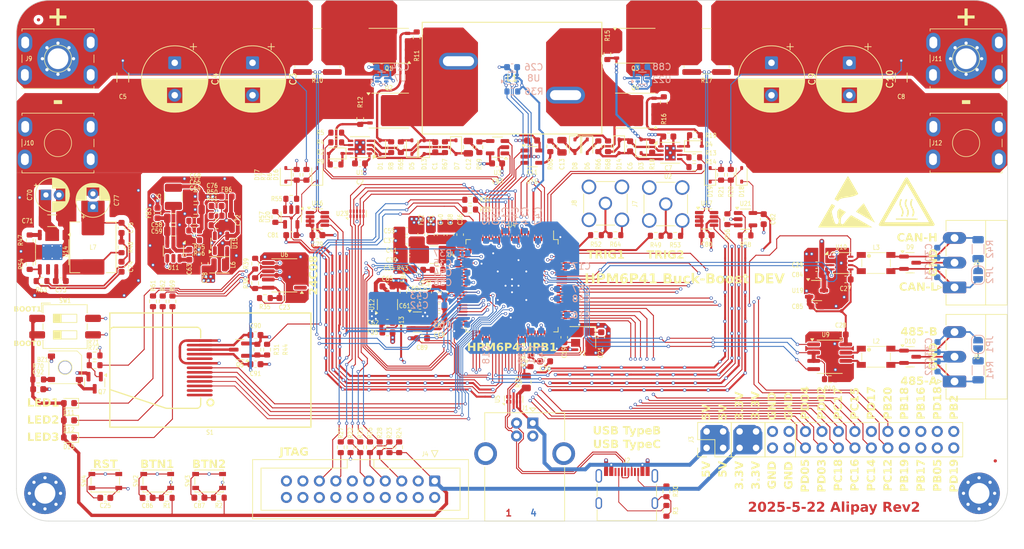
<source format=kicad_pcb>
(kicad_pcb (version 20241229) (generator "pcbnew") (generator_version "9.0")
  (title_block (title "HPM6P41_BB") (date "2025-05-15") (rev "Rev1") (company "Alipay"))
  (layers (0 "F.Cu" signal) (4 "In1.Cu" signal) (6 "In2.Cu" signal) (2 "B.Cu" signal) (13 "F.Paste" user) (15 "B.Paste" user) (5 "F.SilkS" user "F.Silkscreen") (7 "B.SilkS" user "B.Silkscreen") (1 "F.Mask" user) (3 "B.Mask" user) (25 "Edge.Cuts" user))
  (net 0 "")
  (net 1 "GND")
  (net 2 "+3.3V")
  (net 3 "VANA")
  (net 4 "VDD_SOC")
  (net 5 "VREFH")
  (net 6 "+5V")
  (net 7 "VIN")
  (net 8 "VOUT")
  (net 9 "/BB/S1")
  (net 10 "Net-(U3-OUT)")
  (net 11 "VBUS")
  (net 12 "Net-(JP1-B)")
  (net 13 "Net-(JP2-B)")
  (net 14 "Net-(Q1-D)")
  (net 15 "Net-(Q3-D)")
  (net 16 "Net-(SW1-PIN4)")
  (net 17 "Net-(SW1-PIN3)")
  (net 18 "/BB/S3")
  (net 19 "Net-(D5-K)")
  (net 20 "Net-(D3-K)")
  (net 21 "Net-(D6-K)")
  (net 22 "Net-(C13-Pad2)")
  (net 23 "/MCU_MISC/XTALI")
  (net 24 "Net-(U4F-VBUS)")
  (net 25 "/MCU_MISC/XTALO")
  (net 26 "/MCU_MISC/RESETN")
  (net 27 "Net-(J5-Pin_1)")
  (net 28 "Net-(J5-Pin_3)")
  (net 29 "Net-(J6-Pin_3)")
  (net 30 "Net-(J6-Pin_1)")
  (net 31 "Net-(U4A-DCDC_IN)")
  (net 32 "Net-(C37-Pad1)")
  (net 33 "Net-(U4B-OTPCAP)")
  (net 34 "Net-(U4B-VPMCCAP)")
  (net 35 "Net-(U11-VIN)")
  (net 36 "Net-(U13-IN)")
  (net 37 "Net-(U12-EN)")
  (net 38 "Net-(U11-BOOT)")
  (net 39 "Net-(U11-SW)")
  (net 40 "Net-(U11-FB)")
  (net 41 "Net-(U15-EN)")
  (net 42 "Net-(U14-SW)")
  (net 43 "Net-(U14-BST)")
  (net 44 "Net-(U14-FB)")
  (net 45 "Net-(U15-FB)")
  (net 46 "/BB/G1")
  (net 47 "Net-(D2-K)")
  (net 48 "/BB/G2")
  (net 49 "/BB/G3")
  (net 50 "/BB/G4")
  (net 51 "CP_S1")
  (net 52 "CP_S3")
  (net 55 "/J_TCK")
  (net 56 "/J_TDO")
  (net 57 "/J_TMS")
  (net 58 "/J_TDI")
  (net 59 "Net-(J7-In)")
  (net 60 "Net-(J8-In)")
  (net 61 "Net-(U9-B)")
  (net 62 "Net-(U9-A)")
  (net 63 "Net-(U10-CANL)")
  (net 64 "Net-(U10-CANH)")
  (net 65 "/MCU_PWR/LP")
  (net 66 "Net-(U15-LX)")
  (net 67 "Net-(U1-LI)")
  (net 68 "/PA1")
  (net 69 "/PA0")
  (net 70 "Net-(U1-HI)")
  (net 71 "/BB/InputVsense+")
  (net 72 "/BB/InputIsense-")
  (net 73 "/BB/InputIsense+")
  (net 74 "Net-(U2-LI)")
  (net 75 "/PA3")
  (net 76 "/PA2")
  (net 77 "Net-(U2-HI)")
  (net 78 "/BB/OutputIsense-")
  (net 79 "/BB/OutputIsense+")
  (net 80 "/BB/OutputVsense+")
  (net 81 "/PA6")
  (net 82 "/PA7")
  (net 83 "/PA4")
  (net 84 "/PA5")
  (net 85 "/PD22")
  (net 86 "/PD23")
  (net 87 "/PD24")
  (net 88 "/PD25")
  (net 89 "/PA10")
  (net 90 "Net-(U14-RON)")
  (net 91 "/PB1")
  (net 92 "/PB0")
  (net 93 "/PD7")
  (net 94 "/PD9")
  (net 95 "/PA17")
  (net 96 "/PA16")
  (net 97 "/PC18")
  (net 98 "/PB12")
  (net 99 "/PA18")
  (net 100 "/PB14")
  (net 101 "/PA13")
  (net 102 "/PD2")
  (net 103 "/PB3")
  (net 104 "/PD17")
  (net 105 "/PB4")
  (net 106 "/PB20")
  (net 107 "/PA8")
  (net 108 "/PD10")
  (net 109 "/PB16")
  (net 110 "/PB15")
  (net 111 "/PC19")
  (net 112 "/PA9")
  (net 113 "/PB13")
  (net 114 "/PD19")
  (net 115 "/PD18")
  (net 116 "/PD8")
  (net 117 "/PC21")
  (net 118 "/PA19")
  (net 119 "/PC20")
  (net 120 "/PD5")
  (net 121 "/PB5")
  (net 122 "/PC13")
  (net 123 "/MCU_MISC/WAKEUP")
  (net 124 "/PB18")
  (net 125 "/PD26")
  (net 126 "/PC17")
  (net 127 "/PC14")
  (net 128 "/PD4")
  (net 129 "/PC15")
  (net 130 "/PB2")
  (net 131 "/PA12")
  (net 132 "/PD3")
  (net 133 "/PD27")
  (net 134 "/PB19")
  (net 135 "/PA15")
  (net 136 "/PA14")
  (net 137 "/PD20")
  (net 138 "/PA11")
  (net 139 "/PC12")
  (net 140 "/PD16")
  (net 141 "/PD6")
  (net 142 "/PC16")
  (net 143 "/PB17")
  (net 144 "/PD21")
  (net 149 "Vdrv")
  (net 150 "Net-(D7-K)")
  (net 151 "Net-(D8-K)")
  (net 152 "Net-(U20-+)")
  (net 153 "Net-(U21-+)")
  (net 154 "Net-(U20--)")
  (net 155 "Net-(U21--)")
  (net 156 "Net-(U18-OUT)")
  (net 160 "+3.3VC")
  (net 161 "USB_DP")
  (net 162 "USB_DN")
  (net 163 "Net-(J2-CC2)")
  (net 164 "Net-(J2-CC1)")
  (net 167 "Net-(Q5-C)")
  (net 168 "Net-(Q5-B)")
  (net 172 "Net-(D11-K)")
  (net 173 "Net-(D12-K)")
  (net 174 "Net-(D15-K)")
  (net 175 "/PY2")
  (net 176 "/PY1")
  (net 177 "/PY3")
  (net 178 "/PY0")
  (net 179 "Net-(D6-A)")
  (net 180 "Net-(D5-A)")
  (net 181 "Net-(D4-K)")
  (net 182 "Net-(D1-K)")
  (net 183 "Net-(C74-Pad1)")
  (net 184 "Net-(C34-Pad1)")
  (net 185 "Net-(C12-Pad2)")
  (net 186 "Net-(BZ1--)")
  (net 187 "Net-(BZ1-+)")
  (net 188 "Net-(Q7-B)")
  (footprint "Connector_PinHeader_2.54mm:PinHeader_2x16_P2.54mm_Vertical" (layer "F.Cu") (at 180 107 90)
    (property "Reference" "J3")
    (property "Value" "Conn_02x16_Odd_Even")
  )
  (footprint "Resistor_SMD:R_0603_1608Metric" (layer "F.Cu") (at 143.55 70.25)
    (property "Reference" "R33")
    (property "Value" "1kΩ")
  )
  (footprint "Resistor_SMD:R_0603_1608Metric" (layer "F.Cu") (at 76.95 96.45)
    (property "Reference" "R70")
    (property "Value" "0R")
  )
  (footprint "Resistor_SMD:R_0603_1608Metric" (layer "F.Cu") (at 173.8 116.7 -90)
    (property "Reference" "R3")
    (property "Value" "5.1kΩ")
  )
  (footprint "Resistor_SMD:R_0603_1608Metric" (layer "F.Cu") (at 112.2375 91.85 90)
    (property "Reference" "R31")
    (property "Value" "1k")
  )
  (footprint "Resistor_SMD:R_0603_1608Metric" (layer "F.Cu") (at 122.8 63.300001 180)
    (property "Reference" "R9")
    (property "Value" "10Ω")
  )
  (footprint "Capacitor_SMD:C_0603_1608Metric" (layer "F.Cu") (at 80.445112 81.275 180)
    (property "Reference" "C73")
    (property "Value" "2.2nF 50V")
  )
  (footprint "Resistor_SMD:R_0603_1608Metric" (layer "F.Cu") (at 173.4 53.7 90)
    (property "Reference" "R16")
    (property "Value" "10kΩ")
  )
  (footprint "Resistor_SMD:R_0805_2012Metric" (layer "F.Cu") (at 152.2 96.85 90)
    (property "Reference" "R32")
    (property "Value" "0R")
  )
  (footprint "Resistor_SMD:R_0603_1608Metric" (layer "F.Cu") (at 171.6 60.6 90)
    (property "Reference" "R18")
    (property "Value" "10Ω")
  )
  (footprint "Capacitor_SMD:C_1206_3216Metric" (layer "F.Cu") (at 90 49.9 -90)
    (property "Reference" "C5")
    (property "Value" "10uF,50V")
  )
  (footprint "Package_TO_SOT_SMD:SOT-23-5" (layer "F.Cu") (at 153.1 62.1)
    (property "Reference" "U18")
    (property "Value" "UCC27519")
  )
  (footprint "Capacitor_SMD:C_0603_1608Metric" (layer "F.Cu") (at 188.8 71.7375 -90)
    (property "Reference" "C82")
    (property "Value" "100nF,10V")
  )
  (footprint "1MyFootPrint:7x1mm_导流条" (layer "F.Cu") (at 193.5 40.5 180)
    (property "Reference" "REF**" (hide yes))
    (property "Value" "7x1mm_导流条")
  )
  (footprint "1MyFootPrint:7x1mm_导流条" (layer "F.Cu") (at 173.5 40 180)
    (property "Reference" "REF**" (hide yes))
    (property "Value" "7x1mm_导流条")
  )
  (footprint "Resistor_SMD:R_0603_1608Metric" (layer "F.Cu") (at 178.1 62.2)
    (property "Reference" "R13")
    (property "Value" "33Ω")
  )
  (footprint "Capacitor_SMD:C_0603_1608Metric" (layer "F.Cu") (at 130.8 82.1 180)
    (property "Reference" "C65")
    (property "Value" "1uF,10V")
  )
  (footprint "HPM6P41_BB:CP_Radial_D10.0mm_P5.00mm" (layer "F.Cu") (at 190 47.632 -90)
    (property "Reference" "C9")
    (property "Value" "100V 100uF")
  )
  (footprint "Resistor_SMD:R_0603_1608Metric" (layer "F.Cu") (at 131.362501 60.6375 90)
    (property "Reference" "R8")
    (property "Value" "10Ω")
  )
  (footprint "Resistor_SMD:R_0603_1608Metric" (layer "F.Cu") (at 152.85 93.65 -90)
    (property "Reference" "R29")
    (property "Value" "10Ω")
  )
  (footprint "Capacitor_SMD:C_0603_1608Metric" (layer "F.Cu") (at 135.8 83.6)
    (property "Reference" "C60")
    (property "Value" "22uF,10V")
  )
  (footprint "Resistor_SMD:R_0603_1608Metric" (layer "F.Cu") (at 116.8 64.9 90)
    (property "Reference" "R7")
    (property "Value" "5.1kΩ")
  )
  (footprint "Package_TO_SOT_SMD:TDSON-8-1" (layer "F.Cu") (at 131 45 180)
    (property "Reference" "Q1")
    (property "Value" "HYG080N10LS1C2")
  )
  (footprint "Package_SO:HSOP-8-1EP_3.9x4.9mm_P1.27mm_EP2.41x3.1mm_ThermalVias" (layer "F.Cu") (at 79.105112 76.825 -90)
    (property "Reference" "U14")
    (property "Value" "LM5164DDA")
  )
  (footprint "Capacitor_SMD:C_0603_1608Metric" (layer "F.Cu") (at 196.95 80.3 180)
    (property "Reference" "C84")
    (property "Value" "1uF,10V")
  )
  (footprint "Resistor_SMD:R_0603_1608Metric" (layer "F.Cu") (at 183.725 64.9 -90)
    (property "Reference" "R20")
    (property "Value" "120kΩ")
  )
  (footprint "Resistor_SMD:R_0603_1608Metric" (layer "F.Cu") (at 123.6 106.9 90)
    (property "Reference" "R27")
    (property "Value" "100Ω")
  )
  (footprint "MountingHole:MountingHole_3.2mm_M3_Pad_Via" (layer "F.Cu") (at 220 47)
    (property "Reference" "H3" (hide yes))
    (property "Value" "MountingHole_Pad")
  )
  (footprint "Diode_SMD:D_SOD-323" (layer "F.Cu") (at 115.125 64.9 90)
    (property "Reference" "D17")
    (property "Value" "1N4148WS")
  )
  (footprint "Capacitor_SMD:C_0603_1608Metric" (layer "F.Cu") (at 101.8 114.675)
    (property "Reference" "C87")
    (property "Value" "100nF")
  )
  (footprint "Package_TO_SOT_SMD:SOT-23-5" (layer "F.Cu") (at 147.7625 60.6375 180)
    (property "Reference" "U3")
    (property "Value" "UCC27519")
  )
  (footprint "1MyFootPrint:7x1mm_导流条" (layer "F.Cu") (at 123 52)
    (property "Reference" "REF**" (hide yes))
    (property "Value" "7x1mm_导流条")
  )
  (footprint "Symbol:LayerMarker_4_6.35x2.54mm_TextH1mm_P1.27mm" (layer "F.Cu") (at 149.5 118.3)
    (property "Reference" "REF**" (hide yes))
    (property "Value" "LayerMarker_4_6.35x2.54mm_TextH1mm_P1.27mm" (hide yes))
  )
  (footprint "HPM6P41_BB:SMA_Amphenol_901-144_Vertical" (layer "F.Cu") (at 164.4 69.3)
    (property "Reference" "J8")
    (property "Value" "SMA")
  )
  (footprint "Resistor_SMD:R_0603_1608Metric" (layer "F.Cu") (at 97.65 84.4 -90)
    (property "Reference" "R69")
    (property "Value" "10k")
  )
  (footprint "1MySwitchBtn:LCSC_SW_SPST_PTS810" (layer "F.Cu") (at 87.3 112.1)
    (property "Reference" "SW4")
    (property "Value" "Push_Button")
  )
  (footprint "Capacitor_SMD:C_0603_1608Metric" (layer "F.Cu") (at 138.8 85.3 180)
    (property "Reference" "C67")
    (property "Value" "4.7uF,10V")
  )
  (footprint "Resistor_SMD:R_0603_1608Metric" (layer "F.Cu") (at 111.9 83.9)
    (property "Reference" "R35")
    (property "Value" "5.1kΩ")
  )
  (footprint "1MyFootPrint:7x1mm_导流条" (layer "F.Cu") (at 174.5 45.5 -90)
    (property "Reference" "REF**" (hide yes))
    (property "Value" "7x1mm_导流条")
  )
  (footprint "Diode_SMD:D_SOD-323" (layer "F.Cu") (at 122.8 61.6 180)
    (property "Reference" "D2")
    (property "Value" "1N4148WS")
  )
  (footprint "1MyFootPrint:7x1mm_导流条" (layer "F.Cu") (at 97.666667 60)
    (property "Reference" "REF**" (hide yes))
    (property "Value" "7x1mm_导流条")
  )
  (footprint "Capacitor_SMD:C_1206_3216Metric" (layer "F.Cu") (at 210 49.9 -90)
    (property "Reference" "C8")
    (property "Value" "10uF,50V")
  )
  (footprint "MountingHole:MountingHole_3.2mm_M3_Pad_Via" (layer "F.Cu") (at 80 47)
    (property "Reference" "H4" (hide yes))
    (property "Value" "MountingHole_Pad")
  )
  (footprint "Diode_SMD:D_SOD-323" (layer "F.Cu") (at 119.975 64.9 90)
    (property "Reference" "D16")
    (property "Value" "1N4148WS")
  )
  (footprint "1MyFootPrint:7x1mm_导流条" (layer "F.Cu") (at 184.5 40.5 180)
    (property "Reference" "REF**" (hide yes))
    (property "Value" "7x1mm_导流条")
  )
  (footprint "Inductor_SMD:L_0603_1608Metric" (layer "F.Cu") (at 130.8 89.2 180)
    (property "Reference" "FB5")
    (property "Value" "100Ω@100MHz 2A")
  )
  (footprint "Resistor_SMD:R_0603_1608Metric" (layer "F.Cu") (at 164.8 60.5 90)
    (property "Reference" "R68")
    (property "Value" "1kΩ")
  )
  (footprint "Resistor_SMD:R_0603_1608Metric" (layer "F.Cu") (at 199 96.4 180)
    (property "Reference" "R40")
    (property "Value" "10kΩ")
  )
  (footprint "Resistor_SMD:R_0603_1608Metric" (layer "F.Cu") (at 89.795112 76.075 90)
    (property "Reference" "R48")
    (property "Value" "309k")
  )
  (footprint "Capacitor_SMD:C_0603_1608Metric" (layer "F.Cu") (at 115.9625 74.2 180)
    (property "Reference" "C81")
    (property "Value" "100nF,10V")
  )
  (footprint "Capacitor_SMD:C_0603_1608Metric" (layer "F.Cu") (at 93.825 114.7)
    (property "Reference" "C86")
    (property "Value" "100nF")
  )
  (footprint "1MyFootPrint:L4532" (layer "F.Cu") (at 206.15 92.95)
    (property "Reference" "L2")
    (property "Value" "ACT45B-510-2P-TL003")
  )
  (footprint "Capacitor_SMD:C_0603_1608Metric" (layer "F.Cu") (at 196.95 85.175)
    (property "Reference" "C85")
    (property "Value" "1uF,10V")
  )
  (footprint "Capacitor_SMD:C_0805_2012Metric" (layer "F.Cu") (at 101.2 68.243745 180)
    (property "Reference" "C68")
    (property "Value" "22uF")
  )
  (footprint "Capacitor_SMD:C_0603_1608Metric" (layer "F.Cu") (at 130.8 87.7)
    (property "Reference" "C62")
    (property "Value" "1uF,10V")
  )
  (footprint "1MyFootPrint:7x1mm_导流条" (layer "F.Cu") (at 178 54.5 180)
    (property "Reference" "REF**" (hide yes))
    (property "Value" "7x1mm_导流条")
  )
  (footprint "Capacitor_SMD:C_0603_1608Metric" (layer "F.Cu") (at 110.45 94.1)
    (property "Reference" "C91")
    (property "Value" "100nF,10V")
  )
  (footprint "Capacitor_SMD:C_0603_1608Metric" (layer "F.Cu") (at 89.795112 79.075 -90)
    (property "Reference" "C74")
    (property "Value" "47pF,50V")
  )
  (footprint "Resistor_SMD:R_0603_1608Metric" (layer "F.Cu") (at 113.5125 71.4 90)
    (property "Reference" "R57")
    (property "Value" "1kΩ")
  )
  (footprint "1MySwitchBtn:LCSC_SW_SPST_PTS810" (layer "F.Cu") (at 95.3 112.1)
    (property "Reference" "SW2")
    (property "Value" "Push_Button")
  )
  (footprint "Connector_Phoenix_MC:PhoenixContact_MC_1,5_3-G-3.81_1x03_P3.81mm_Horizontal" (layer "F.Cu") (at 218.217501 82.255 90)
    (property "Reference" "J5")
    (property "Value" "Conn_01x03")
  )
  (footprint "Resistor_SMD:R_0603_1608Metric" (layer "F.Cu") (at 96.775 114.7 180)
    (property "Reference" "R1")
    (property "Value" "5.1k")
  )
  (footprint "Capacitor_SMD:C_0603_1608Metric" (layer "F.Cu") (at 158.05 89.95 90)
    (property "Reference" "C19")
    (property "Value" "6pF")
  )
  (footprint "Package_TO_SOT_SMD:SOT-23" (layer "F.Cu") (at 108.037501 91.85 180)
    (property "Reference" "Q5")
    (property "Value" "S8050")
  )
  (footprint "1MyFootPrint:7x1mm_导流条" (layer "F.Cu") (at 208 63 180)
    (property "Reference" "REF**" (hide yes))
    (property "Value" "7x1mm_导流条")
  )
  (footprint "1MyFootPrint:7x1mm_导流条" (layer "F.Cu") (at 189 43.5 180)
    (property "Reference" "REF**" (hide yes))
    (property "Value" "7x1mm_导流条")
  )
  (footprint "Package_TO_SOT_SMD:SOT-23" (layer "F.Cu") (at 85.6625 96.95 -90)
    (property "Reference" "Q7")
    (property "Value" "S8050")
  )
  (footprint "Resistor_SMD:R_0603_1608Metric" (layer "F.Cu") (at 122.9 59.9 180)
    (property "Reference" "R4")
    (property "Value" "33Ω")
  )
  (footprint "Resistor_SMD:R_0603_1608Metric" (layer "F.Cu") (at 104.45 71.210002)
    (property "Reference" "R50")
    (property "Value" "68k")
  )
  (footprint "Connector_Phoenix_MC:PhoenixContact_MC_1,5_3-G-3.81_1x03_P3.81mm_Horizontal" (layer "F.Cu") (at 218.217501 96.755 90)
    (property "Reference" "J6")
    (property "Value" "Conn_01x03")
  )
  (footprint "1MyFootPrint:7x1mm_导流条" (layer "F.Cu") (at 97.5 40.5)
    (property "Reference" "REF**" (hide yes))
    (property "Value" "7x1mm_导流条")
  )
  (footprint "Capacitor_SMD:C_0603_1608Metric" (layer "F.Cu") (at 201.425 81.025)
    (property "Reference" "C27")
    (property "Value" "100nF")
  )
  (footprint "Resistor_SMD:R_0603_1608Metric" (layer "F.Cu") (at 138.525 79.55)
    (property "Reference" "R43")
    (property "Value" "10Ω")
  )
  (footprint "HPM6P41_BB:SW_DIP_SPSTx02_Slide_6.7x6.64mm_W8.61mm_P2.54mm_LowProfile" (layer "F.Cu") (at 81.1 88.3)
    (property "Reference" "SW1")
    (property "Value" "焊盘")
  )
  (footprint "Capacitor_SMD:C_0603_1608Metric" (layer "F.Cu") (at 200.675 89.525)
    (property "Reference" "C28")
    (property "Value" "100nF")
  )
  (footprint "Capacitor_SMD:C_0603_1608Metric" (layer "F.Cu") (at 142 74.125 90)
    (property "Reference" "C36")
    (property "Value" "22uF,10V")
  )
  (footprint "1MyFootPrint:7x1mm_导流条" (layer "F.Cu") (at 121.5 55)
    (property "Reference" "REF**" (hide yes))
    (property "Value" "7x1mm_导流条")
  )
  (footprint "Inductor_SMD:L_1210_3225Metric" (layer "F.Cu") (at 137.95 77.2)
    (property "Reference" "L4")
    (property "Value" "4.7uH,1.6A")
  )
  (footprint "Diode_SMD:D_SOD-323" (layer "F.Cu") (at 141.3625 60.6375 -90)
    (property "Reference" "D7")
    (property "Value" "1N4148WS")
  )
  (footprint "Resistor_SMD:R_0603_1608Metric" (layer "F.Cu") (at 110.4 81.6 -90)
    (property "Reference" "R38")
    (property "Value" "2kΩ")
  )
  (footprint "HPM6P41_BB:IND_VER2923_COC" (layer "F.Cu") (at 150 50)
    (property "Reference" "L1")
    (property "Value" "CPU2916-6R8MC/VER2923-682KL")
  )
  (footprint "Capacitor_SMD:C_0805_2012Metric" (layer "F.Cu") (at 97.8 73.59375)
    (property "Reference" "C59")
    (property "Value" "100nF,50V")
  )
  (footprint "HPM6P41_BB:SMA_Amphenol_901-144_Vertical" (layer "F.Cu") (at 173.7 69.4 90)
    (property "Reference" "J7")
    (property "Value" "SMA")
  )
  (footprint "Resistor_SMD:R_0603_1608Metric" (layer "F.Cu") (at 178.1 63.7)
    (property "Reference" "R14")
    (property "Value" "33Ω")
  )
  (footprint "Package_TO_SOT_SMD:SOT-23-5" (layer "F.Cu") (at 105.1375 75.45 90)
    (property "Reference" "U15")
    (property "Value" "SY8089")
  )
  (footprint "Capacitor_SMD:C_0603_1608Metric" (layer "F.Cu") (at 135.524999 79.55 180)
    (property "Reference" "C34")
    (property "Value" "2.2nF,10V")
  )
  (footprint "Resistor_SMD:R_0603_1608Metric" (layer "F.Cu") (at 132.8625 60.6375 -90)
    (property "Reference" "R65")
    (property "Value" "100Ω")
  )
  (footprint "Capacitor_SMD:C_0805_2012Metric" (layer "F.Cu") (at 157.7 60.5 -90)
    (property "Reference" "C13")
    (property "Value" "1uF,100V")
  )
  (footprint "1MyFootPrint:7x1mm_导流条" (layer "F.Cu") (at 125.5 45.5 90)
    (property "Reference" "REF**" (hide yes))
    (property "Value" "7x1mm_导流条")
  )
  (footprint "LED_SMD:LED_0603_1608Metric" (layer "F.Cu") (at 81.7 100.1 180)
    (property "Reference" "D11")
    (property "Value" "LED")
  )
  (footprint "Capacitor_SMD:C_0603_1608Metric" (layer "F.Cu") (at 139.6 83 90)
    (property "Reference" "C46")
    (property "Value" "4.7uF,10V")
  )
  (footprint "1MySwitchBtn:LCSC_SW_SPST_PTS810" (layer "F.Cu") (at 103.3 112.1)
    (property "Reference" "SW3")
    (property "Value" "Push_Button")
  )
  (footprint "Capacitor_SMD:C_1206_3216Metric" (layer "F.Cu") (at 79.105112 71.975)
    (property "Reference" "C71")
    (property "Value" "1uF 100V")
  )
  (footprint "Resistor_SMD:R_0603_1608Metric" (layer "F.Cu") (at 101 73.49375 180)
    (property "Reference" "R45")
    (property "Value" "100k")
  )
  (footprint "Diode_SMD:D_SOD-323" (layer "F.Cu") (at 180.55 64.9 90)
    (property "Reference" "D19")
    (property "Value" "1N4148WS")
  )
  (footprint "Resistor_SMD:R_0603_1608Metric" (layer "F.Cu") (at 155.9 60.5 -90)
    (property "Reference" "R60")
    (property "Value" "100Ω")
  )
  (footprint "LOGO" (layer "F.Cu") (at 210.824498 69.239757)
    (property "Reference" "G***" (hide yes))
    (property "Value" "LOGO" (hide yes))
  )
  (footprint "Resistor_SMD:R_0603_1608Metric" (layer "F.Cu") (at 126.6 56.3 -90)
    (property "Reference" "R12")
    (property "Value" "10kΩ")
  )
  (footprint "Fiducial:Fiducial_0.5mm_Mask1mm" (layer "F.Cu") (at 224.5 109)
    (property "Reference" "FID1" (hide yes))
    (property "Value" "Fiducial")
  )
  (footprint "Resistor_SMD:R_0603_1608Metric" (layer "F.Cu") (at 175.16 74.3 180)
    (property "Reference" "R53")
    (property "Value" "50Ω")
  )
  (footprint "Capacitor_SMD:C_0603_1608Metric" (layer "F.Cu") (at 104.45 69.71)
    (property "Reference" "C76")
    (property "Value" "22pF")
  )
  (footprint "Resistor_SMD:R_0603_1608Metric" (layer "F.Cu") (at 75.645112 78.65 -90)
    (property "Reference" "R54")
    (property "Value" "101k")
  )
  (footprint "1MyFootPrint:Buzzer_5020_MetalHole" (layer "F.Cu") (at 81.1 94.6 -90)
    (property "Reference" "BZ1")
    (property "Value" "Buzzer_DummyPIn3")
  )
  (footprint "Package_SON:USON-10_2.5x1.0mm_P0.5mm" (layer "F.Cu") (at 150.25 99.5 90)
    (property "Reference" "U5")
    (property "Value" "TPD4E05U06DQA")
  )
  (footprint "1MyConnector:48A_Connector_PCB_3" (layer "F.Cu") (at 80 60 -90)
    (property "Reference" "J10")
    (property "Value" "Conn_01x01")
  )
  (footprint "1MyFootPrint:7x1mm_导流条" (layer "F.Cu") (at 211.5 40.5 180)
    (property "Reference" "REF**" (hide yes))
    (property "Value" "7x1mm_导流条")
  )
  (footprint "HPM6P41_BB:R_Shunt_2725_2726" (layer "F.Cu") (at 120 45.85)
    (property "Reference" "R10")
    (property "Value" "1mΩ 5W")
  )
  (footprint "1MyFootPrint:7x1mm_导流条" (layer "F.Cu") (at 208 57 180)
    (property "Reference" "REF**" (hide yes))
    (property "Value" "7x1mm_导流条")
  )
  (footprint "Package_TO_SOT_SMD:SOT-23" (layer "F.Cu") (at 135.4 87.6)
    (property "Reference" "U13")
    (property "Value" "REF3030")
  )
  (footprint "Capacitor_SMD:C_0603_1608Metric" (layer "F.Cu") (at 110.45 89.6)
    (property "Reference" "C90")
    (property "Value" "100nF,10V")
  )
  (footprint "1MyFootPrint:7x1mm_导流条" (layer "F.Cu") (at 103.333333 57)
    (property "Reference" "REF**" (hide yes))
    (property "Value" "7x1mm_导流条")
  )
  (footprint "1MyFootPrint:7x1mm_导流条" (layer "F.Cu") (at 196.666667 57 180)
    (property "Reference" "REF**" (hide yes))
    (property "Value" "7x1mm_导流条")
  )
  (footprint "Resistor_SMD:R_0603_1608Metric" (layer "F.Cu") (at 75.645112 75 90)
    (property "Reference" "R47")
    (property "Value" "76.8k")
  )
  (footprint "HPM6P41_BB:VSON-8-1EP_3x3mm_P0.65mm_EP1.65x2.4mm" (layer "F.Cu") (at 174.4 61.5)
    (property "Reference" "U2")
    (property "Value" "UCC27211ADRMR")
  )
  (footprint "Capacitor_SMD:C_0603_1608Metric" (layer "F.Cu") (at 126.5625 63.1375 180)
    (property "Reference" "C2")
    (property "Value" "100nF 50V")
  )
  (footprint "Resistor_SMD:R_0603_1608Metric" (layer "F.Cu") (at 96.15 84.4 -90)
    (property "Reference" "R62")
    (property "Value" "10k")
  )
  (footprint "Resistor_SMD:R_0603_1608Metric" (layer "F.Cu") (at 101 71.99375 180)
    (property "Reference" "C64")
    (property "Value" "75pF")
  )
  (footprint "Capacitor_SMD:C_0805_2012Metric" (layer "F.Cu") (at 101.2 70.24375 180)
    (property "Reference" "C66")
    (property "Value" "22uF")
  )
  (footprint "Resistor_SMD:R_0603_1608Metric" (layer "F.Cu") (at 182.225 64.9 90)
    (property "Reference" "R21")
    (property "Value" "5.1kΩ")
  )
  (footprint "Package_TO_SOT_SMD:TSOT-23-5" (layer "F.Cu") (at 186 71.7375)
    (property "Reference" "U21")
    (property "Value" "SGM8551XN")
  )
  (footprint "Diode_SMD:D_SOD-323" (layer "F.Cu") (at 169.9 60.5 90)
    (property "Reference" "D3")
    (property "Value" "1N4148WS")
  )
  (footprint "Capacitor_SMD:C_0603_1608Metric" (layer "F.Cu") (at 153.1 59.6 180)
    (property "Reference" "C11")
    (property "Value" "4.7uF,50V")
  )
  (footprint "Package_TO_SOT_SMD:SOT-23-8" (layer "F.Cu") (at 180 71.7)
    (property "Reference" "U17")
    (property "Value" "INA241A3xDDF")
  )
  (footprint "HPM6P41_BB:CP_Radial_D10.0mm_P5.00mm" (layer "F.Cu") (at 98 47.632 -90)
    (property "Reference" "C4")
    (property "Value" "100V 100uF")
  )
  (footprint "Capacitor_SMD:C_0603_1608Metric" (layer "F.Cu") (at 196.95 78.825)
    (property "Reference" "C29")
    (property "Value" "100nF")
  )
  (footprint "Capacitor_SMD:C_0603_1608Metric" (layer "F.Cu") (at 120 74.2 180)
    (property "Reference" "C79")
    (property "Value" "100nF,10V")
  )
  (footprint "Package_TO_SOT_SMD:SOT-23-8" (layer "F.Cu") (at 120 71.7)
    (property "Reference" "U16")
    (property "Value" "INA241A3xDDF")
  )
  (footprint "1MyFootPrint:7x1mm_导流条" (layer "F.Cu") (at 111 43.5)
    (property "Reference" "REF**" (hide yes))
    (property "Value" "7x1mm_导流条")
  )
  (footprint "Capacitor_SMD:C_0805_2012Metric" (layer "F.Cu") (at 97.8 71.593749)
    (property "Reference" "C58")
    (property "Value" "22uF,35V")
  )
  (footprint "Resistor_SMD:R_0603_1608Metric" (layer "F.Cu") (at 144.9625 60.6375 90)
    (property "Reference" "R59")
    (property "Value" "100Ω")
  )
  (footprint "1MyFootPrint:7x1mm_导流条" (layer "F.Cu") (at 184.500001 54 -45)
    (property "Reference" "REF**" (hide yes))
    (property "Value" "7x1mm_导流条")
  )
  (footprint "Diode_SMD:D_SOD-323" (layer "F.Cu") (at 178.2 60.5)
    (property "Reference" "D4")
    (property "Value" "1N4148WS")
  )
  (footprint "1MyFootPrint:7x1mm_导流条" (layer "F.Cu") (at 207 43.5 180)
    (property "Reference" "REF**" (hide yes))
    (property "Value" "7x1mm_导流条")
  )
  (footprint "Resistor_SMD:R_0603_1608Metric" (layer "F.Cu") (at 172.16 74.3 180)
    (property "Reference" "R49")
    (property "Value" "50Ω")
  )
  (footprint "Resistor_SMD:R_0603_1608Metric" (layer "F.Cu") (at 128.1 106.9 90)
    (property "Reference" "R26")
    (property "Value" "100Ω")
  )
  (footprint "Symbol:ESD-Logo_8.9x8mm_SilkScreen" (layer "F.Cu") (at 201.574498 69.029146)
    (property "Reference" "REF**" (hide yes))
    (property "Value" "ESD-Logo_8.9x8mm_SilkScreen" (hide yes))
  )
  (footprint "Capacitor_SMD:C_0603_1608Metric" (layer "F.Cu") (at 138.8 86.8 180)
    (property "Reference" "C69")
    (property "Value" "100nF,10V")
  )
  (footprint "Diode_SMD:D_SOD-323" (layer "F.Cu") (at 185.4 64.9 90)
    (property "Reference" "D18")
    (property "Value" "1N4148WS")
  )
  (footprint "Package_TO_SOT_SMD:TDSON-8-1" (layer "F.Cu") (at 169 45)
    (property "Reference" "Q3")
    (property "Value" "HYG080N10LS1C2")
  )
  (footprint "Capacitor_SMD:C_0603_1608Metric" (layer "F.Cu") (at 135.8 85.1)
    (property "Reference" "C61")
    (property "Value" "100nF,10V")
  )
  (footprint "Resistor_SMD:R_0603_1608Metric" (layer "F.Cu") (at 85.65 92.75 180)
    (property "Reference" "R71")
    (property "Value" "4.7k")
  )
  (footprint "1MyFootPrint:7x1mm_导流条" (layer "F.Cu") (at 115.5 59.5 45)
    (property "Reference" "REF**" (hide yes))
    (property "Value" "7x1mm_导流条")
  )
  (footprint "1MyFootPrint:7x1mm_导流条" (layer "F.Cu") (at 184.5 59.5 -45)
    (property "Reference" "REF**" (hide yes))
    (property "Value" "7x1mm_导流条")
  )
  (footprint "Capacitor_THT:CP_Radial_D5.0mm_P2.00mm" (layer "F.Cu") (at 78.15 68)
    (property "Reference" "C70")
    (property "Value" "100V 2.2uF")
  )
  (footprint "Resistor_SMD:R_0603_1608Metric" (layer "F.Cu") (at 118.3 64.9 -90)
    (property "Reference" "R6")
    (property "Value" "120kΩ")
  )
  (footprint "1MyFootPrint:7x1mm_导流条" (layer "F.Cu") (at 202.5 40.5 180)
    (property "Reference" "REF**" (hide yes))
    (property "Value" "7x1mm_导流条")
  )
  (footprint "Resistor_SMD:R_0603_1608Metric" (layer "F.Cu") (at 110.4 78.6 -90)
    (property "Reference" "R39")
    (property "Value" "2kΩ")
  )
  (footprint "Resistor_SMD:R_0603_1608Metric" (layer "F.Cu") (at 164.7 46.3 -90)
    (property "Reference" "R15")
    (property "Value" "10kΩ")
  )
  (footprint "Crystal:Crystal_SMD_3225-4Pin_3.2x2.5mm" (layer "F.Cu") (at 160.9 89.95 180)
    (property "Reference" "Y1")
    (property "Value" "24MHz ±10ppm 6pF")
  )
  (footprint "Resistor_SMD:R_0603_1608Metric" (layer "F.Cu") (at 165.94 74.2 180)
    (property "Reference" "R64")
    (property "Value" "50Ω")
  )
  (footprint "1MyFootPrint:7x1mm_导流条" (layer "F.Cu") (at 92 63)
    (property "Reference" "REF**" (hide yes))
    (property "Value" "7x1mm_导流条")
  )
  (footprint "Inductor_SMD:L_0603_1608Metric" (layer "F.Cu") (at 136 74.1 -90)
    (property "Reference" "FB2")
    (property "Value" "100Ω@100MHz 2A")
  )
  (footprint "Package_TO_SOT_SMD:TSOT-23-5" (layer "F.Cu") (at 115.9625 71.4 -90)
    (property "Reference" "U20")
    (property "Value" "SGM8551XN")
  )
  (footprint "Capacitor_SMD:C_0603_1608Metric" (layer "F.Cu") (at 133.75 75.05 180)
    (property "Reference" "C37")
    (property "Value" "22uF,10V")
  )
  (footprint "Diode_SMD:D_SOD-323" (layer "F.Cu") (at 134.5625 60.6375 90)
    (property "Reference" "D5")
    (property "Value" "1N4148WS")
  )
  (footprint "Resistor_SMD:R_0603_1608Metric" (layer "F.Cu") (at 85.65 94.25)
    (property "Reference" "R72")
    (property "Value" "100")
  )
  (footprint "Capacitor_SMD:C_0603_1608Metric" (layer "F.Cu") (at 139 74.125 90)
    (property "Reference" "C40")
    (property "Value" "100nF,10V")
  )
  (footprint "Capacitor_SMD:C_0603_1608Metric" (layer "F.Cu") (at 168.2 60.5 -90)
    (property "Reference" "C6")
    (property "Value" "100nF 50V")
  )
  (footprint "1MyFootPrint:7x1mm_导流条" (layer "F.Cu") (at 88.5 40.5)
    (property "Reference" "REF**" (hide yes))
    (property "Value" "7x1mm_导流条")
  )
  (footprint "Resistor_SMD:R_0603_1608Metric" (layer "F.Cu") (at 162.94 74.2 180)
    (property "Reference" "R52")
    (property "Value" "50Ω")
  )
  (footprint "HPM6P41_BB:CP_Radial_D10.0mm_P5.00mm" (layer "F.Cu") (at 202 47.632 -90)
    (property "Reference" "C10")
    (property "Value" "100V 100uF")
  )
  (footprint "Package_SON:HVSON-8-1EP_3x3mm_P0.65mm_EP1.6x2.4mm" (layer "F.Cu") (at 200.75 78.5)
    (property "Reference" "U10")
    (property "Value" "TJA1044GTK/3Z")
  )
  (footprint "Resistor_SMD:R_0603_1608Metric" (layer "F.Cu") (at 173.8 113.7 -90)
    (property "Reference" "R30")
    (property "Value" "5.1kΩ")
  )
  (footprint "1MyFootPrint:7x1mm_导流条" (layer "F.Cu") (at 202.333333 60 180)
    (property "Reference" "REF**" (hide yes))
    (property "Value" "7x1mm_导流条")
  )
  (footprint "Connector_IDC:IDC-Header_2x10_P2.54mm_Vertical" (layer "F.Cu") (at 138.08 112.0975 -90)
    (property "Reference" "J4")
    (property "Value" "Conn_ARM_JTAG_SWD_20")
  )
  (footprint "Resistor_SMD:R_0603_1608Metric" (layer "F.Cu") (at 131.1 106.9 90)
    (property "Reference" "R23")
    (property "Value" "10K")
  )
  (footprint "1MyFootPrint:7x1mm_导流条" (layer "F.Cu") (at 126.5 40)
    (property "Reference" "REF**" (hide yes))
    (property "Value" "7x1mm_导流条")
  )
  (footprint "HPM6P41_BB:USB_B_OST_USB-B1HSxx_Horizontal" (layer "F.Cu") (at 153.2 103.1725 -90)
    (property "Reference" "J1")
    (property "Value" "USB_B")
  )
  (footprint "1MyConnector:48A_Connector_PCB_3" (layer "F.Cu") (at 80 47 -90)
    (property "Reference" "J9")
    (property "Value" "Conn_01x01")
  )
  (footprint "Capacitor_SMD:C_0603_1608Metric" (layer "F.Cu") (at 136.125 90.1 180)
    (property "Reference" "C89")
    (property "Value" "100nF,10V")
  )
  (footprint "1MyFootPrint:7x1mm_导流条" (layer "F.Cu") (at 115.5 54 45)
    (property "Reference" "REF**" (hide yes))
    (property "Value" "7x1mm_导流条")
  )
  (footprint "Resistor_SMD:R_0603_1608Metric" (layer "F.Cu") (at 122.9 58.4 180)
    (property "Reference" "R5")
    (property "Value" "33Ω")
  )
  (footprint "Package_TO_SOT_SMD:SOT-23" (layer "F.Cu") (at 211.3625 92.95)
    (property "Reference" "D10")
    (property "Value" "NUP2105L")
  )
  (footprint "Inductor_SMD:L_1210_3225Metric" (layer "F.Cu") (at 97.8 68.29375 90)
    (property "Reference" "L5")
    (property "Value" "4.7uH,1.6A")
  )
  (footprint "Resistor_SMD:R_0603_1608Metric" (layer "F.Cu") (at 163.3 60.5 -90)
    (property "Reference" "R66")
    (property "Value" "100Ω")
  )
  (footprint "HPM6P41_BB:CP_Radial_D10.0mm_P5.00mm" (layer "F.Cu") (at 110 47.632 -90)
    (property "Reference" "C3")
    (property "Value" "100V 100uF")
  )
  (footprint "Inductor_SMD:L_0603_1608Metric" (layer "F.Cu") (at 106.012501 68.25)
    (property "Reference" "FB6")
    (property "Value" "100Ω@100MHz 2A")
  )
  (footprint "Capacitor_SMD:C_0603_1608Metric" (layer "F.Cu") (at 163.75 89.95 -90)
    (property "Reference" "C21")
    (property "Value" "6pF")
  )
  (footprint "HPM_footprints:LQFP-100_14x14mm_P0.5mm_EP5.0x5.0mm" (layer "F.Cu") (at 150 82 -90)
    (property "Reference" "U4")
    (property "Value" "HPM6P41IPB1")
  )
  (footprint "Package_TO_SOT_SMD:SOT-23" (layer "F.Cu") (at 211.3625 78.45)
    (property "Reference" "D9")
    (property "Value" "NUP2105L")
  )
  (footprint "Resistor_SMD:R_0603_1608Metric" (layer "F.Cu") (at 132.6 106.9 90)
    (property "Reference" "R24")
    (property "Value" "10K")
  )
  (footprint "HPM6P41_BB:R_Shunt_2725_2726" (layer "F.Cu") (at 180 45.85)
    (property "Reference" "R17")
    (property "Value" "1mΩ 5W")
  )
  (footprint "Resistor_SMD:R_0603_1608Metric" (layer "F.Cu") (at 129.6 106.9 90)
    (property "Reference" "R28")
    (property "Value" "100Ω")
  )
  (footprint "kicad_lceda:焊接式_TFT_1.14_135X240_13PIN" (layer "F.Cu") (at 103.5 95)
    (property "Reference" "S1")
    (property "Value" "~")
  )
  (footprint "1MyFootPrint:7x1mm_导流条" (layer "F.Cu") (at 198 43.5 180)
    (property "Reference" "REF**" (hide yes))
    (property "Value" "7x1mm_导流条")
  )
  (footprint "Resistor_SMD:R_0603_1608Metric" (layer "F.Cu") (at 94.65 84.4 -90)
    (property "Reference" "R61")
    (property "Value" "10k")
  )
  (footprint "Package_SO:SOIC-8_3.9x4.9mm_P1.27mm" (layer "F.Cu") (at 198.975 92.95)
    (property "Reference" "U9")
    (property "Value" "SIT3088ETK")
  )
  (footprint "Resistor_SMD:R_0603_1608Metric" (layer "F.Cu") (at 104.8 114.675 180)
    (property "Reference" "R2")
    (property "Value" "5.1k")
  )
  (footprint "1MyFootPrint:L4532" (layer "F.Cu") (at 206.15 78.5)
    (property "Reference" "L3")
    (property "Value" "ACT45B-510-2P-TL003")
  )
  (footprint "Fiducial:Fiducial_0.5mm_Mask1mm" (layer "F.Cu") (at 77 41)
    (property "Reference" "FID2" (hide yes))
    (property "Value" "Fiducial")
  )
  (footprint "1MyFootPrint:7x1mm_导流条" (layer "F.Cu") (at 191 60 180)
    (property "Reference" "REF**" (hide yes))
    (property "Value" "7x1mm_导流条")
  )
  (footprint "Capacitor_SMD:C_0603_1608Metric" (layer "F.Cu") (at 140.5 74.125 90)
    (property "Reference" "C38")
    (property "Value" "22uF,10V")
  )
  (footprint "Capacitor_SMD:C_0603_1608Metric" (layer "F.Cu") (at 180 74.2 180)
    (property "Reference" "C80")
    (property "Value" "100nF,10V")
  )
  (footprint "LED_SMD:LED_0603_1608Metric" (layer "F.Cu") (at 81.7 105.4 180)
    (property "Reference" "D15")
    (property "Value" "LED")
  )
  (footprint "1MyFootPrint:7x1mm_导流条" (layer "F.Cu") (at 196.5 63 180)
    (property "Reference" "REF**" (hide yes))
    (property "Value" "7x1mm_导流条")
  )
  (footprint "Capacitor_SMD:C_0603_1608Metric" (layer "F.Cu") (at 133.75 73.55 180)
    (property "Reference" "C55")
    (property "Value" "22uF,10V")
  )
  (footprint "Capacitor_SMD:C_0603_1608Metric" (layer "F.Cu") (at 76.95 97.95)
    (property "Reference" "C92")
    (property "Value" "1uF")
  )
  (footprint "Package_TO_SOT_SMD:SOT-23-5" (layer "F.Cu") (at 130.8 84.9 90)
    (property "Reference" "U12")
    (property "Value" "LP5907MFX-3.3")
  )
  (footprint "Inductor_SMD:L_0603_1608Metric" (layer "F.Cu") (at 133.25 82.987501 -90)
    (property "Reference" "FB4")
    (property "Value" "100Ω@100MHz 2A")
  )
  (footprint "Resistor_SMD:R_0603_1608Metric" (layer "F.Cu") (at 178.2 58.8)
    (property "Reference" "R19")
    (property "Value" "10Ω")
  )
  (footprint "Diode_SMD:D_SOD-323" (layer "F.Cu") (at 136.4625 60.6375 90)
    (property "Reference" "D13")
    (property "Value" "BZT52C9V1S")
  )
  (footprint "Capacitor_SMD:C_0603_1608Metric" (layer "F.Cu") (at 106.675 71.9 -90)
    (property "Reference" "C72")
    (property "Value" "22uF,10V")
  )
  (footprint "1MyFootPrint:7x1mm_导流条" (layer "F.Cu") (at 102 43.5)
    (property "Reference" "REF**" (hide yes))
    (property "Value" "7x1mm_导流条")
  )
  (footprint "Capacitor_SMD:C_0603_1608Metric" (layer "F.Cu") (at 138.1625 60.6375 90)
    (property "Reference" "C1")
    (property "Value" "100nF 50V")
  )
  (footprint "Resistor_SMD:R_0603_1608Metric" (layer "F.Cu") (at 110.737501 91.85 -90)
    (property "Reference" "R44")
    (property "Value" "1k")
  )
  (footprint "Inductor_SMD:L_Chilisin_BMRB00060650" (layer "F.Cu") (at 85.395112 76.075 90)
    (property "Reference" "L7")
    (property "Value" "68uH,1.7A,3A")
  )
  (footprint "Resistor_SMD:R_0603_1608Metric" (layer "F.Cu") (at 101 74.99375 180)
    (property "Reference" "R46")
    (property "Value" "13.3k")
  )
  (footprint "Capacitor_SMD:C_0603_1608Metric" (layer "F.Cu") (at 114.925 83.895 180)
    (property "Reference" "C23")
    (property "Value" "100nF")
  )
  (footprint "Package_TO_SOT_SMD:SOT-23-3" (layer "F.Cu") (at 196.95 82.7375)
    (property "Reference" "U19")
    (property "Value" "XC6206PxxxMR")
  )
  (footprint "1MyFootPrint:7x1mm_导流条" (layer "F.Cu") (at 92 57)
    (property "Reference" "REF**" (hide yes))
    (property "Value" "7x1mm_导流条")
  )
  (footprint "Capacitor_SMD:C_0603_1608Metric" (layer "F.Cu") (at 134.15 78.050001 180)
    (property "Reference" "C39")
    (property "Value" "22uF,10V")
  )
  (footprint "Resistor_SMD:R_0603_1608Metric" (layer "F.Cu") (at 126.6 106.9 90)
    (property "Reference" "R25")
    (property "Value" "100Ω")
  )
  (footprint "1MyFootPrint:7x1mm_导流条" (layer "F.Cu") (at 103.5 63)
    (property "Reference" "REF**" (hide yes))
    (property "Value" "7x1mm_导流条")
  )
  (footprint "Package_TO_SOT_SMD:TDSON-8-1" (layer "F.Cu") (at 131 55)
    (property "Reference" "Q2")
    (property "Value" "HYG080N10LS1C2")
  )
  (footprint "Inductor_SMD:L_0603_1608Metric" (layer "F.Cu") (at 95.35 70.79375 -90)
    (property "Reference" "FB3")
    (property "Value" "100Ω@100MHz 2A")
  )
  (footprint "Capacitor_SMD:C_0603_1608Metric" (layer "F.Cu") (at 134.15 76.550001 180)
    (property "Reference" "C41")
    (property "Value" "100nF,10V")
  )
  (footprint "Capacitor_SMD:C_0603_1608Metric" (layer "F.Cu") (at 87.3 114.7)
    (property "Reference" "C25")
    (property "Value" "100nF")
  )
  (footprint "Resistor_SMD:R_0603_1608Metric" (layer "F.Cu") (at 135.3 43.7 90)
    (property "Reference" "R11")
    (property "Value" "10kΩ")
  )
  (footprint "Capacitor_SMD:C_0603_1608Metric" (layer "F.Cu") (at 147.7 63.1375)
    (property "Reference" "C83")
    (property "Value" "4.7uF,50V")
  )
  (footprint "Resistor_SMD:R_0603_1608Metric" (layer "F.Cu") (at 183.2 71.7375 -90)
    (property "Reference" "R56")
    (property "Value" "1kΩ")
  )
  (footprint "Capacitor_SMD:C_0603_1608Metric" (layer "F.Cu") (at 89.795112 73.075 -90)
    (property "Reference" "C75")
    (property "Value" "1.2nF,50V")
  )
  (footprint "1MyFootPrint:7x1mm_导流条" (layer "F.Cu") (at 93 43.5)
    (property "Reference" "REF**" (hide yes))
    (property "Value" "7x1mm_导流条")
  )
  (footprint "Package_SO:SOIC-8_3.9x4.9mm_P1.27mm" (layer "F.Cu") (at 114.9 80.4 180)
    (property "Reference" "U6")
    (property "Value" "AT24C08C-SSHM-T")
  )
  (footprint "Capacitor_SMD:C_0603_1608Metric" (layer "F.Cu") (at 102.64 78.55 90)
    (property "Reference" "C78")
    (property "Value" "22uF,10V")
  )
  (footprint "MountingHole:MountingHole_3.2mm_M3_Pad_Via" (layer "F.Cu") (at 78 114)
    (property "Reference" "H2" (hide yes))
    (property "Value" "MountingHole_Pad")
  )
  (footprint "MountingHole:MountingHole_3.2mm_M3_Pad_Via" (layer "F.Cu") (at 222 114)
    (property "Reference" "H1" (hide yes))
    (property "Value" "MountingHole_Pad")
  )
  (footprint "Resistor_SMD:R_0603_1608Metric" (layer "F.Cu") (at 77.470112 81.275)
    (property "Reference" "R63")
    (property "Value" "665k")
  )
  (footprint "Capacitor_SMD:C_0603_1608Metric" (layer "F.Cu") (at 100.250001 77.21875 90)
    (property "Reference" "C63")
    (property "Value" "100nF")
  )
  (footprint "Inductor_SMD:L_Changjiang_FNR252012S" (layer "F.Cu") (at 104.88 78.78)
    (property "Reference" "L6")
    (property "Value" "2.2uH")
  )
  (footprint "Resistor_SMD:R_0603_1608Metric" (layer "F.Cu") (at 143.55 68.75)
    (property "Reference" "R34")
    (property "Value" "1kΩ")
  )
  (footprint "Capacitor_SMD:C_0603_1608Metric" (layer "F.Cu") (at 138.09 83 90)
    (property "Reference" "C45")
    (property "Value" "10nF,10V")
  )
  (footprint "LED_SMD:LED_0603_1608Metric" (layer "F.Cu") (at 81.7 102.75 180)
    (property "Reference" "D12")
    (property "Value" "LED")
  )
  (footprint "Diode_SMD:D_SOD-323" (layer "F.Cu") (at 129.6625 60.6375 90)
    (property "Reference" "D1")
    (property "Value" "1N4148WS")
  )
  (footprint "Resistor_SMD:R_0603_1608Metric" (layer "F.Cu") (at 125.1 106.9 90)
    (property "Reference" "R22")
    (property "Value" "10K")
  )
  (footprint "HPM6P41_BB:VSON-8-1EP_3x3mm_P0.65mm_EP1.65x2.4mm" (layer "F.Cu") (at 126.5625 60.6375 180)
    (property "Reference" "U1")
    (property "Value" "UCC27211ADRMR")
  )
  (footprint "Resistor_SMD:R_0603_1608Metric" (layer "F.Cu") (at 104.45 72.67)
    (property "Reference" "R51")
    (property "Value" "15k")
  )
  (footprint "Package_TO_SOT_SMD:TDSON-8-1" (layer "F.Cu") (at 169 55 180)
    (property "Reference" "Q4")
    (property "Value" "HYG080N10LS1C2")
  )
  (footprint "1MyFootPrint:7x1mm_导流条" (layer "F.Cu") (at 109 60)
    (property "Reference" "REF**" (hide yes))
    (property "Value" "7x1mm_导流条")
  )
  (footprint "Package_TO_SOT_SMD:SOT-23-6" (layer "F.Cu") (at 97.8 76.643751 -90)
    (property "Reference" "U11")
    (property "Value" "TPS54302")
  )
  (footprint "1MyFootPrint:7x1mm_导流条" (layer "F.Cu") (at 115.5 40.5)
    (property "Reference" "REF**" (hide yes))
    (property "Value" "7x1mm_导流条")
  )
  (footprint "Diode_SMD:D_SOD-323" (layer "F.Cu") (at 159.7 60.5 -90)
    (property "Reference" "D8")
    (property "Value" "1N4148WS")
  )
  (footprint "Capacitor_SMD:C_0603_1608Metric" (layer "F.Cu") (at 174.1 59)
    (property "Reference" "C7")
    (property "Value" "100nF 50V")
  )
  (footprint "Capacitor_SMD:C_0805_2012Metric" (layer "F.Cu") (at 143.2625 60.6375 90)
    (property "Reference" "C12")
    (property "Value" "1uF,100V")
  )
  (footprint "Resistor_SMD:R_0603_1608Metric" (layer "F.Cu") (at 115.9625 68.6 180)
    (property "Reference" "R55")
    (property "Value" "1kΩ")
  )
  (footprint "1MyFootPrint:7x1mm_导流条" (layer "F.Cu") (at 178 56.5 180)
    (property "Reference" "REF**" (hide yes))
    (property "Value" "7x1mm_导流条")
  )
  (footprint "1MyFootPrint:USB_C_16P_On_Board" (layer "F.Cu") (at 167.7 114.435)
    (property "Reference" "J2")
    (property "Value" "USB_C_Receptacle_USB2.0_16P")
  )
  (footprint "Resistor_SMD:R_0603_1608Metric" (layer "F.Cu") (at 139.6625 60.6375 90)
    (property "Reference" "R67")
    (property "Value" "1kΩ")
  )
  (footprint "Inductor_SMD:L_0603_1608Metric" (layer "F.Cu") (at 137.5 74.125 -90)
    (property "Reference" "FB1")
    (property "Value" "100Ω@100MHz 2A")
  )
  (footprint "1MyFootPrint:7x1mm_导流条" (layer "F.Cu") (at 106.5 40.5)
    (property "Reference" "REF**" (hide yes))
    (property "Value" "7x1mm_导流条")
  )
  (footprint "Diode_SMD:D_SOD-323" (layer "F.Cu") (at 161.6 60.5 -90)
    (property "Reference" "D6")
    (property "Value" "1N4148WS")
  )
  (footprint "Capacitor_THT:CP_Radial_D5.0mm_P2.00mm" (layer "F.Cu") (at 85.395112 69.830112 90)
    (property "Reference" "C77")
    (property "Value" "16V 47uF ±20%")
  )
  (footprint "Capacitor_SMD:C_0603_1608Metric" (layer "F.Cu") (at 155.1 93.65)
    (property "Reference" "C20")
    (property "Value" "100nF,10V")
  )
  (footprint "Package_SON:USON-10_2.5x1.0mm_P0.5mm" (layer "F.Cu") (at 126.1 70.9 90)
    (property "Reference" "U23")
    (property "Value" "TPD4E05U06DQA")
  )
  (footprint "1MyConnector:48A_Connector_PCB_3" (layer "F.Cu") (at 220 47 -90)
    (property "Reference" "J11")
    (property "Value" "Conn_01x01")
  )
  (footprint "Resistor_SMD:R_0603_1608Metric" (layer "F.Cu") (at 186 74.2375 180)
    (property "Reference" "R58")
    (property "Value" "1kΩ")
  )
  (footprint "1MyConnector:48A_Connector_PCB_3" (layer "F.Cu") (at 220 60 -90)
    (property "Reference" "J12")
    (property "Value" "Conn_01x01")
  )
  (footprint "Diode_SMD:D_SOD-323" (layer "F.Cu") (at 166.5 60.5 -90)
    (property "Reference" "D14")
    (property "Value" "BZT52C9V1S")
  )
  (footprint "Capacitor_SMD:C_0603_1608Metric" (layer "B.Cu") (at 154 74.3 90)
    (property "Reference" "C47")
    (property "Value" "100nF,10V")
  )
  (footprint "Capacitor_SMD:C_0603_1608Metric" (layer "B.Cu") (at 146 89.7 90)
    (property "Reference" "C18")
    (property "Value" "100nF,10V")
  )
  (footprint "Capacitor_SMD:C_0603_1608Metric" (layer "B.Cu") (at 150.0125 48.3)
    (property "Reference" "C26")
    (property "Value" "100nF")
  )
  (footprint "Capacitor_SMD:C_0603_1608Metric" (layer "B.Cu") (at 142.35 81.5 180)
    (property "Reference" "C56")
    (property "Value" "100nF,10V")
  )
  (footprint "Capacitor_SMD:C_0603_1608Metric" (layer "B.Cu") (at 151.5 89.7 90)
    (property "Reference" "C22")
    (property "Value" "100nF,10V")
  )
  (footprint "Capacitor_SMD:C_0603_1608Metric" (layer "B.Cu") (at 147.5 74.3 90)
    (property "Reference" "C50")
    (property "Value" "4.7uF,10V")
  )
  (footprint "Capacitor_SMD:C_0603_1608Metric" (layer "B.Cu") (at 157.7 79 180)
    (property "Reference" "C17")
    (property "Value" "100nF,10V")
  )
  (footprint "Capacitor_SMD:C_0603_1608Metric" (layer "B.Cu") (at 153 89.7 -90)
    (property "Reference" "C51")
    (property "Value" "100nF,10V")
  )
  (footprint "Capacitor_SMD:C_0603_1608Metric" (layer "B.Cu") (at 157.7 86.5 180)
    (property "Reference" "C16")
    (property "Value" "100nF,10V")
  )
  (footprint "Capacitor_SMD:C_0603_1608Metric" (layer "B.Cu") (at 142.3 88 180)
    (property "Reference" "C53")
    (property "Value" "100nF,10V")
  )
  (footprint "Jumper:SolderJumper-2_P1.3mm_Open_RoundedPad1.0x1.5mm" (layer "B.Cu") (at 221.85 91.0375 -90)
    (property "Reference" "JP1")
    (property "Value" "SolderJumper_2_Open")
  )
  (footprint "Capacitor_SMD:C_0603_1608Metric" (layer "B.Cu") (at 157.7 84)
    (property "Reference" "C48")
    (property "Value" "100nF,10V")
  )
  (footprint "Capacitor_SMD:C_0603_1608Metric" (layer "B.Cu") (at 142.35 78.5)
    (property "Reference" "C35")
    (property "Value" "100nF,10V")
  )
  (footprint "Capacitor_SMD:C_0603_1608Metric" (layer "B.Cu") (at 142.35 80 180)
    (property "Reference" "C54")
    (property "Value" "4.7uF,10V")
  )
  (footprint "Resistor_SMD:R_0603_1608Metric" (layer "B.Cu") (at 142.35 77)
    (property "Reference" "R37")
    (property "Value" "5.1k")
  )
  (footprint "Package_TO_SOT_SMD:SOT-563" (layer "B.Cu") (at 170.1 50)
    (property "Reference" "U22")
    (property "Value" "TMP112xxDRL")
  )
  (footprint "Capacitor_SMD:C_0603_1608Metric" (layer "B.Cu") (at 215.6 94.45 -90)
    (property "Reference" "C32")
    (property "Value" "47pF,50V")
  )
  (footprint "Resistor_SMD:R_1206_3216Metric" (layer "B.Cu") (at 221.85 95.037499 90)
    (property "Reference" "R41")
    (property "Value" "120Ω")
  )
  (footprint "Capacitor_SMD:C_0603_1608Metric" (layer "B.Cu") (at 215.55 79.91 90)
    (property "Reference" "C31")
    (property "Value" "47pF,50V")
  )
  (footprint "Package_TO_SOT_SMD:SOT-563" (layer "B.Cu") (at 129.9 50)
    (property "Reference" "U7")
    (property "Value" "TMP112xxDRL")
  )
  (footprint "Jumper:SolderJumper-2_P1.3mm_Open_RoundedPad1.0x1.5mm" (layer "B.Cu") (at 221.85 80.362499 90)
    (property "Reference" "JP2")
    (property "Value" "SolderJumper_2_Open")
  )
  (footprint "Capacitor_SMD:C_0603_1608Metric" (layer "B.Cu") (at 215.6 91.45 -90)
    (property "Reference" "C33")
    (property "Value" "47pF,50V")
  )
  (footprint "Package_TO_SOT_SMD:SOT-563" (layer "B.Cu") (at 150 50)
    (property "Reference" "U8")
    (property "Value" "TMP112xxDRL")
  )
  (footprint "Capacitor_SMD:C_0603_1608Metric" (layer "B.Cu") (at 152 74.3 -90)
    (property "Reference" "C14")
    (property "Value" "100nF,10V")
  )
  (footprint "Capacitor_SMD:C_0603_1608Metric" (layer "B.Cu") (at 157.7 82.5)
    (property "Reference" "C57")
    (property "Value" "22uF,10V")
  )
  (footprint "Resistor_SMD:R_0603_1608Metric" (layer "B.Cu") (at 150.05 52.05)
    (property "Reference" "R36")
    (property "Value" "5.1kΩ")
  )
  (footprint "Capacitor_SMD:C_0603_1608Metric" (layer "B.Cu") (at 138.8 83.49 180)
    (property "Reference" "C43")
    (property "Value" "100nF,10V")
  )
  (footprint "Capacitor_SMD:C_0603_1608Metric" (layer "B.Cu") (at 149 74.3 -90)
    (property "Reference" "C15")
    (property "Value" "100nF,10V")
  )
  (footprint "Capacitor_SMD:C_0603_1608Metric" (layer "B.Cu") (at 129.9 48.299999)
    (property "Reference" "C24")
    (property "Value" "100nF")
  )
  (footprint "Capacitor_SMD:C_0603_1608Metric" (layer "B.Cu") (at 215.55 76.91 90)
    (property "Reference" "C30")
    (property "Value" "47pF,50V")
  )
  (footprint "Capacitor_SMD:C_0603_1608Metric" (layer "B.Cu") (at 154.5 89.7 -90)
    (property "Reference" "C49")
    (property "Value" "100nF,10V")
  )
  (footprint "Capacitor_SMD:C_0603_1608Metric" (layer "B.Cu") (at 138.8 85 180)
    (property "Reference" "C42")
    (property "Value" "4.7uF,10V")
  )
  (footprint "Capacitor_SMD:C_0603_1608Metric" (layer "B.Cu") (at 146 74.3 90)
    (property "Reference" "C52")
    (property "Value" "100nF,10V")
  )
  (footprint "Capacitor_SMD:C_0603_1608Metric" (layer "B.Cu") (at 150.5 74.3 90)
    (property "Reference" "C44")
    (property "Value" "100nF,10V")
  )
  (footprint "Capacitor_SMD:C_0603_1608Metric" (layer "B.Cu") (at 170.1 48.25)
    (property "Reference" "C88")
    (property "Value" "100nF")
  )
  (footprint "Resistor_SMD:R_1206_3216Metric" (layer "B.Cu") (at 221.85 76.362499 -90)
    (property "Reference" "R42")
    (property "Value" "120Ω")
  )
  (gr_circle (center 115.975 71.575) (end 116.025 71.575) (stroke (width 0.2)) (fill no) (layer "F.Cu") (net 141))
  (gr_circle (center 164.4 73.6) (end 164.5 73.6) (stroke (width 0.2)) (fill no) (layer "F.Cu") (net 60))
  (gr_circle (center 200.8 85.9) (end 201 85.9) (stroke (width 0.2)) (fill no) (layer "F.Cu") (net 160))
  (gr_circle (center 173.7 73.7) (end 173.8 73.7) (stroke (width 0.2)) (fill no) (layer "F.Cu") (net 59))
  (gr_line (start 183.8 103.1) (end 183.8 108.4) (stroke (width 0.15)) (layer "F.SilkS"))
  (gr_line (start 193.7 103.1) (end 193.7 108.4) (stroke (width 0.15)) (layer "F.SilkS"))
  (gr_line (start 189 103.1) (end 189 108.4) (stroke (width 0.15)) (layer "F.SilkS"))
  (gr_line (start 221.4 118.28) (end 78.6 118.28) (stroke (width 0.1)) (layer "Edge.Cuts"))
  (gr_line (start 226.4 43) (end 226.4 113.28) (stroke (width 0.1)) (layer "Edge.Cuts"))
  (gr_arc (start 73.6 43) (mid 75.064466 39.464466) (end 78.6 38) (stroke (width 0.1)) (layer "Edge.Cuts"))
  (gr_arc (start 78.6 118.28) (mid 75.064466 116.815534) (end 73.6 113.28) (stroke (width 0.1)) (layer "Edge.Cuts"))
  (gr_arc (start 221.4 38) (mid 224.935534 39.464466) (end 226.4 43) (stroke (width 0.1)) (layer "Edge.Cuts"))
  (gr_arc (start 226.4 113.28) (mid 224.935534 116.815534) (end 221.4 118.28) (stroke (width 0.1)) (layer "Edge.Cuts"))
  (gr_line (start 73.6 113.28) (end 73.6 43) (stroke (width 0.1)) (layer "Edge.Cuts"))
  (gr_line (start 78.6 38) (end 221.4 38) (stroke (width 0.1)) (layer "Edge.Cuts"))
  (gr_text "2025-5-22 Alipay Rev2" (at 186.35 117.1 0) (layer "F.Cu") (effects (font (size 1.5 1.5) (thickness 0.3) (bold yes)) (justify left bottom)))
  (gr_text "BOOT1" (at 77.45 85.65 0) (layer "F.SilkS") (effects (font (size 0.8 0.8) (thickness 0.3) (bold yes)) (justify right)))
  (gr_text "PB18" (at 210.55 102.65 90) (layer "F.SilkS") (effects (font (size 1.25 1.25) (thickness 0.3) (bold yes)) (justify left)))
  (gr_text "TRIG2" (at 173.65 77.3 0) (layer "F.SilkS") (effects (font (size 1.25 1.25) (thickness 0.3) (bold yes))))
  (gr_text "USB TypeB\nUSB TypeC" (at 167.7 105.45 0) (layer "F.SilkS") (effects (font (size 1.25 1.25) (thickness 0.3) (bold yes))))
  (gr_text "PB16" (at 213.1 102.65 90) (layer "F.SilkS") (effects (font (size 1.25 1.25) (thickness 0.3) (bold yes)) (justify left)))
  (gr_text "+" (at 220 42.4 0) (layer "F.SilkS") (effects (font (size 3 3) (thickness 0.3) (bold yes)) (justify bottom)))
  (gr_text "GND" (at 192.7 102.75 90) (layer "F.SilkS") (effects (font (size 1.25 1.26) (thickness 0.3) (bold yes)) (justify left)))
  (gr_text "+" (at 80 42.4 0) (layer "F.SilkS") (effects (font (size 3 3) (thickness 0.3) (bold yes)) (justify bottom)))
  (gr_text "PC17" (at 200.35 102.65 90) (layer "F.SilkS") (effects (font (size 1.25 1.25) (thickness 0.3) (bold yes)) (justify left)))
  (gr_text "3.3V" (at 185.1 102.75 90) (layer "F.SilkS") (effects (font (size 1.25 1.25) (thickness 0.3) (bold yes)) (justify left)))
  (gr_text "PB20" (at 208 102.65 90) (layer "F.SilkS") (effects (font (size 1.25 1.25) (thickness 0.3) (bold yes)) (justify left)))
  (gr_text "GND" (at 215.75 92.95 90) (layer "F.SilkS") (effects (font (size 1.25 1.25) (thickness 0.3) (bold yes)) (justify bottom)))
  (gr_text "GND" (at 215.75 78.45 90) (layer "F.SilkS") (effects (font (size 1.25 1.25) (thickness 0.3) (bold yes)) (justify bottom)))
  (gr_text "TRIG1" (at 164.45 77.3 0) (layer "F.SilkS") (effects (font (size 1.25 1.25) (thickness 0.3) (bold yes))))
  (gr_text "3.3V" (at 187.65 109 90) (layer "F.SilkS") (effects (font (size 1.25 1.25) (thickness 0.3) (bold yes)) (justify right)))
  (gr_text "24C08" (at 119.45 80.4 90) (layer "F.SilkS") (effects (font (size 1.25 1.25) (thickness 0.3) (bold yes))))
  (gr_text "-" (at 220 55.4 0) (layer "F.SilkS") (effects (font (size 3 3) (thickness 0.3) (bold yes)) (justify bottom)))
  (gr_text "CAN-H" (at 215.6 74.645 0) (layer "F.SilkS") (effects (font (size 1.25 1.25) (thickness 0.3) (bold yes)) (justify right)))
  (gr_text "HPM6P41IPB1" (at 150 91.55 0) (layer "F.SilkS") (effects (font (size 1.25 1.25) (thickness 0.3) (bold yes))))
  (gr_text "JTAG" (at 116.4 108.4 0) (layer "F.SilkS") (effects (font (size 1.25 1.25) (thickness 0.3) (bold yes)) (justify bottom)))
  (gr_text "HPM6P41 Buck-Boost DEV" (at 176.6 81 0) (layer "F.SilkS") (effects (font (size 1.5 1.5) (thickness 0.3) (bold yes))))
  (gr_text "PB05" (at 215.65 108.7 90) (layer "F.SilkS") (effects (font (size 1.25 1.25) (thickness 0.3) (bold yes)) (justify right)))
  (gr_text "PD03" (at 197.8 108.7 90) (layer "F.SilkS") (effects (font (size 1.25 1.25) (thickness 0.3) (bold yes)) (justify right)))
  (gr_text "PD04" (at 195.25 102.65 90) (layer "F.SilkS") (effects (font (size 1.25 1.25) (thickness 0.3) (bold yes)) (justify left)))
  (gr_text "5V" (at 182.55 109 90) (layer "F.SilkS") (effects (font (size 1.25 1.25) (thickness 0.3) (bold yes)) (justify right)))
  (gr_text "3.3V" (at 187.6 102.7 90) (layer "F.SilkS") (effects (font (size 1.25 1.25) (thickness 0.3) (bold yes)) (justify left)))
  (gr_text "PD05" (at 195.25 108.7 90) (layer "F.SilkS") (effects (font (size 1.25 1.25) (thickness 0.3) (bold yes)) (justify right)))
  (gr_text "5V" (at 180 102.8 90) (layer "F.SilkS") (effects (font (size 1.25 1.25) (thickness 0.3) (bold yes)) (justify left)))
  (gr_text "PC14" (at 205.45 108.7 90) (layer "F.SilkS") (effects (font (size 1.25 1.25) (thickness 0.3) (bold yes)) (justify right)))
  (gr_text "PB19" (at 210.55 108.7 90) (layer "F.SilkS") (effects (font (size 1.25 1.25) (thickness 0.3) (bold yes)) (justify right)))
  (gr_text "LED3" (at 80.2 105.4 0) (layer "F.SilkS") (effects (font (size 1.25 1.25) (thickness 0.3) (bold yes)) (justify right)))
  (gr_text "PB17" (at 213.1 108.7 90) (layer "F.SilkS") (effects (font (size 1.25 1.25) (thickness 0.3) (bold yes)) (justify right)))
  (gr_text "PD19" (at 218.2 108.7 90) (layer "F.SilkS") (effects (font (size 1.25 1.25) (thickness 0.3) (bold yes)) (justify right)))
  (gr_text "LED1" (at 80.2 100.1 0) (layer "F.SilkS") (effects (font (size 1.25 1.25) (thickness 0.3) (bold yes)) (justify right)))
  (gr_text "-" (at 80 55.4 0) (layer "F.SilkS") (effects (font (size 3 3) (thickness 0.3) (bold yes)) (justify bottom)))
  (gr_text "PC16" (at 202.9 108.7 90) (layer "F.SilkS") (effects (font (size 1.25 1.25) (thickness 0.3) (bold yes)) (justify right)))
  (gr_text "GND" (at 190.15 102.75 90) (layer "F.SilkS") (effects (font (size 1.25 1.26) (thickness 0.3) (bold yes)) (justify left)))
  (gr_text "GND" (at 192.7 109.05 90) (layer "F.SilkS") (effects (font (size 1.25 1.26) (thickness 0.3) (bold yes)) (justify right)))
  (gr_text "PC18" (at 200.35 108.7 90) (layer "F.SilkS") (effects (font (size 1.25 1.25) (thickness 0.3) (bold yes)) (justify right)))
  (gr_text "CAN-L" (at 215.6 82.25 0) (layer "F.SilkS") (effects (font (size 1.25 1.25) (thickness 0.3) (bold yes)) (justify right)))
  (gr_text "485-A" (at 215.6 96.755 0) (layer "F.SilkS") (effects (font (size 1.25 1.25) (thickness 0.3) (bold yes)) (justify right)))
  (gr_text "PC12" (at 208 108.7 90) (layer "F.SilkS") (effects (font (size 1.25 1.25) (thickness 0.3) (bold yes)) (justify right)))
  (gr_text "PD02" (at 197.8 102.65 90) (layer "F.SilkS") (effects (font (size 1.25 1.25) (thickness 0.3) (bold yes)) (justify left)))
  (gr_text "5V" (at 182.55 102.8 90) (layer "F.SilkS") (effects (font (size 1.25 1.25) (thickness 0.3) (bold yes)) (justify left)))
  (gr_text "3.3V" (at 185.1 109 90) (layer "F.SilkS") (effects (font (size 1.25 1.25) (thickness 0.3) (bold yes)) (justify right)))
  (gr_text "PC15" (at 202.9 102.65 90) (layer "F.SilkS") (effects (font (size 1.25 1.25) (thickness 0.3) (bold yes)) (justify left)))
  (gr_text "BTN1" (at 95.3 110.3 0) (layer "F.SilkS") (effects (font (size 1.25 1.25) (thickness 0.3) (bold yes)) (justify bottom)))
  (gr_text "BOOT0" (at 77.45 90.95 0) (layer "F.SilkS") (effects (font (size 0.8 0.8) (thickness 0.3) (bold yes)) (justify right)))
  (gr_text "PD17" (at 205.45 102.65 90) (layer "F.SilkS") (effects (font (size 1.25 1.25) (thickness 0.3) (bold yes)) (justify left)))
  (gr_text "5V" (at 180 109 90) (layer "F.SilkS") (effects (font (size 1.25 1.25) (thickness 0.3) (bold yes)) (justify right)))
  (gr_text "PD18" (at 215.65 102.65 90) (layer "F.SilkS") (effects (font (size 1.25 1.25) (thickness 0.3) (bold yes)) (justify left)))
  (gr_text "LED2" (at 80.2 102.75 0) (layer "F.SilkS") (effects (font (size 1.25 1.25) (thickness 0.3) (bold yes)) (justify right)))
  (gr_text "RST" (at 87.3 110.3 0) (layer "F.SilkS") (effects (font (size 1.25 1.25) (thickness 0.3) (bold yes)) (justify bottom)))
  (gr_text "PB2" (at 218.2 102.65 90) (layer "F.SilkS") (effects (font (size 1.25 1.25) (thickness 0.3) (bold yes)) (justify left)))
  (gr_text "BTN2" (at 103.3 110.3 0) (layer "F.SilkS") (effects (font (size 1.25 1.25) (thickness 0.3) (bold yes)) (justify bottom)))
  (gr_text "485-B" (at 215.6 89.15 0) (layer "F.SilkS") (effects (font (size 1.25 1.25) (thickness 0.3) (bold yes)) (justify right)))
  (gr_text "GND" (at 190.15 109 90) (layer "F.SilkS") (effects (font (size 1.25 1.26) (thickness 0.3) (bold yes)) (justify right)))
  (segment (start 170.9 110.71) (end 170.9 108.9) (width 0.6096) (layer "F.Cu") (net 1))
  (segment (start 169.85 94.6) (end 173.15 94.6) (width 0.3048) (layer "F.Cu") (net 1))
  (segment (start 98.749999 71.593749) (end 98.900002 71.593749) (width 0.6096) (layer "F.Cu") (net 1))
  (segment (start 124.2 89.6) (end 124.5 89.3) (width 0.3048) (layer "F.Cu") (net 1))
  (segment (start 92.4958 111.7542) (end 93.225 111.025) (width 0.1524) (layer "F.Cu") (net 1))
  (segment (start 119.225 74.2) (end 119.225 73.0375) (width 0.3556) (layer "F.Cu") (net 1))
  (segment (start 195.8125 82.088877) (end 197.725 84.001377) (width 0.762) (layer "F.Cu") (net 1))
  (segment (start 143.85 98.4) (end 144.55 99.1) (width 0.3048) (layer "F.Cu") (net 1))
  (segment (start 100.175 74.99375) (end 98.75 74.99375) (width 0.1524) (layer "F.Cu") (net 1))
  (segment (start 148.45 64.35) (end 148.45 64.9) (width 0.3556) (layer "F.Cu") (net 1))
  (segment (start 130.8 86.0375) (end 130.8 82.875) (width 0.6096) (layer "F.Cu") (net 1))
  (segment (start 104.85 93.95) (end 104.849 93.951) (width 0.381) (layer "F.Cu") (net 1))
  (segment (start 182.05 93.7) (end 182.85 92.9) (width 0.3048) (layer "F.Cu") (net 1))
  (segment (start 195.8125 81.787501) (end 195.8125 80.662499) (width 0.762) (layer "F.Cu") (net 1))
  (segment (start 101.025 114.675) (end 100.4958 114.1458) (width 0.1524) (layer "F.Cu") (net 1))
  (segment (start 130.8 82.875) (end 130.025 82.1) (width 0.6096) (layer "F.Cu") (net 1))
  (segment (start 158.9 97) (end 155.85 97) (width 0.3048) (layer "F.Cu") (net 1))
  (segment (start 181.15 94.6) (end 182.05 93.7) (width 0.3048) (layer "F.Cu") (net 1))
  (segment (start 85.4916 114.7) (end 84.4958 113.7042) (width 0.1524) (layer "F.Cu") (net 1))
  (segment (start 174.85 97) (end 171.5 97) (width 0.3048) (layer "F.Cu") (net 1))
  (segment (start 152.624999 62.1) (end 152.9308 61.794199) (width 0.3556) (layer "F.Cu") (net 1))
  (segment (start 85.225 111.025) (end 87.3 111.025) (width 0.1524) (layer "F.Cu") (net 1))
  (segment (start 148.475 64.325) (end 148.45 64.35) (width 0.3556) (layer "F.Cu") (net 1))
  (segment (start 126.1 71.285) (end 126.1 72.1) (width 0.1524) (layer "F.Cu") (net 1))
  (segment (start 116.8 64.075) (end 115.35 64.075) (width 0.127) (layer "F.Cu") (net 1))
  (segment (start 169.8 98.1) (end 173.1 98.1) (width 0.3048) (layer "F.Cu") (net 1))
  (segment (start 182.85 92.9) (end 182.85 91) (width 0.3048) (layer "F.Cu") (net 1))
  (segment (start 184.95 93.15) (end 184.95 94.3) (width 0.3048) (layer "F.Cu") (net 1))
  (segment (start 125.7875 63.1375) (end 125.9625 62.9625) (width 0.3556) (layer "F.Cu") (net 1))
  (segment (start 146.3458 95.8042) (end 146.5 95.65) (width 0.1524) (layer "F.Cu") (net 1))
  (segment (start 111.225 89.6) (end 111.225 90.537501) (width 0.381) (layer "F.Cu") (net 1))
  (segment (start 168.35 95.7) (end 165.4 95.7) (width 0.3048) (layer "F.Cu") (net 1))
  (segment (start 182.225 64.075) (end 182.225 62.95) (width 0.127) (layer "F.Cu") (net 1))
  (segment (start 121.35 79.95) (end 121.35 95.4) (width 0.3048) (layer "F.Cu") (net 1))
  (segment (start 139.875 82.5) (end 139.6 82.225) (width 0.3048) (layer "F.Cu") (net 1))
  (segment (start 147.9317 62.5942) (end 148.475 63.1375) (width 0.3556) (layer "F.Cu") (net 1))
  (segment (start 201.45 94.855) (end 201.45 96.05) (width 0.1524) (layer "F.Cu") (net 1))
  (segment (start 123.35 89.25) (end 123.35 88.1) (width 0.3048) (layer "F.Cu") (net 1))
  (segment (start 180.25 98.1) (end 183.2 98.1) (width 0.3048) (layer "F.Cu") (net 1))
  (segment (start 153.4 62.1) (end 154.05 62.1) (width 0.3556) (layer "F.Cu") (net 1))
  (segment (start 151.9625 62.1) (end 152.624999 62.1) (width 0.3556) (layer "F.Cu") (net 1))
  (segment (start 135.35 90.1) (end 134.2 90.1) (width 0.6096) (layer "F.Cu") (net 1))
  (segment (start 139.825 82) (end 139.6 82.225) (width 0.3048) (layer "F.Cu") (net 1))
  (segment (start 182.85 77.75) (end 182.85 75.95) (width 0.3048) (layer "F.Cu") (net 1))
  (segment (start 84.7 96) (end 84.7 95.8) (width 0.508) (layer "F.Cu") (net 1))
  (segment (start 183.9 93.15) (end 183.9 93.65) (width 0.3048) (layer "F.Cu") (net 1))
  (segment (start 126.2375 60.9625) (end 126.5625 60.6375) (width 0.3556) (layer "F.Cu") (net 1))
  (segment (start 110.612501 90.9) (end 110.737501 91.025) (width 0.381) (layer "F.Cu") (net 1))
  (segment (start 201.1 96.4) (end 199.825 96.4) (width 0.1524) (layer "F.Cu") (net 1))
  (segment (start 98.900002 71.593749) (end 100.250001 70.24375) (width 0.6096) (layer "F.Cu") (net 1))
  (segment (start 115.7 81.62) (end 115.7 83.895) (width 0.3048) (layer "F.Cu") (net 1))
  (segment (start 111.225 94.1) (end 112.6 94.1) (width 0.381) (layer "F.Cu") (net 1))
  (segment (start 183 96.25) (end 182.25 97) (width 0.3048) (layer "F.Cu") (net 1))
  (segment (start 166.94 71.84) (end 166.94 74.025) (width 0.3048) (layer "F.Cu") (net 1))
  (segment (start 119.225 75.825) (end 119.5 76.1) (width 0.3556) (layer "F.Cu") (net 1))
  (segment (start 78.105112 77.825001) (end 79.105112 76.825) (width 0.254) (layer "F.Cu") (net 1))
  (segment (start 142.324999 82) (end 139.825 82) (width 0.3048) (layer "F.Cu") (net 1))
  (segment (start 147.05 98) (end 145 98) (width 0.3048) (layer "F.Cu") (net 1))
  (segment (start 182.85 80.65) (end 182.85 77.75) (width 0.3048) (layer "F.Cu") (net 1))
  (segment (start 101.85025 90.451) (end 99.849 90.451) (width 0.381) (layer "F.Cu") (net 1))
  (segment (start 184.8625 71.7375) (end 183.7625 71.7375) (width 0.254) (layer "F.Cu") (net 1))
  (segment (start 130.95 95.9) (end 138.25 95.9) (width 0.3048) (layer "F.Cu") (net 1))
  (segment (start 162.3 95.7) (end 158.9 95.7) (width 0.3048) (layer "F.Cu") (net 1))
  (segment (start 75.645112 75.825) (end 78.105112 75.825) (width 0.254) (layer "F.Cu") (net 1))
  (segment (start 125.05 95.9) (end 127.95 95.9) (width 0.3048) (layer "F.Cu") (net 1))
  (segment (start 79 92.85) (end 79 93.65) (width 0.508) (layer "F.Cu") (net 1))
  (segment (start 115.9625 70.2625) (end 115.9625 69.2) (width 0.254) (layer "F.Cu") (net 1))
  (segment (start 118.8625 71.375) (end 118.8625 72.675) (width 0.3556) (layer "F.Cu") (net 1))
  (segment (start 136.575 83.6) (end 136.715 83.6) (width 0.6096) (layer "F.Cu") (net 1))
  (segment (start 147 99.1) (end 147.05 99.05) (width 0.3048) (layer "F.Cu") (net 1))
  (segment (start 100.4958 111.7542) (end 101.225 111.025) (width 0.1524) (layer "F.Cu") (net 1))
  (segment (start 125.9625 62.9625) (end 125.9625 61.0375) (width 0.3556) (layer "F.Cu") (net 1))
  (segment (start 124.5 97) (end 122.3 94.8) (width 0.3048) (layer "F.Cu") (net 1))
  (segment (start 161.25 98.1) (end 166.9 98.1) (width 0.3048) (layer "F.Cu") (net 1))
  (segment (start 151.9625 62.1) (end 153.4 62.1) (width 0.3556) (layer "F.Cu") (net 1))
  (segment (start 183.7625 71.7375) (end 183.75 71.75) (width 0.254) (layer "F.Cu") (net 1))
  (segment (start 195.8125 81.787501) (end 195.8125 82.088877) (width 0.762) (layer "F.Cu") (net 1))
  (segment (start 212.300001 92.95) (end 218.212501 92.95) (width 0.254) (layer "F.Cu") (net 1))
  (segment (start 151.2 59.6) (end 150.6 59.6) (width 0.3556) (layer "F.Cu") (net 1))
  (segment (start 122.3 82.6) (end 122.3 80.6) (width 0.3048) (layer "F.Cu") (net 1))
  (segment (start 136.775 85.3) (end 136.575 85.1) (width 0.6096) (layer "F.Cu") (net 1))
  (segment (start 218.212501 92.95) (end 218.217501 92.945) (width 0.254) (layer "F.Cu") (net 1))
  (segment (start 100.4958 114.1458) (end 100.4958 111.7542) (width 0.1524) (layer "F.Cu") (net 1))
  (segment (start 152.325 59.6) (end 151.2 59.6) (width 0.3556) (layer "F.Cu") (net 1))
  (segment (start 117.25 75.3) (end 115.1625 75.3) (width 0.3048) (layer "F.Cu") (net 1))
  (segment (start 124.55 98) (end 134.25 98) (width 0.3048) (layer "F.Cu") (net 1))
  (segment (start 123.45 93.15) (end 123.45 94.3) (width 0.3048) (layer "F.Cu") (net 1))
  (segment (start 141.1 90.7) (end 141.7 91.3) (width 0.1524) (layer "F.Cu") (net 1))
  (segment (start 143.5 75.5) (end 143.5 74.95) (width 0.3048) (layer "F.Cu") (net 1))
  (segment (start 161.1 94.75) (end 161.25 94.6) (width 0.3048) (layer "F.Cu") (net 1))
  (segment (start 185.95 95.45) (end 185.95 91) (width 0.3048) (layer "F.Cu") (net 1))
  (segment (start 197.725 84.001377) (end 197.725 85.175) (width 0.762) (layer "F.Cu") (net 1))
  (segment (start 148.475 63.1375) (end 148.475 64.325) (width 0.3556) (layer "F.Cu") (net 1))
  (segment (start 176.6 98.1) (end 180.25 98.1) (width 0.3048) (layer "F.Cu") (net 1))
  (segment (start 182.25 97) (end 178.25 97) (width 0.3048) (layer "F.Cu") (net 1))
  (segment (start 173.8 117.525) (end 174.4792 116.8458) (width 0.1524) (layer "F.Cu") (net 1))
  (segment (start 184.95 75.95) (end 184.95 93.15) (width 0.3048) (layer "F.Cu") (net 1))
  (segment (start 119.225 75.3) (end 119.225 75.825) (width 0.3556) (layer "F.Cu") (net 1))
  (segment (start 173.005 114.525) (end 172.02 115.51) (width 0.1524) (layer "F.Cu") (net 1))
  (segment (start 122.3 94.8) (end 122.3 92) (width 0.3048) (layer "F.Cu") (net 1))
  (segment (start 162.075 90.725) (end 162 90.8) (width 0.1524) (layer "F.Cu") (net 1))
  (segment (start 141.1 89) (end 141.1 90.7) (width 0.1524) (layer "F.Cu") (net 1))
  (segment (start 163.5 94.6) (end 166.85 94.6) (width 0.3048) (layer "F.Cu") (net 1))
  (segment (start 161.25 94.6) (end 163.5 94.6) (width 0.3048) (layer "F.Cu") (net 1))
  (segment (start 185.95 80.6) (end 185.95 77.75) (width 0.3048) (layer "F.Cu") (net 1))
  (segment (start 100.250001 68.243745) (end 100.250001 70.24375) (width 0.6096) (layer "F.Cu") (net 1))
  (segment (start 126.1 71.285) (end 126.1 70.515) (width 0.1524) (layer "F.Cu") (net 1))
  (segment (start 122.3 92) (end 122.3 89.45) (width 0.3048) (layer "F.Cu") (net 1))
  (segment (start 183.9 93.65) (end 181.85 95.7) (width 0.3048) (layer "F.Cu") (net 1))
  (segment (start 123.45 89.35) (end 123.35 89.25) (width 0.3048) (layer "F.Cu") (net 1))
  (segment (start 136.3375 87.6) (end 137.225 87.6) (width 0.6096) (layer "F.Cu") (net 1))
  (segment (start 212.3 78.45) (end 218.212501 78.45) (width 0.254) (layer "F.Cu") (net 1))
  (segment (start 150.25 99.5) (end 150.25 101.1906) (width 0.3048) (layer "F.Cu") (net 1))
  (segment (start 142.1542 95.8042) (end 146.3458 95.8042) (width 0.1524) (layer "F.Cu") (net 1))
  (segment (start 98.749999 75.50625) (end 98.749999 71.593749) (width 0.6096) (layer "F.Cu") (net 1))
  (segment (start 93.05 114.7) (end 92.4958 114.1458) (width 0.1524) (layer "F.Cu") (net 1))
  (segment (start 158.9 95.7) (end 156.7 95.7) (width 0.3048) (layer "F.Cu") (net 1))
  (segment (start 130.8 86.925) (end 131.575 87.7) (width 0.6096) (layer "F.Cu") (net 1))
  (segment (start 123.45 79.8) (end 123.45 82.6) (width 0.3048) (layer "F.Cu") (net 1))
  (segment (start 119.225 73.0375) (end 118.8625 72.675) (width 0.3556) (layer "F.Cu") (net 1))
  (segment (start 134.25 98) (end 143.45 98) (width 0.3048) (layer "F.Cu") (net 1))
  (segment (start 182.85 91) (end 182.85 87) (width 0.3048) (layer "F.Cu") (net 1))
  (segment (start 127.95 95.9) (end 130.95 95.9) (width 0.3048) (layer "F.Cu") (net 1))
  (segment (start 145 98) (end 144 97) (width 0.3048) (layer "F.Cu") (net 1))
  (segment (start 185.95 91) (end 185.95 87) (width 0.3048) (layer "F.Cu") (net 1))
  (segment (start 125.1125 60.9625) (end 126.2375 60.9625) (width 0.3556) (layer "F.Cu") (net 1))
  (segment (start 148.9 60.6375) (end 148.237501 60.6375) (width 0.3556) (layer "F.Cu") (net 1))
  (segment (start 178.25 97) (end 174.85 97) (width 0.3048) (layer "F.Cu") (net 1))
  (segment (start 178.25 95.7) (end 174.85 95.7) (width 0.3048) (layer "F.Cu") (net 1))
  (segment (start 179.225 74.2) (end 179.225 75.925) (width 0.3556) (layer "F.Cu") (net 1))
  (segment (start 121.05 77.65) (end 121.35 77.95) (width 0.3048) (layer "F.Cu") (net 1))
  (segment (start 123.45 91.4) (end 123.45 93.15) (width 0.3048) (layer "F.Cu") (net 1))
  (segment (start 174.4792 116.8458) (end 174.4792 115.2042) (width 0.1524) (layer "F.Cu") (net 1))
  (segment (start 119.5 76.1) (end 121.05 76.1) (width 0.3556) (layer "F.Cu") (net 1))
  (segment (start 184.95 94.3) (end 183 96.25) (width 0.3048) (layer "F.Cu") (net 1))
  (segment (start 142.95 73.35) (end 139 73.35) (width 0.3048) (layer "F.Cu") (net 1))
  (segment (start 181.85 95.7) (end 178.25 95.7) (width 0.3048) (layer "F.Cu") (net 1))
  (segment (start 86.525 114.7) (end 85.4916 114.7) (width 0.1524) (layer "F.Cu") (net 1))
  (segment (start 123.45 94.3) (end 125.05 95.9) (width 0.3048) (layer "F.Cu") (net 1))
  (segment (start 155.2 95.35) (end 155.75 94.8) (width 0.3048) (layer "F.Cu") (net 1))
  (segment (start 136.05 90.8) (end 140.25 90.8) (width 0.1524) (layer "F.Cu") (net 1))
  (segment (start 116.8 64.075) (end 116.8 62.7) (width 0.127) (layer "F.Cu") (net 1))
  (segment (start 153.5532 95.35) (end 155.2 95.35) (width 0.3048) (layer "F.Cu") (net 1))
  (segment (start 101.225 111.025) (end 105.375 111.025) (width 0.1524) (layer "F.Cu") (net 1))
  (segment (start 77.725 97.95) (end 78.7 97.95) (width 0.508) (layer "F.Cu") (net 1))
  (segment (start 137.225 87.6) (end 138.025 86.8) (width 0.6096) (layer "F.Cu") (net 1))
  (segment (start 86.475 91.575) (end 86.45 91.55) (width 0.1524) (layer "F.Cu") (net 1))
  (segment (start 120.2566 76.8566) (end 118.8066 76.8566) (width 0.3048) (layer "F.Cu") (net 1))
  (segment (start 136.575 85.1) (end 136.575 83.6) (width 0.6096) (layer "F.Cu") (net 1))
  (segment (start 165.4 95.7) (end 162.3 95.7) (width 0.3048) (layer "F.Cu") (net 1))
  (segment (start 95.3 111.025) (end 97.375 111.025) (width 0.1524) (layer "F.Cu") (net 1))
  (segment (start 155.85 98.1) (end 161.25 98.1) (width 0.3048) (layer "F.Cu") (net 1))
  (segment (start 175.85 61.175) (end 174.725 61.175) (width 0.3556) (layer "F.Cu") (net 1))
  (segment (start 78.105112 75.825) (end 79.105112 76.825) (width 0.254) (layer "F.Cu") (net 1))
  (segment (start 147.9317 60.943301) (end 147.9317 62.5942) (width 0.3556) (layer "F.Cu") (net 1))
  (segment (start 185.95 87) (end 185.95 83.6) (width 0.3048) (layer "F.Cu") (net 1))
  (segment (start 138.025 85.3) (end 136.775 85.3) (width 0.6096) (layer "F.Cu") (net 1))
  (segment (start 171.5 95.7) (end 168.35 95.7) (width 0.3048) (layer "F.Cu") (net 1))
  (segment (start 123.45 91.4) (end 123.45 89.35) (width 0.3048) (layer "F.Cu") (net 1))
  (segment (start 142.325 77.000001) (end 142.999999 77.000001) (width 0.3048) (layer "F.Cu") (net 1))
  (segment (start 130.8 86.0375) (end 130.8 86.925) (width 0.6096) (layer "F.Cu") (net 1))
  (segment (start 165.4 97) (end 162.3 97) (width 0.3048) (layer "F.Cu") (net 1))
  (segment (start 86.475 92.75) (end 86.475 91.575) (width 0.1524) (layer "F.Cu") (net 1))
  (segment (start 163.75 90.725) (end 162.075 90.725) (width 0.1524) (layer "F.Cu") (net 1))
  (segment (start 115.35 64.075) (end 115.125 63.85) (width 0.127) (layer "F.Cu") (net 1))
  (segment (start 174.85 95.7) (end 171.5 95.7) (width 0.3048) (layer "F.Cu") (net 1))
  (segment (start 179.225 75.925) (end 179.25 75.95) (width 0.3556) (layer "F.Cu") (net 1))
  (segment (start 155.75 94.8) (end 155.8 94.75) (width 0.3048) (layer "F.Cu") (net 1))
  (segment (start 123.95 98) (end 124.55 98) (width 0.3048) (layer "F.Cu") (net 1))
  (segment (start 84.7125 96.0125) (end 84.7 96) (width 0.508) (layer "F.Cu") (net 1))
  (segment (start 87.3 111.025) (end 89.375 111.025) (width 0.1524) (layer "F.Cu") (net 1))
  (segment (start 159.725 89.175) (end 159.8 89.1) (width 0.1524) (layer "F.Cu") (net 1))
  (segment (start 124.5 85.7) (end 124.5 82.55) (width 0.3048) (layer "F.Cu") (net 1))
  (segment (start 182.85 83.6) (end 182.85 80.65) (width 0.3048) (layer "F.Cu") (net 1))
  (segment (start 138.025 86.8) (end 138.025 85.3) (width 0.6096) (layer "F.Cu") (net 1))
  (segment (start 121.35 77.95) (end 121.35 79.95) (width 0.3048) (layer "F.Cu") (net 1))
  (segment (start 144 97) (end 124.5 97) (width 0.3048) (layer "F.Cu") (net 1))
  (segment (start 173.8 114.525) (end 173.005 114.525) (width 0.1524) (layer "F.Cu") (net 1))
  (segment (start 158.05 89.175) (end 159.725 89.175) (width 0.1524) (layer "F.Cu") (net 1))
  (segment (start 162.3 97) (end 158.9 97) (width 0.3048) (layer "F.Cu") (net 1))
  (segment (start 108.975001 90.9) (end 110.612501 90.9) (width 0.381) (layer "F.Cu") (net 1))
  (segment (start 174.725 61.175) (end 174.4 61.5) (width 0.3556) (layer "F.Cu") (net 1))
  (segment (start 136.715 83.6) (end 138.09 82.225) (width 0.6096) (layer "F.Cu") (net 1))
  (segment (start 188.8 72.675) (end 188.8 73.8) (width 0.254) (layer "F.Cu") (net 1))
  (segment (start 164.5 110.71) (end 164.5 108.9) (width 0.6096) (layer "F.Cu") (net 1))
  (segment (start 111.225 89.6) (end 111.225 89.725) (width 0.381) (layer "F.Cu") (net 1))
  (segment (start 84.4958 111.7542) (end 85.225 111.025) (width 0.1524) (layer "F.Cu") (net 1))
  (segment (start 122.3 89.45) (end 122.3 85.7) (width 0.3048) (layer "F.Cu") (net 1))
  (segment (start 121.05 77.65) (end 120.2566 76.8566) (width 0.3048) (layer "F.Cu") (net 1))
  (segment (start 124.5 82.55) (end 124.5 79.7) (width 0.3048) (layer "F.Cu") (net 1))
  (segment (start 115.1875 75.275) (end 115.1625 75.3) (width 0.3048) (layer "F.Cu") (net 1))
  (segment (start 125.1 107.725) (end 125.1 108.7) (width 0.1524) (layer "F.Cu") (net 1))
  (segment (start 119.225 75.3) (end 119.225 74.2) (width 0.3556) (layer "F.Cu") (net 1))
  (segment (start 143.5 76.5) (end 143.5 75.5) (width 0.3048) (layer "F.Cu") (net 1))
  (segment (start 188.6 72.475) (end 188.8 72.675) (width 0.254) (layer "F.Cu") (net 1))
  (segment (start 174.875 59) (end 174.875 61.025) (width 0.3556) (layer "F.Cu") (net 1))
  (segment (start 122.3 77.35) (end 122 77.05) (width 0.3048) (layer "F.Cu") (net 1))
  (segment (start 176.24 74.045) (end 175.985 74.3) (width 0.3048) (layer "F.Cu") (net 1))
  (segment (start 84.7 95.8) (end 84.35 95.45) (width 0.508) (layer "F.Cu") (net 1))
  (segment (start 124.5 89.3) (end 124.5 85.7) (width 0.3048) (layer "F.Cu") (net 1))
  (segment (start 116.285 81.035) (end 115.7 81.62) (width 0.3048) (layer "F.Cu") (net 1))
  (segment (start 182.225 64.075) (end 180.775 64.075) (width 0.127) (layer "F.Cu") (net 1))
  (segment (start 98.8 91.5) (end 98.8 92.9) (width 0.381) (layer "F.Cu") (net 1))
  (segment (start 92.4958 114.1458) (end 92.4958 111.7542) (width 0.1524) (layer "F.Cu") (net 1))
  (segment (start 75.645112 77.825) (end 78.105112 77.825001) (width 0.254) (layer "F.Cu") (net 1))
  (segment (start 121.35 95.4) (end 122.25 96.3) (width 0.3048) (layer "F.Cu") (net 1))
  (segment (start 150.25 100.27) (end 150.25 99.5) (width 0.3048) (layer "F.Cu") (net 1))
  (segment (start 155.8 94.75) (end 161.1 94.75) (width 0.3048) (layer "F.Cu") (net 1))
  (segment (start 173.15 94.6) (end 176.6 94.6) (width 0.3048) (layer "F.Cu") (net 1))
  (segment (start 141.7 91.3) (end 141.7 95.35) (width 0.1524) (layer "F.Cu") (net 1))
  (segment (start 101.85025 93.951) (end 99.851 93.951) (width 0.381) (layer "F.Cu") (net 1))
  (segment (start 171.5 97) (end 168.35 97) (width 0.3048) (layer "F.Cu") (net 1))
  (segment (start 111.225 89.725) (end 111.4 89.9) (width 0.381) (layer "F.Cu") (net 1))
  (segment (start 143.45 98) (end 143.85 98.4) (width 0.3048) (layer "F.Cu") (net 1))
  (segment (start 140.25 90.8) (end 141.1196 91.6696) (width 0.1524) (layer "F.Cu") (net 1))
  (segment (start 179.225 74.2) (end 179.225 71.7375) (width 0.3556) (layer "F.Cu") (net 1))
  (segment (start 117.375 78.495) (end 117.375 81.035) (width 0.3048) (layer "F.Cu") (net 1))
  (segment (start 118.8066 76.8566) (end 117.25 75.3) (width 0.3048) (layer "F.Cu") (net 1))
  (segment (start 124.5 79.7) (end 124.5 77.05) (width 0.3048) (layer "F.Cu") (net 1))
  (segment (start 183.3 98.1) (end 185.95 95.45) (width 0.3048) (layer "F.Cu") (net 1))
  (segment (start 138.09 82.225) (end 139.6 82.225) (width 0.6096) (layer "F.Cu") (net 1))
  (segment (start 179.225 71.7375) (end 178.8625 71.375) (width 0.3556) (layer "F.Cu") (net 1))
  (segment (start 176.6 94.6) (end 181.15 94.6) (width 0.3048) (layer "F.Cu") (net 1))
  (segment (start 141.1196 95.3804) (end 140.6 95.9) (width 0.1524) (layer "F.Cu") (net 1))
  (segment (start 123.45 82.6) (end 123.45 85.6) (width 0.3048) (layer "F.Cu") (net 1))
  (segment (start 166.9 98.1) (end 169.8 98.1) (width 0.3048) (layer "F.Cu") (net 1))
  (segment (start 84.35 95.45) (end 82.95 95.45) (width 0.508) (layer "F.Cu") (net 1))
  (segment (start 141.1196 91.6696) (end 141.1196 95.3804) (width 0.1524) (layer "F.Cu") (net 1))
  (segment (start 182.85 87) (end 182.85 83.6) (width 0.3048) (layer "F.Cu") (net 1))
  (segment (start 135.35 90.1) (end 136.05 90.8) (width 0.1524) (layer "F.Cu") (net 1))
  (segment (start 166.85 94.6) (end 169.85 94.6) (width 0.3048) (layer "F.Cu") (net 1))
  (segment (start 195.8125 80.662499) (end 196.175 80.3) (width 0.762) (layer "F.Cu") (net 1))
  (segment (start 141.7 95.35) (end 142.1542 95.8042) (width 0.1524) (layer "F.Cu") (net 1))
  (segment (start 111.225 90.537501) (end 110.737501 91.025) (width 0.381) (layer "F.Cu") (net 1))
  (segment (start 93.225 111.025) (end 95.3 111.025) (width 0.1524) (layer "F.Cu") (net 1))
  (segment (start 123.35 88.1) (end 123.45 88) (width 0.3048) (layer "F.Cu") (net 1))
  (segment (start 153.55 95.3468) (end 153.5532 95.35) (width 0.3048) (layer "F.Cu") (net 1))
  (segment (start 144.55 99.1) (end 145.85 99.1) (width 0.3048) (layer "F.Cu") (net 1))
  (segment (start 148.237501 60.6375) (end 147.9317 60.943301) (width 0.3556) (layer "F.Cu") (net 1))
  (segment (start 183.9 75.95) (end 183.9 93.15) (width 0.3048) (layer "F.Cu") (net 1))
  (segment (start 166.94 74.025) (end 166.765 74.2) (width 0.3048) (layer "F.Cu") (net 1))
  (segment (start 218.212501 78.45) (end 218.217501 78.445) (width 0.254) (layer "F.Cu") (net 1))
  (segment (start 84.4958 113.7042) (end 84.4958 111.7542) (width 0.1524) (layer "F.Cu") (net 1))
  (segment (start 201.45 96.05) (end 201.1 96.4) (width 0.1524) (layer "F.Cu") (net 1))
  (segment (start 143.5 74.95) (end 143.5 73.9) (width 0.3048) (layer "F.Cu") (net 1))
  (segment (start 173.1 98.1) (end 176.6 98.1) (width 0.3048) (layer "F.Cu") (net 1))
  (segment (start 123.45 88) (end 123.45 85.7) (width 0.3048) (layer "F.Cu") (net 1))
  (segment (start 150.25 99.5) (end 150.25 98.2) (width 0.3048) (layer "F.Cu") (net 1))
  (segment (start 101.85025 93.951) (end 104.849 93.951) (width 0.381) (layer "F.Cu") (net 1))
  (segment (start 150.25 101.1906) (end 150.2794 101.22) (width 0.3048) (layer "F.Cu") (net 1))
  (segment (start 122.25 96.3) (end 123.95 98) (width 0.3048) (layer "F.Cu") (net 1))
  (segment (start 138.25 95.9) (end 140.6 95.9) (width 0.3048) (layer "F.Cu") (net 1))
  (segment (start 123.45 77.05) (end 123.45 79.8) (width 0.3048) (layer "F.Cu") (net 1))
  (segment (start 176.24 71.94) (end 176.24 74.045) (width 0.3048) (layer "F.Cu") (net 1))
  (segment (start 145.85 99.1) (end 147 99.1) (width 0.3048) (layer "F.Cu") (net 1))
  (segment (start 154.775 94.75) (end 155.875 93.65) (width 0.3048) (layer "F.Cu") (net 1))
  (segment (start 122.3 85.7) (end 122.3 82.6) (width 0.3048) (layer "F.Cu") (net 1))
  (segment (start 101.85025 90.451) (end 104.849 90.451) (width 0.381) (layer "F.Cu") (net 1))
  (segment (start 185.95 77.75) (end 185.95 75.95) (width 0.3048) (layer "F.Cu") (net 1))
  (segment (start 126.1 70.515) (end 126.1 69.5) (width 0.1524) (layer "F.Cu") (net 1))
  (segment (start 152.9308 60.2058) (end 152.325 59.6) (width 0.3556) (layer "F.Cu") (net 1))
  (segment (start 174.4792 115.2042) (end 173.8 114.525) (width 0.1524) (layer "F.Cu") (net 1))
  (segment (start 142.325 82.5) (end 139.875 82.5) (width 0.3048) (layer "F.Cu") (net 1))
  (segment (start 98.750004 73.593755) (end 98.749999 73.59375) (width 0.6096) (layer "F.Cu") (net 1))
  (segment (start 111.4 89.9) (end 112.6 89.9) (width 0.381) (layer "F.Cu") (net 1))
  (segment (start 183.2 98.1) (end 183.3 98.1) (width 0.3048) (layer "F.Cu") (net 1))
  (segment (start 180.775 64.075) (end 180.55 63.85) (width 0.127) (layer "F.Cu") (net 1))
  (segment (start 117.375 81.035) (end 116.285 81.035) (width 0.3048) (layer "F.Cu") (net 1))
  (segment (start 121.05 76.1) (end 122 77.05) (width 0.3556) (layer "F.Cu") (net 1))
  (segment (start 115.1875 74.2) (end 115.1875 75.275) (width 0.3048) (layer "F.Cu") (net 1))
  (segment (start 123.45 85.6) (end 123.45 85.7) (width 0.3048) (layer "F.Cu") (net 1))
  (segment (start 104.849 90.451) (end 104.85 90.45) (width 0.381) (layer "F.Cu") (net 1))
  (segment (start 168.35 97) (end 165.4 97) (width 0.3048) (layer "F.Cu") (net 1))
  (segment (start 185.95 83.6) (end 185.95 80.6) (width 0.3048) (layer "F.Cu") (net 1))
  (segment (start 152.9308 61.794199) (end 152.9308 60.2058) (width 0.3556) (layer "F.Cu") (net 1))
  (segment (start 174.875 61.025) (end 174.4 61.5) (width 0.3556) (layer "F.Cu") (net 1))
  (segment (start 122.3 80.6) (end 122.3 77.35) (width 0.3048) (layer "F.Cu") (net 1))
  (via (at 127.95 98.05) (size 0.5) (drill 0.3) (layers "F.Cu" "B.Cu") (net 1))
  (via (at 162.3 97) (size 0.5) (drill 0.3) (layers "F.Cu" "B.Cu") (net 1))
  (via (at 124.5 82.55) (size 0.5) (drill 0.3) (layers "F.Cu" "B.Cu") (net 1))
  (via (at 180.25 98.1) (size 0.5) (drill 0.3) (layers "F.Cu" "B.Cu") (net 1))
  (via (at 182.05 93.7) (size 0.5) (drill 0.3) (layers "F.Cu" "B.Cu") (net 1))
  (via (at 173.9 60.8) (size 0.5) (drill 0.3) (layers "F.Cu" "B.Cu") (net 1))
  (via (at 150.6 59.6) (size 0.5) (drill 0.3) (layers "F.Cu" "B.Cu") (net 1))
  (via (at 128.4 89.1) (size 0.5) (drill 0.3) (layers "F.Cu" "B.Cu") (net 1))
  (via (at 148.45 64.35) (size 0.5) (drill 0.3) (layers "F.Cu" "B.Cu") (net 1))
  (via (at 129 86.3) (size 0.5) (drill 0.3) (layers "F.Cu" "B.Cu") (net 1))
  (via (at 154.9 91.7) (size 0.5) (drill 0.3) (layers "F.Cu" "B.Cu") (net 1))
  (via (at 147.8 79.8) (size 0.5) (drill 0.3) (layers "F.Cu" "B.Cu") (net 1))
  (via (at 154.05 62.1) (size 0.5) (drill 0.3) (layers "F.Cu" "B.Cu") (net 1))
  (via (at 136.6 86.15) (size 0.5) (drill 0.3) (layers "F.Cu" "B.Cu") (net 1))
  (via (at 182.225 62.95) (size 0.5) (drill 0.3) (layers "F.Cu" "B.Cu") (net 1))
  (via (at 182.85 80.65) (size 0.5) (drill 0.3) (layers "F.Cu" "B.Cu") (net 1))
  (via (at 79 93.65) (size 0.5) (drill 0.3) (layers "F.Cu" "B.Cu") (net 1))
  (via (at 92.4 67.3) (size 0.5) (drill 0.3) (layers "F.Cu" "B.Cu") (net 1))
  (via (at 159.75 84) (size 0.5) (drill 0.3) (layers "F.Cu" "B.Cu") (net 1))
  (via (at 117.4 77.55) (size 0.5) (drill 0.3) (layers "F.Cu" "B.Cu") (net 1))
  (via (at 167.7 97) (size 0.5) (drill 0.3) (layers "F.Cu" "B.Cu") (net 1))
  (via (at 122.3 85.7) (size 0.5) (drill 0.3) (layers "F.Cu" "B.Cu") (net 1))
  (via (at 87.3 111.025) (size 0.5) (drill 0.3) (layers "F.Cu" "B.Cu") (net 1))
  (via (at 111.9 77.55) (size 0.5) (drill 0.3) (layers "F.Cu" "B.Cu") (net 1))
  (via (at 151.2 59.6) (size 0.5) (drill 0.3) (layers "F.Cu" "B.Cu") (net 1))
  (via (at 105.05 73.925) (size 0.5) (drill 0.3) (layers "F.Cu" "B.Cu") (net 1))
  (via (at 140.5 72.25) (size 0.5) (drill 0.3) (layers "F.Cu" "B.Cu") (net 1))
  (via (at 170.9 108.9) (size 0.5) (drill 0.3) (layers "F.Cu" "B.Cu") (net 1))
  (via (at 132.05 73.55) (size 0.5) (drill 0.3) (layers "F.Cu" "B.Cu") (net 1))
  (via (at 127.95 48.3) (size 0.5) (drill 0.3) (layers "F.Cu" "B.Cu") (net 1))
  (via (at 98.75 72.6) (size 0.5) (drill 0.3) (layers "F.Cu" "B.Cu") (net 1))
  (via (at 143.1 97) (size 0.5) (drill 0.3) (layers "F.Cu" "B.Cu") (net 1))
  (via (at 128.4 86.7) (size 0.5) (drill 0.3) (layers "F.Cu" "B.Cu") (net 1))
  (via (at 130.95 97) (size 0.5) (drill 0.3) (layers "F.Cu" "B.Cu") (net 1))
  (via (at 123.9 97.95) (size 0.5) (drill 0.3) (layers "F.Cu" "B.Cu") (net 1))
  (via (at 183.9 85.5) (size 0.5) (drill 0.3) (layers "F.Cu" "B.Cu") (net 1))
  (via (at 122.45 94.95) (size 0.5) (drill 0.3) (layers "F.Cu" "B.Cu") (net 1))
  (via (at 160.35 88) (size 0.5) (drill 0.3) (layers "F.Cu" "B.Cu") (net 1))
  (via (at 126.1 72.1) (size 0.5) (drill 0.3) (layers "F.Cu" "B.Cu") (net 1))
  (via (at 126.0625 61.3375) (size 0.5) (drill 0.3) (layers "F.Cu" "B.Cu") (net 1))
  (via (at 99.4 75.5) (size 0.5) (drill 0.3) (layers "F.Cu" "B.Cu") (net 1))
  (via (at 119.225 75.3) (size 0.5) (drill 0.3) (layers "F.Cu" "B.Cu") (net 1))
  (via (at 183.9 75.95) (size 0.5) (drill 0.3) (layers "F.Cu" "B.Cu") (net 1))
  (via (at 115.1625 75.3) (size 0.5) (drill 0.3) (layers "F.Cu" "B.Cu") (net 1))
  (via (at 122 77.05) (size 0.5) (drill 0.3) (layers "F.Cu" "B.Cu") (net 1))
  (via (at 195.4 79.6) (size 0.5) (drill 0.3) (layers "F.Cu" "B.Cu") (net 1))
  (via (at 150 83) (size 0.5) (drill 0.3) (layers "F.Cu" "B.Cu") (net 1))
  (via (at 158.95 91.8) (size 0.5) (drill 0.3) (layers "F.Cu" "B.Cu") (net 1))
  (via (at 150 81) (size 0.5) (drill 0.3) (layers "F.Cu" "B.Cu") (net 1))
  (via (at 146.5 95.65) (size 0.5) (drill 0.3) (layers "F.Cu" "B.Cu") (net 1))
  (via (at 182.8 92) (size 0.5) (drill 0.3) (layers "F.Cu" "B.Cu") (net 1))
  (via (at 150 82) (size 0.5) (drill 0.3) (layers "F.Cu" "B.Cu") (net 1))
  (via (at 188.8 73.8) (size 0.5) (drill 0.3) (layers "F.Cu" "B.Cu") (net 1))
  (via (at 155.85 97) (size 0.5) (drill 0.3) (layers "F.Cu" "B.Cu") (net 1))
  (via (at 147.8 84.2) (size 0.5) (drill 0.3) (layers "F.Cu" "B.Cu") (net 1))
  (via (at 127.0625 61.3375) (size 0.5) (drill 0.3) (layers "F.Cu" "B.Cu") (net 1))
  (via (at 172.375 95.7) (size 0.5) (drill 0.3) (layers "F.Cu" "B.Cu") (net 1))
  (via (at 76.4 83.5) (size 0.5) (drill 0.3) (layers "F.Cu" "B.Cu") (net 1))
  (via (at 182.85 75.95) (size 0.5) (drill 0.3) (layers "F.Cu" "B.Cu") (net 1))
  (via (at 136.95 86.7) (size 0.5) (drill 0.3) (layers "F.Cu" "B.Cu") (net 1))
  (via (at 122.3 80.05) (size 0.5) (drill 0.3) (layers "F.Cu" "B.Cu") (net 1))
  (via (at 95.3 111.025) (size 0.5) (drill 0.3) (layers "F.Cu" "B.Cu") (net 1))
  (via (at 122.3 92) (size 0.5) (drill 0.3) (layers "F.Cu" "B.Cu") (net 1))
  (via (at 174.85 97) (size 0.5) (drill 0.3) (layers "F.Cu" "B.Cu") (net 1))
  (via (at 101.15 68.25) (size 0.5) (drill 0.3) (layers "F.Cu" "B.Cu") (net 1))
  (via (at 121.3468 91.5) (size 0.5) (drill 0.3) (layers "F.Cu" "B.Cu") (net 1))
  (via (at 101.15 70.25) (size 0.5) (drill 0.3) (layers "F.Cu" "B.Cu") (net 1))
  (via (at 176.6 94.6) (size 0.5) (drill 0.3) (layers "F.Cu" "B.Cu") (net 1))
  (via (at 132.05 75.05) (size 0.5) (drill 0.3) (layers "F.Cu" "B.Cu") (net 1))
  (via (at 101.7 76.45) (size 0.5) (drill 0.3) (layers "F.Cu" "B.Cu") (net 1))
  (via (at 133.5 89.1) (size 0.5) (drill 0.3) (layers "F.Cu" "B.Cu") (net 1))
  (via (at 157.45 74.5) (size 0.5) (drill 0.3) (layers "F.Cu" "B.Cu") (net 1))
  (via (at 94.65 78.8) (size 0.5) (drill 0.3) (layers "F.Cu" "B.Cu") (net 1))
  (via (at 104.85 90.45) (size 0.5) (drill 0.3) (layers "F.Cu" "B.Cu") (net 1))
  (via (at 128.4 85.9) (size 0.5) (drill 0.3) (layers "F.Cu" "B.Cu") (net 1))
  (via (at 123.45 91.4) (size 0.5) (drill 0.3) (layers "F.Cu" "B.Cu") (net 1))
  (via (at 173.15 94.6) (size 0.5) (drill 0.3) (layers "F.Cu" "B.Cu") (net 1))
  (via (at 183 96.25) (size 0.5) (drill 0.3) (layers "F.Cu" "B.Cu") (net 1))
  (via (at 161.25 98.1) (size 0.5) (drill 0.3) (layers "F.Cu" "B.Cu") (net 1))
  (via (at 130.95 98.05) (size 0.5) (drill 0.3) (layers "F.Cu" "B.Cu") (net 1))
  (via (at 154.775 94.75) (size 0.5) (drill 0.3) (layers "F.Cu" "B.Cu") (net 1))
  (via (at 182.8 87.5) (size 0.5) (drill 0.3) (layers "F.Cu" "B.Cu") (net 1))
  (via (at 199.85 94.95) (size 0.5) (drill 0.3) (layers "F.Cu" "B.Cu") (net 1))
  (via (at 164.9 89.35) (size 0.5) (drill 0.3) (layers "F.Cu" "B.Cu") (net 1))
  (via (at 178.25 97) (size 0.5) (drill 0.3) (layers "F.Cu" "B.Cu") (net 1))
  (via (at 123.45 93.15) (size 0.5) (drill 0.3) (layers "F.Cu" "B.Cu") (net 1))
  (via (at 121.05 77.65) (size 0.5) (drill 0.3) (layers "F.Cu" "B.Cu") (net 1))
  (via (at 138.25 95.9) (size 0.5) (drill 0.3) (layers "F.Cu" "B.Cu") (net 1))
  (via (at 127.0625 59.9375) (size 0.5) (drill 0.3) (layers "F.Cu" "B.Cu") (net 1))
  (via (at 103.3 111.025) (size 0.5) (drill 0.3) (layers "F.Cu" "B.Cu") (net 1))
  (via (at 104.849 93.951) (size 0.5) (drill 0.3) (layers "F.Cu" "B.Cu") (net 1))
  (via (at 173.9 62.2) (size 0.5) (drill 0.3) (layers "F.Cu" "B.Cu") (net 1))
  (via (at 166.9 98.1) (size 0.5) (drill 0.3) (layers "F.Cu" "B.Cu") (net 1))
  (via (at 86.45 91.55) (size 0.5) (drill 0.3) (layers "F.Cu" "B.Cu") (net 1))
  (via (at 161.25 94.6) (size 0.5) (drill 0.3) (layers "F.Cu" "B.Cu") (net 1))
  (via (at 179.25 75.95) (size 0.5) (drill 0.3) (layers "F.Cu" "B.Cu") (net 1))
  (via (at 107.5 77.35) (size 0.5) (drill 0.3) (layers "F.Cu" "B.Cu") (net 1))
  (via (at 101.7 77.2) (size 0.5) (drill 0.3) (layers "F.Cu" "B.Cu") (net 1))
  (via (at 121.35 95.4) (size 0.5) (drill 0.3) (layers "F.Cu" "B.Cu") (net 1))
  (via (at 195.4 77.1) (size 0.5) (drill 0.3) (layers "F.Cu" "B.Cu") (net 1))
  (via (at 148.45 64.9) (size 0.5) (drill 0.3) (layers "F.Cu" "B.Cu") (net 1))
  (via (at 174.9 62.2) (size 0.5) (drill 0.3) (layers "F.Cu" "B.Cu") (net 1))
  (via (at 199.95 85.15) (size 0.5) (drill 0.3) (layers "F.Cu" "B.Cu") (net 1))
  (via (at 153.4 62.1) (size 0.5) (drill 0.3) (layers "F.Cu" "B.Cu") (net 1))
  (via (at 99.55 70.9) (size 0.5) (drill 0.3) (layers "F.Cu" "B.Cu") (net 1))
  (via (at 156.9 91.7) (size 0.5) (drill 0.3) (layers "F.Cu" "B.Cu") (net 1))
  (via (at 139.2 97) (size 0.5) (drill 0.3) (layers "F.Cu" "B.Cu") (net 1))
  (via (at 185.95 75.95) (size 0.5) (drill 0.3) (layers "F.Cu" "B.Cu") (net 1))
  (via (at 124.5 85.7) (size 0.5) (drill 0.3) (layers "F.Cu" "B.Cu") (net 1))
  (via (at 147.05 99.05) (size 0.5) (drill 0.3) (layers "F.Cu" "B.Cu") (net 1))
  (via (at 126.5625 60.6375) (size 0.5) (drill 0.3) (layers "F.Cu" "B.Cu") (net 1))
  (via (at 170.35 98.1) (size 0.5) (drill 0.3) (layers "F.Cu" "B.Cu") (net 1))
  (via (at 166.85 94.6) (size 0.5) (drill 0.3) (layers "F.Cu" "B.Cu") (net 1))
  (via (at 155.75 94.8) (size 0.5) (drill 0.3) (layers "F.Cu" "B.Cu") (net 1))
  (via (at 140.6 95.9) (size 0.5) (drill 0.3) (layers "F.Cu" "B.Cu") (net 1))
  (via (at 183.9 93.15) (size 0.5) (drill 0.3) (layers "F.Cu" "B.Cu") (net 1))
  (via (at 184.95 89.35) (size 0.5) (drill 0.3) (layers "F.Cu" "B.Cu") (net 1))
  (via (at 105.375 75.425) (size 0.5) (drill 0.3) (layers "F.Cu" "B.Cu") (net 1))
  (via (at 152.2 79.8) (size 0.5) (drill 0.3) (layers "F.Cu" "B.Cu") (net 1))
  (via (at 103.7 75.4) (size 0.5) (drill 0.3) (layers "F.Cu" "B.Cu") (net 1))
  (via (at 185.95 95.45) (size 0.5) (drill 0.3) (layers "F.Cu" "B.Cu") (net 1))
  (via (at 156.7 95.7) (size 0.5) (drill 0.3) (layers "F.Cu" "B.Cu") (net 1))
  (via (at 126.1 69.5) (size 0.5) (drill 0.3) (layers "F.Cu" "B.Cu") (net 1))
  (via (at 90.2 83.5) (size 0.5) (drill 0.3) (layers "F.Cu" "B.Cu") (net 1))
  (via (at 167.7 95.7) (size 0.5) (drill 0.3) (layers "F.Cu" "B.Cu") (net 1))
  (via (at 149.8 86.9) (size 0.5) (drill 0.3) (layers "F.Cu" "B.Cu") (net 1))
  (via (at 139 72.25) (size 0.5) (drill 0.3) (layers "F.Cu" "B.Cu") (net 1))
  (via (at 174.85 95.7) (size 0.5) (drill 0.3) (layers "F.Cu" "B.Cu") (net 1))
  (via (at 121.3 85.7) (size 0.5) (drill 0.3) (layers "F.Cu" "B.Cu") (net 1))
  (via (at 133.95 98.05) (size 0.5) (drill 0.3) (layers "F.Cu" "B.Cu") (net 1))
  (via (at 143.5 98.05) (size 0.5) (drill 0.3) (layers "F.Cu" "B.Cu") (net 1))
  (via (at 99.5 65.5) (size 0.5) (drill 0.3) (layers "F.Cu" "B.Cu") (net 1))
  (via (at 185.95 83) (size 0.5) (drill 0.3) (layers "F.Cu" "B.Cu") (net 1))
  (via (at 115.7 80.65) (size 0.5) (drill 0.3) (layers "F.Cu" "B.Cu") (net 1))
  (via (at 142.9 95.6) (size 0.5) (drill 0.3) (layers "F.Cu" "B.Cu") (net 1))
  (via (at 136.6 97) (size 0.5) (drill 0.3) (layers "F.Cu" "B.Cu") (net 1))
  (via (at 199.75 90.95) (size 0.5) (drill 0.3) (layers "F.Cu" "B.Cu") (net 1))
  (via (at 183.2 98.1) (size 0.5) (drill 0.3) (layers "F.Cu" "B.Cu") (net 1))
  (via (at 74.1 68.4) (size 0.5) (drill 0.3) (layers "F.Cu" "B.Cu") (net 1))
  (via (at 185.95 80.6) (size 0.5) (drill 0.3) (layers "F.Cu" "B.Cu") (net 1))
  (via (at 164.4 88.35) (size 0.5) (drill 0.3) (layers "F.Cu" "B.Cu") (net 1))
  (via (at 167.35 50) (size 0.5) (drill 0.3) (layers "F.Cu" "B.Cu") (net 1))
  (via (at 200.75 78.5) (size 0.5) (drill 0.3) (layers "F.Cu" "B.Cu") (net 1))
  (via (at 162.3 95.7) (size 0.5) (drill 0.3) (layers "F.Cu" "B.Cu") (net 1))
  (via (at 121.3 88.05) (size 0.5) (drill 0.3) (layers "F.Cu" "B.Cu") (net 1))
  (via (at 124.2 89.6) (size 0.5) (drill 0.3) (layers "F.Cu" "B.Cu") (net 1))
  (via (at 183.75 71.75) (size 0.5) (drill 0.3) (layers "F.Cu" "B.Cu") (net 1))
  (via (at 121.3 80.2) (size 0.5) (drill 0.3) (layers "F.Cu" "B.Cu") (net 1))
  (via (at 151 78.05) (size 0.5) (drill 0.3) (layers "F.Cu" "B.Cu") (net 1))
  (via (at 178.25 95.7) (size 0.5) (drill 0.3) (layers "F.Cu" "B.Cu") (net 1))
  (via (at 127.95 95.9) (size 0.5) (drill 0.3) (layers "F.Cu" "B.Cu") (net 1))
  (via (at 123.45 82.6) (size 0.5) (drill 0.3) (layers "F.Cu" "B.Cu") (net 1))
  (via (at 122.3 82.6) (size 0.5) (drill 0.3) (layers "F.Cu" "B.Cu") (net 1))
  (via (at 158.9 97) (size 0.5) (drill 0.3) (layers "F.Cu" "B.Cu") (net 1))
  (via (at 129 87.1) (size 0.5) (drill 0.3) (layers "F.Cu" "B.Cu") (net 1))
  (via (at 123.45 79.8) (size 0.5) (drill 0.3) (layers "F.Cu" "B.Cu") (net 1))
  (via (at 150.2794 101.22) (size 0.5) (drill 0.3) (layers "F.Cu" "B.Cu") (net 1))
  (via (at 78.7 97.95) (size 0.5) (drill 0.3) (layers "F.Cu" "B.Cu") (net 1))
  (via (at 165.4 95.7) (size 0.5) (drill 0.3) (layers "F.Cu" "B.Cu") (net 1))
  (via (at 140.6 98.0032) (size 0.5) (drill 0.3) (layers "F.Cu" "B.Cu") (net 1))
  (via (at 183.9 89.35) (size 0.5) (drill 0.3) (layers "F.Cu" "B.Cu") (net 1))
  (via (at 174.9 60.8) (size 0.5) (drill 0.3) (layers "F.Cu" "B.Cu") (net 1))
  (via (at 134.2 90.1) (size 0.5) (drill 0.3) (layers "F.Cu" "B.Cu") (net 1))
  (via (at 186 87.5) (size 0.5) (drill 0.3) (layers "F.Cu" "B.Cu") (net 1))
  (via (at 183.9 81.85) (size 0.5) (drill 0.3) (layers "F.Cu" "B.Cu") (net 1))
  (via (at 125.1 108.7) (size 0.5) (drill 0.3) (layers "F.Cu" "B.Cu") (net 1))
  (via (at 153.55 95.3468) (size 0.5) (drill 0.3) (layers "F.Cu" "B.Cu") (net 1))
  (via (at 170.3 94.6) (size 0.5) (drill 0.3) (layers "F.Cu" "B.Cu") (net 1))
  (via (at 74.3 76.7) (size 0.5) (drill 0.3) (layers "F.Cu" "B.Cu") (net 1))
  (via (at 201.2 83.75) (size 0.5) (drill 0.3) (layers "F.Cu" "B.Cu") (net 1))
  (via (at 115.9625 69.2) (size 0.5) (drill 0.3) (layers "F.Cu" "B.Cu") (net 1))
  (via (at 163.5 94.6) (size 0.5) (drill 0.3) (layers "F.Cu" "B.Cu") (net 1))
  (via (at 133.95 97) (size 0.5) (drill 0.3) (layers "F.Cu" "B.Cu") (net 1))
  (via (at 123.45 77.05) (size 0.5) (drill 0.3) (layers "F.Cu" "B.Cu") (net 1))
  (via (at 181.85 95.7) (size 0.5) (drill 0.3) (layers "F.Cu" "B.Cu") (net 1))
  (via (at 149 82) (size 0.5) (drill 0.3) (layers "F.Cu" "B.Cu") (net 1))
  (via (at 196.2 77.1) (size 0.5) (drill 0.3) (layers "F.Cu" "B.Cu") (net 1))
  (via (at 132.1 79.95) (size 0.5) (drill 0.3) (layers "F.Cu" "B.Cu") (net 1))
  (via (at 123.45 89.3) (size 0.5) (drill 0.3) (layers "F.Cu" "B.Cu") (net 1))
  (via (at 184.95 75.95) (size 0.5) (drill 0.3) (layers "F.Cu" "B.Cu") (net 1))
  (via (at 124.5 79.7) (size 0.5) (drill 0.3) (layers "F.Cu" "B.Cu") (net 1))
  (via (at 122.3 89.45) (size 0.5) (drill 0.3) (layers "F.Cu" "B.Cu") (net 1))
  (via (at 186.05 92.05) (size 0.5) (drill 0.3) (layers "F.Cu" "B.Cu") (net 1))
  (via (at 163.95 92) (size 0.5) (drill 0.3) (layers "F.Cu" "B.Cu") (net 1))
  (via (at 150.25 98.2) (size 0.5) (drill 0.3) (layers "F.Cu" "B.Cu") (net 1))
  (via (at 126.0625 59.9375) (size 0.5) (drill 0.3) (layers "F.Cu" "B.Cu") (net 1))
  (via (at 130.95 95.9) (size 0.5) (drill 0.3) (layers "F.Cu" "B.Cu") (net 1))
  (via (at 165.4 97) (size 0.5) (drill 0.3) (layers "F.Cu" "B.Cu") (net 1))
  (via (at 184.95 85.5) (size 0.5) (drill 0.3) (layers "F.Cu" "B.Cu") (net 1))
  (via (at 112.6 94.1) (size 0.5) (drill 0.3) (layers "F.Cu" "B.Cu") (net 1))
  (via (at 182.85 83) (size 0.5) (drill 0.3) (layers "F.Cu" "B.Cu") (net 1))
  (via (at 148.05 48.3) (size 0.5) (drill 0.3) (layers "F.Cu" "B.Cu") (net 1))
  (via (at 184.95 81.85) (size 0.5) (drill 0.3) (layers "F.Cu" "B.Cu") (net 1))
  (via (at 147.05 98) (size 0.5) (drill 0.3) (layers "F.Cu" "B.Cu") (net 1))
  (via (at 94.2 75.8) (size 0.5) (drill 0.3) (layers "F.Cu" "B.Cu") (net 1))
  (via (at 121.25 93.15) (size 0.5) (drill 0.3) (layers "F.Cu" "B.Cu") (net 1))
  (via (at 174.4 61.5) (size 0.5) (drill 0.3) (layers "F.Cu" "B.Cu") (net 1))
  (via (at 151 82) (size 0.5) (drill 0.3) (layers "F.Cu" "B.Cu") (net 1))
  (via (at 195.4 82.8) (size 0.5) (drill 0.3) (layers "F.Cu" "B.Cu") (net 1))
  (via (at 163.3 87.95) (size 0.5) (drill 0.3) (layers "F.Cu" "B.Cu") (net 1))
  (via (at 155.85 98.1) (size 0.5) (drill 0.3) (layers "F.Cu" "B.Cu") (net 1))
  (via (at 176.6 98.1) (size 0.5) (drill 0.3) (layers "F.Cu" "B.Cu") (net 1))
  (via (at 152.2 84.2) (size 0.5) (drill 0.3) (layers "F.Cu" "B.Cu") (net 1))
  (via (at 124 96.55) (size 0.5) (drill 0.3) (layers "F.Cu" "B.Cu") (net 1))
  (via (at 132.25 78.05) (size 0.5) (drill 0.3) (layers "F.Cu" "B.Cu") (net 1))
  (via (at 105.975 71.925) (size 0.5) (drill 0.3) (layers "F.Cu" "B.Cu") (net 1))
  (via (at 158.9 95.7) (size 0.5) (drill 0.3) (layers "F.Cu" "B.Cu") (net 1))
  (via (at 116.8 62.7) (size 0.5) (drill 0.3) (layers "F.Cu" "B.Cu") (net 1))
  (via (at 121.3 82.6) (size 0.5) (drill 0.3) (layers "F.Cu" "B.Cu") (net 1))
  (via (at 128.4 87.5) (size 0.5) (drill 0.3) (layers "F.Cu" "B.Cu") (net 1))
  (via (at 136.6 98.05) (size 0.5) (drill 0.3) (layers "F.Cu" "B.Cu") (net 1))
  (via (at 124.5 77.05) (size 0.5) (drill 0.3) (layers "F.Cu" "B.Cu") (net 1))
  (via (at 105.7 65.5) (size 0.5) (drill 0.3) (layers "F.Cu" "B.Cu") (net 1))
  (via (at 141.1 89) (size 0.5) (drill 0.3) (layers "F.Cu" "B.Cu") (net 1))
  (via (at 172.375 97) (size 0.5) (drill 0.3) (layers "F.Cu" "B.Cu") (net 1))
  (via (at 147.1 77) (size 0.5) (drill 0.3) (layers "F.Cu" "B.Cu") (net 1))
  (via (at 94.2 69.6) (size 0.5) (drill 0.3) (layers "F.Cu" "B.Cu") (net 1))
  (via (at 123.45 85.7) (size 0.5) (drill 0.3) (layers "F.Cu" "B.Cu") (net 1))
  (via (at 184.95 93.15) (size 0.5) (drill 0.3) (layers "F.Cu" "B.Cu") (net 1))
  (via (at 132.25 76.95) (size 0.5) (drill 0.3) (layers "F.Cu" "B.Cu") (net 1))
  (via (at 82.95 95.45) (size 0.5) (drill 0.3) (layers "F.Cu" "B.Cu") (net 1))
  (via (at 145.3 78.6) (size 0.5) (drill 0.3) (layers "F.Cu" "B.Cu") (net 1))
  (via (at 112.6 89.9) (size 0.5) (drill 0.3) (layers "F.Cu" "B.Cu") (net 1))
  (via (at 127.95 97) (size 0.5) (drill 0.3) (layers "F.Cu" "B.Cu") (net 1))
  (via (at 136.25 86.7) (size 0.5) (drill 0.3) (layers "F.Cu" "B.Cu") (net 1))
  (via (at 162.9 92.35) (size 0.5) (drill 0.3) (layers "F.Cu" "B.Cu") (net 1))
  (via (at 164.5 108.9) (size 0.5) (drill 0.3) (layers "F.Cu" "B.Cu") (net 1))
  (via (at 173.1 98.1) (size 0.5) (drill 0.3) (layers "F.Cu" "B.Cu") (net 1))
  (via (at 92.4 81.2) (size 0.5) (drill 0.3) (layers "F.Cu" "B.Cu") (net 1))
  (arc (start 142.999999 77.000001) (mid 143.353553 76.853554) (end 143.5 76.5) (width 0.3048) (layer "F.Cu") (net 1))
  (arc (start 143.5 73.9) (mid 143.338909 73.511091) (end 142.95 73.35) (width 0.3048) (layer "F.Cu") (net 1))
  (arc (start 99.851 93.951) (mid 99.107831 93.643169) (end 98.8 92.9) (width 0.381) (layer "F.Cu") (net 1))
  (arc (start 99.849 90.451) (mid 99.107245 90.758245) (end 98.8 91.5) (width 0.381) (layer "F.Cu") (net 1))
  (segment (start 129.8875 49.4) (end 129.8875 49.660214) (width 0.3048) (layer "B.Cu") (net 1))
  (segment (start 129.8875 49.062499) (end 129.8875 49.4) (width 0.3048) (layer "B.Cu") (net 1))
  (segment (start 149.2375 48.3) (end 148.05 48.3) (width 0.3048) (layer "B.Cu") (net 1))
  (segment (start 169.3875 50) (end 167.35 50) (width 0.3048) (layer "B.Cu") (net 1))
  (segment (start 218.217501 92.945) (end 217.497501 92.225) (width 0.254) (layer "B.Cu") (net 1))
  (segment (start 149.647714 50) (end 149.2875 50) (width 0.3048) (layer "B.Cu") (net 1))
  (segment (start 149.3125 48.3) (end 150.0125 49) (width 0.3048) (layer "B.Cu") (net 1))
  (segment (start 218.217501 78.445) (end 217.457501 77.685) (width 0.254) (layer "B.Cu") (net 1))
  (segment (start 137.5 89) (end 124.8 89) (width 0.3048) (layer "B.Cu") (net 1))
  (segment (start 129.125001 48.3) (end 129.6875 48.8625) (width 0.3048) (layer "B.Cu") (net 1))
  (segment (start 217.457501 77.685) (end 215.55 77.685) (width 0.254) (layer "B.Cu") (net 1))
  (segment (start 129.6875 48.8625) (end 129.125 48.3) (width 0.3048) (layer "B.Cu") (net 1))
  (segment (start 124.8 89) (end 124.2 89.6) (width 0.3048) (layer "B.Cu") (net 1))
  (segment (start 150.0125 49.635214) (end 149.647714 50) (width 0.3048) (layer "B.Cu") (net 1))
  (segment (start 217.487501 93.675) (end 215.6 93.675) (width 0.254) (layer "B.Cu") (net 1))
  (segment (start 129.8875 49.660214) (end 129.547714 50) (width 0.3048) (layer "B.Cu") (net 1))
  (segment (start 129.125 48.2) (end 129.125001 48.3) (width 0.3048) (layer "B.Cu") (net 1))
  (segment (start 168.7696 49.742314) (end 169.027286 50) (width 0.3048) (layer "B.Cu") (net 1))
  (segment (start 150.0125 49) (end 150.0125 49.635214) (width 0.3048) (layer "B.Cu") (net 1))
  (segment (start 168.7696 48.8054) (end 168.7696 49.742314) (width 0.3048) (layer "B.Cu") (net 1))
  (segment (start 145.3 78.6) (end 145.3304 78.6304) (width 0.3048) (layer "B.Cu") (net 1))
  (segment (start 217.497501 92.225) (end 215.6 92.225) (width 0.254) (layer "B.Cu") (net 1))
  (segment (start 169.325 48.25) (end 168.7696 48.8054) (width 0.3048) (layer "B.Cu") (net 1))
  (segment (start 129.547714 50) (end 129.1875 50) (width 0.3048) (layer "B.Cu") (net 1))
  (segment (start 129.6875 48.8625) (end 129.8875 49.062499) (width 0.3048) (layer "B.Cu") (net 1))
  (segment (start 218.217501 92.945) (end 217.487501 93.675) (width 0.254) (layer "B.Cu") (net 1))
  (segment (start 130.6125 49.5) (end 129.9875 49.5) (width 0.3048) (layer "B.Cu") (net 1))
  (segment (start 149.2375 48.3) (end 149.3125 48.3) (width 0.3048) (layer "B.Cu") (net 1))
  (segment (start 217.527501 79.135) (end 215.55 79.135) (width 0.254) (layer "B.Cu") (net 1))
  (segment (start 129.9875 49.5) (end 129.8875 49.4) (width 0.3048) (layer "B.Cu") (net 1))
  (segment (start 129.125 48.3) (end 127.95 48.3) (width 0.3048) (layer "B.Cu") (net 1))
  (segment (start 218.217501 78.445) (end 217.527501 79.135) (width 0.254) (layer "B.Cu") (net 1))
  (segment (start 142.7 83.8) (end 137.5 89) (width 0.3048) (layer "B.Cu") (net 1))
  (segment (start 169.027286 50) (end 169.3875 50) (width 0.3048) (layer "B.Cu") (net 1))
  (segment (start 83.2 115.4) (end 83.2 107.8) (width 0.508) (layer "F.Cu") (net 2))
  (segment (start 97.6 117.3) (end 97.5 117.4) (width 0.1524) (layer "F.Cu") (net 2))
  (segment (start 151.5 72.8) (end 151.5 74.325) (width 0.3048) (layer "F.Cu") (net 2))
  (segment (start 109.675 94.975) (end 109.7 95) (width 0.381) (layer "F.Cu") (net 2))
  (segment (start 80.912499 105.512499) (end 80.912499 100.1) (width 0.508) (layer "F.Cu") (net 2))
  (segment (start 85.2 117.4) (end 83.2 115.4) (width 0.508) (layer "F.Cu") (net 2))
  (segment (start 104.45 70.475) (end 104.44 70.475) (width 0.1524) (layer "F.Cu") (net 2))
  (segment (start 138.08 112.0975) (end 133.7075 107.725) (width 0.1524) (layer "F.Cu") (net 2))
  (segment (start 142.325 79) (end 140.7 79) (width 0.3048) (layer "F.Cu") (net 2))
  (segment (start 76.125 99.075) (end 77.15 100.1) (width 0.508) (layer "F.Cu") (net 2))
  (segment (start 112.425 82.305) (end 110.52 82.305) (width 0.3048) (layer "F.Cu") (net 2))
  (segment (start 139.9 113.9175) (end 139.9 115.6) (width 0.508) (layer "F.Cu") (net 2))
  (segment (start 105.625 117.375) (end 105.6 117.4) (width 0.1524) (layer "F.Cu") (net 2))
  (segment (start 77.15 100.1) (end 80.912499 100.1) (width 0.508) (layer "F.Cu") (net 2))
  (segment (start 101.85025 92.549) (end 107.049 92.549) (width 0.381) (layer "F.Cu") (net 2))
  (segment (start 103.714998 71.210002) (end 104.45 70.475) (width 0.1524) (layer "F.Cu") (net 2))
  (segment (start 108.65 89.6) (end 109.675 89.6) (width 0.381) (layer "F.Cu") (net 2))
  (segment (start 114.15 83.895) (end 114.15 82.92) (width 0.3048) (layer "F.Cu") (net 2))
  (segment (start 105.625 114.675) (end 105.625 117.375) (width 0.1524) (layer "F.Cu") (net 2))
  (segment (start 157.675 79) (end 159.25 79) (width 0.3048) (layer "F.Cu") (net 2))
  (segment (start 113.535 82.305) (end 112.425 82.305) (width 0.3048) (layer "F.Cu") (net 2))
  (segment (start 112.73 83.895) (end 112.725 83.9) (width 0.3048) (layer "F.Cu") (net 2))
  (segment (start 102.64 79.325) (end 104.1 79.325) (width 0.6096) (layer "F.Cu") (net 2))
  (segment (start 104.44 70.475) (end 103.675 69.71) (width 0.1524) (layer "F.Cu") (net 2))
  (segment (start 109.675 94.1) (end 109.675 94.975) (width 0.381) (layer "F.Cu") (net 2))
  (segment (start 76.125 96.45) (end 76.125 99.075) (width 0.508) (layer "F.Cu") (net 2))
  (segment (start 103.625 71.210002) (end 103.714998 71.210002) (width 0.1524) (layer "F.Cu") (net 2))
  (segment (start 109.4 80.425) (end 110.4 79.425) (width 0.3048) (layer "F.Cu") (net 2))
  (segment (start 145.999999 89.675) (end 146 91.5) (width 0.3048) (layer "F.Cu") (net 2))
  (segment (start 83.2 107.8) (end 80.912499 105.512499) (width 0.508) (layer "F.Cu") (net 2))
  (segment (start 107.1005 91.1495) (end 108.65 89.6) (width 0.381) (layer "F.Cu") (net 2))
  (segment (start 152 89.675) (end 152 91.5) (width 0.3048) (layer "F.Cu") (net 2))
  (segment (start 157.675 86.5) (end 159.25 86.5) (width 0.3048) (layer "F.Cu") (net 2))
  (segment (start 97.5 117.4) (end 85.2 117.4) (width 0.508) (layer "F.Cu") (net 2))
  (segment (start 109.5 81.95) (end 109.975 82.425) (width 0.3048) (layer "F.Cu") (net 2))
  (segment (start 109.675 89.6) (end 109.675 87.925) (width 0.381) (layer "F.Cu") (net 2))
  (segment (start 138.08 112.0975) (end 139.9 113.9175) (width 0.508) (layer "F.Cu") (net 2))
  (segment (start 114.15 83.895) (end 112.73 83.895) (width 0.3048) (layer "F.Cu") (net 2))
  (segment (start 109.975 82.425) (end 110.4 82.425) (width 0.3048) (layer "F.Cu") (net 2))
  (segment (start 133.7075 107.725) (end 131.1 107.725) (width 0.1524) (layer "F.Cu") (net 2))
  (segment (start 76.125 87.7) (end 76.795 87.03) (width 0.508) (layer "F.Cu") (net 2))
  (segment (start 148.5 72.8) (end 148.5 74.325) (width 0.3048) (layer "F.Cu") (net 2))
  (segment (start 153.3 67.25) (end 153.3 72.2) (width 0.3048) (layer "F.Cu") (net 2))
  (segment (start 97.6 114.7) (end 97.6 117.3) (width 0.1524) (layer "F.Cu") (net 2))
  (segment (start 139.9 115.6) (end 138.1 117.4) (width 0.508) (layer "F.Cu") (net 2))
  (segment (start 109.4 81.95) (end 109.5 81.95) (width 0.3048) (layer "F.Cu") (net 2))
  (segment (start 76.125 96.45) (end 76.125 87.7) (width 0.508) (layer "F.Cu") (net 2))
  (segment (start 114.15 82.92) (end 113.535 82.305) (width 0.3048) (layer "F.Cu") (net 2))
  (segment (start 105.6 117.4) (end 97.5 117.4) (width 0.508) (layer "F.Cu") (net 2))
  (segment (start 101.85025 91.1495) (end 107.1005 91.1495) (width 0.381) (layer "F.Cu") (net 2))
  (segment (start 108.6 94.1) (end 109.675 94.1) (width 0.381) (layer "F.Cu") (net 2))
  (segment (start 110.52 82.305) (end 110.4 82.425) (width 0.3048) (layer "F.Cu") (net 2))
  (segment (start 138.1 117.4) (end 105.6 117.4) (width 0.508) (layer "F.Cu") (net 2))
  (segment (start 107.049 92.549) (end 108.6 94.1) (width 0.381) (layer "F.Cu") (net 2))
  (segment (start 109.675 87.925) (end 109.7 87.9) (width 0.381) (layer "F.Cu") (net 2))
  (segment (start 109.4 81.95) (end 109.4 80.425) (width 0.3048) (layer "F.Cu") (net 2))
  (via (at 104.45 70.475) (size 0.5) (drill 0.3) (layers "F.Cu" "B.Cu") (net 2))
  (via (at 131.7 50.4) (size 0.5) (drill 0.3) (layers "F.Cu" "B.Cu") (net 2))
  (via (at 153.3 67.25) (size 0.5) (drill 0.3) (layers "F.Cu" "B.Cu") (net 2))
  (via (at 102.475 81.2) (size 0.5) (drill 0.3) (layers "F.Cu" "B.Cu") (net 2))
  (via (at 109.4 81.95) (size 0.5) (drill 0.3) (layers "F.Cu" "B.Cu") (net 2))
  (via (at 159.25 79) (size 0.5) (drill 0.3) (layers "F.Cu" "B.Cu") (net 2))
  (via (at 152 91.5) (size 0.5) (drill 0.3) (layers "F.Cu" "B.Cu") (net 2))
  (via (at 151.5 72.8) (size 0.5) (drill 0.3) (layers "F.Cu" "B.Cu") (net 2))
  (via (at 109.7 95) (size 0.5) (drill 0.3) (layers "F.Cu" "B.Cu") (net 2))
  (via (at 153.3 72.2) (size 0.5) (drill 0.3) (layers "F.Cu" "B.Cu") (net 2))
  (via (at 109.7 87.9) (size 0.5) (drill 0.3) (layers "F.Cu" "B.Cu") (net 2))
  (via (at 137.1 72.55) (size 0.5) (drill 0.3) (layers "F.Cu" "B.Cu") (net 2))
  (via (at 109.7 85.1) (size 0.5) (drill 0.3) (layers "F.Cu" "B.Cu") (net 2))
  (via (at 137.9 72.55) (size 0.5) (drill 0.3) (layers "F.Cu" "B.Cu") (net 2))
  (via (at 151.5 51.1) (size 0.5) (drill 0.3) (layers "F.Cu" "B.Cu") (net 2))
  (via (at 103.55 80.6) (size 0.5) (drill 0.3) (layers "F.Cu" "B.Cu") (net 2))
  (via (at 102.8375 80.6) (size 0.5) (drill 0.3) (layers "F.Cu" "B.Cu") (net 2))
  (via (at 168.2 50.7) (size 0.5) (drill 0.3) (layers "F.Cu" "B.Cu") (net 2))
  (via (at 137.1 71.65) (size 0.5) (drill 0.3) (layers "F.Cu" "B.Cu") (net 2))
  (via (at 109.7 84.5) (size 0.5) (drill 0.3) (layers "F.Cu" "B.Cu") (net 2))
  (via (at 146 91.5) (size 0.5) (drill 0.3) (layers "F.Cu" "B.Cu") (net 2))
  (via (at 148.5 72.8) (size 0.5) (drill 0.3) (layers "F.Cu" "B.Cu") (net 2))
  (via (at 140.7 79) (size 0.5) (drill 0.3) (layers "F.Cu" "B.Cu") (net 2))
  (via (at 137.5 72.1) (size 0.5) (drill 0.3) (layers "F.Cu" "B.Cu") (net 2))
  (via (at 159.25 86.5) (size 0.5) (drill 0.3) (layers "F.Cu" "B.Cu") (net 2))
  (via (at 103.9 81.2) (size 0.5) (drill 0.3) (layers "F.Cu" "B.Cu") (net 2))
  (via (at 103.1875 81.2) (size 0.5) (drill 0.3) (layers "F.Cu" "B.Cu") (net 2))
  (via (at 137.9 71.65) (size 0.5) (drill 0.3) (layers "F.Cu" "B.Cu") (net 2))
  (segment (start 159.25 86.5) (end 158.475 86.5) (width 0.3048) (layer "B.Cu") (net 2))
  (segment (start 131.230399 49.742313) (end 131.2304 48.8554) (width 0.3048) (layer "B.Cu") (net 2))
  (segment (start 131.3 50) (end 130.972714 50) (width 0.3048) (layer "B.Cu") (net 2))
  (segment (start 185.079999 107) (end 185.08 104.46) (width 0.6096) (layer "B.Cu") (net 2))
  (segment (start 109.7 95) (end 109.7 87.9) (width 0.381) (layer "B.Cu") (net 2))
  (segment (start 170.846702 51.6304) (end 169.1304 51.6304) (width 0.3048) (layer "B.Cu") (net 2))
  (segment (start 151.5 72.8) (end 151.5 73.025) (width 0.3048) (layer "B.Cu") (net 2))
  (segment (start 141.525 78.45) (end 141.575 78.5) (width 0.1524) (layer "B.Cu") (net 2))
  (segment (start 154.8 58.5) (end 154.8 65.75) (width 0.3048) (layer "B.Cu") (net 2))
  (segment (start 131.7 50.4) (end 131.4 50.1) (width 0.3048) (layer "B.Cu") (net 2))
  (segment (start 130.612501 50) (end 130.972714 50) (width 0.3048) (layer "B.Cu") (net 2))
  (segment (start 185.08 104.46) (end 187.62 104.46) (width 0.6096) (layer "B.Cu") (net 2))
  (segment (start 131.2304 48.8554) (end 130.675 48.3) (width 0.3048) (layer "B.Cu") (net 2))
  (segment (start 151.5 50.427286) (end 151.5 51.1) (width 0.3048) (layer "B.Cu") (net 2))
  (segment (start 150.7875 49.925) (end 150.7125 50) (width 0.3048) (layer "B.Cu") (net 2))
  (segment (start 141.075 79) (end 141.575 78.5) (width 0.3048) (layer "B.Cu") (net 2))
  (segment (start 150.7875 48.3) (end 150.7875 49.925) (width 0.3048) (layer "B.Cu") (net 2))
  (segment (start 187.62 107) (end 185.079999 107) (width 0.6096) (layer "B.Cu") (net 2))
  (segment (start 171.172714 50) (end 171.4304 50.257686) (width 0.3048) (layer "B.Cu") (net 2))
  (segment (start 169.1304 51.6304) (end 168.2 50.7) (width 0.3048) (layer "B.Cu") (net 2))
  (segment (start 152 90.975) (end 151.5 90.475) (width 0.3048) (layer "B.Cu") (net 2))
  (segment (start 154.2 57.9) (end 154.8 58.5) (width 0.3048) (layer "B.Cu") (net 2))
  (segment (start 154.8 65.75) (end 153.3 67.25) (width 0.3048) (layer "B.Cu") (net 2))
  (segment (start 131.4 50.1) (end 131.3 50) (width 0.3048) (layer "B.Cu") (net 2))
  (segment (start 151.5 73.025) (end 152 73.525) (width 0.3048) (layer "B.Cu") (net 2))
  (segment (start 150.7125 50) (end 151.072714 50) (width 0.3048) (layer "B.Cu") (net 2))
  (segment (start 187.62 104.46) (end 187.62 107) (width 0.6096) (layer "B.Cu") (net 2))
  (segment (start 178.779999 113.3) (end 185.079999 107) (width 0.6096) (layer "B.Cu") (net 2))
  (segment (start 171.4304 51.046702) (end 170.846702 51.6304) (width 0.3048) (layer "B.Cu") (net 2))
  (segment (start 154.2 57.9) (end 154.2 53.8) (width 0.3048) (layer "B.Cu") (net 2))
  (segment (start 146 90.475) (end 146 91.5) (width 0.3048) (layer "B.Cu") (net 2))
  (segment (start 170.8125 50) (end 171.172714 50) (width 0.3048) (layer "B.Cu") (net 2))
  (segment (start 138.08 112.0975) (end 139.2825 113.3) (width 0.6096) (layer "B.Cu") (net 2))
  (segment (start 151.5 51.425) (end 150.875 52.05) (width 0.3048) (layer "B.Cu") (net 2))
  (segment (start 109.7 87.9) (end 109.7 85.1) (width 0.381) (layer "B.Cu") (net 2))
  (segment (start 130.972714 50) (end 131.230399 49.742313) (width 0.3048) (layer "B.Cu") (net 2))
  (segment (start 139.2825 113.3) (end 178.779999 113.3) (width 0.6096) (layer "B.Cu") (net 2))
  (segment (start 151.5 51.1) (end 151.5 51.425) (width 0.3048) (layer "B.Cu") (net 2))
  (segment (start 151.5 51.1) (end 154.2 53.8) (width 0.3048) (layer "B.Cu") (net 2))
  (segment (start 171.4304 48.8054) (end 170.875 48.25) (width 0.3048) (layer "B.Cu") (net 2))
  (segment (start 148.925 73.525) (end 149 73.525) (width 0.3048) (layer "B.Cu") (net 2))
  (segment (start 140.7 79) (end 141.075 79) (width 0.3048) (layer "B.Cu") (net 2))
  (segment (start 131.230399 49.930399) (end 131.230399 49.742313) (width 0.3048) (layer "B.Cu") (net 2))
  (segment (start 141.525 77) (end 141.525 78.45) (width 0.1524) (layer "B.Cu") (net 2))
  (segment (start 109.7 85.1) (end 109.7 84.5) (width 0.381) (layer "B.Cu") (net 2))
  (segment (start 131.4 50.1) (end 131.230399 49.930399) (width 0.3048) (layer "B.Cu") (net 2))
  (segment (start 148.5 72.8) (end 148.5 73.1) (width 0.3048) (layer "B.Cu") (net 2))
  (segment (start 171.4304 49.742314) (end 171.4304 48.8054) (width 0.3048) (layer "B.Cu") (net 2))
  (segment (start 152 91.5) (end 152 90.975) (width 0.3048) (layer "B.Cu") (net 2))
  (segment (start 148.5 73.1) (end 148.925 73.525) (width 0.3048) (layer "B.Cu") (net 2))
  (segment (start 171.4304 50.257686) (end 171.4304 51.046702) (width 0.3048) (layer "B.Cu") (net 2))
  (segment (start 151.072714 50) (end 151.5 50.427286) (width 0.3048) (layer "B.Cu") (net 2))
  (segment (start 171.172714 50) (end 171.4304 49.742314) (width 0.3048) (layer "B.Cu") (net 2))
  (segment (start 159.25 79) (end 158.475 79) (width 0.3048) (layer "B.Cu") (net 2))
  (segment (start 132.7 82.1) (end 131.575 82.1) (width 0.6096) (layer "F.Cu") (net 3))
  (segment (start 132.9 85.55) (end 132.4 85.05) (width 0.3048) (layer "F.Cu") (net 3))
  (segment (start 186.5 65.95) (end 187.1375 66.5875) (width 0.127) (layer "F.Cu") (net 3))
  (segment (start 132.4 85.05) (end 132.4 81.3) (width 0.3048) (layer "F.Cu") (net 3))
  (segment (start 120.512294 72.025) (end 120 72.537294) (width 0.3556) (layer "F.Cu") (net 3))
  (segment (start 129 81.6) (end 129 82.912499) (width 0.6096) (layer "F.Cu") (net 3))
  (segment (start 189.8 75.3) (end 189.8 71.9) (width 0.3048) (layer "F.Cu") (net 3))
  (segment (start 117.6125 74.2) (end 116.7375 74.2) (width 0.3048) (layer "F.Cu") (net 3))
  (segment (start 180 73.425) (end 180.775 74.2) (width 0.3556) (layer "F.Cu") (net 3))
  (segment (start 130.6 81.1) (end 129.5 81.1) (width 0.6096) (layer "F.Cu") (net 3))
  (segment (start 142.325 83.5) (end 140.7 83.5) (width 0.3048) (layer "F.Cu") (net 3))
  (segment (start 131.575 82.075) (end 130.6 81.1) (width 0.6096) (layer "F.Cu") (net 3))
  (segment (start 116.912499 74.025001) (end 116.7375 74.2) (width 0.254) (layer "F.Cu") (net 3))
  (segment (start 180.475 72.025) (end 180 72.5) (width 0.3556) (layer "F.Cu") (net 3))
  (segment (start 116.912499 72.5375) (end 116.912499 74.025001) (width 0.254) (layer "F.Cu") (net 3))
  (segment (start 117.575 71.025) (end 117.575 67.9) (width 0.127) (layer "F.Cu") (net 3))
  (segment (start 187.1375 66.5875) (end 187.1375 70.7875) (width 0.127) (layer "F.Cu") (net 3))
  (segment (start 188.8625 70.9625) (end 188.8 70.9625) (width 0.3048) (layer "F.Cu") (net 3))
  (segment (start 185.4 65.95) (end 186.5 65.95) (width 0.127) (layer "F.Cu") (net 3))
  (segment (start 180.7 76.5) (end 180.7 74.275) (width 0.3048) (layer "F.Cu") (net 3))
  (segment (start 117.575 67.9) (end 119.525 65.95) (width 0.127) (layer "F.Cu") (net 3))
  (segment (start 133.4 93.8) (end 132.9 93.3) (width 0.3048) (layer "F.Cu") (net 3))
  (segment (start 131.575 82.1) (end 131.575 82.075) (width 0.6096) (layer "F.Cu") (net 3))
  (segment (start 116.912499 71.687501) (end 117.575 71.025) (width 0.127) (layer "F.Cu") (net 3))
  (segment (start 180.7 74.275) (end 180.775 74.2) (width 0.3048) (layer "F.Cu") (net 3))
  (segment (start 120 72.537294) (end 120 73.425) (width 0.3556) (layer "F.Cu") (net 3))
  (segment (start 189.8 71.9) (end 188.8625 70.9625) (width 0.3048) (layer "F.Cu") (net 3))
  (segment (start 120 73.425) (end 120.775 74.2) (width 0.3556) (layer "F.Cu") (net 3))
  (segment (start 132.4 81.3) (end 132.5 81.2) (width 0.3048) (layer "F.Cu") (net 3))
  (segment (start 187.1375 70.7875) (end 188.625 70.7875) (width 0.254) (layer "F.Cu") (net 3))
  (segment (start 188.6 76.5) (end 189.8 75.3) (width 0.3048) (layer "F.Cu") (net 3))
  (segment (start 120.775 74.2) (end 122.7 74.2) (width 0.3556) (layer "F.Cu") (net 3))
  (segment (start 188.625 70.7875) (end 188.8 70.9625) (width 0.254) (layer "F.Cu") (net 3))
  (segment (start 133.4125 82.1) (end 132.7 82.1) (width 0.6096) (layer "F.Cu") (net 3))
  (segment (start 181.1375 72.025) (end 180.475 72.025) (width 0.3556) (layer "F.Cu") (net 3))
  (segment (start 132.9 93.3) (end 132.9 85.55) (width 0.3048) (layer "F.Cu") (net 3))
  (segment (start 119.525 65.95) (end 119.975 65.95) (width 0.127) (layer "F.Cu") (net 3))
  (segment (start 129.5 81.1) (end 129 81.6) (width 0.6096) (layer "F.Cu") (net 3))
  (segment (start 116.912499 72.5375) (end 116.912499 71.687501) (width 0.127) (layer "F.Cu") (net 3))
  (segment (start 180 72.5) (end 180 73.425) (width 0.3556) (layer "F.Cu") (net 3))
  (segment (start 129 82.912499) (end 129.850001 83.7625) (width 0.6096) (layer "F.Cu") (net 3))
  (segment (start 121.1375 72.025) (end 120.512294 72.025) (width 0.3556) (layer "F.Cu") (net 3))
  (via (at 117.6125 74.2) (size 0.5) (drill 0.3) (layers "F.Cu" "B.Cu") (net 3))
  (via (at 131.75 81.2) (size 0.5) (drill 0.3) (layers "F.Cu" "B.Cu") (net 3))
  (via (at 188.6 76.5) (size 0.5) (drill 0.3) (layers "F.Cu" "B.Cu") (net 3))
  (via (at 140.7 83.5) (size 0.5) (drill 0.3) (layers "F.Cu" "B.Cu") (net 3))
  (via (at 133.4 93.8) (size 0.5) (drill 0.3) (layers "F.Cu" "B.Cu") (net 3))
  (via (at 132.5 81.2) (size 0.5) (drill 0.3) (layers "F.Cu" "B.Cu") (net 3))
  (via (at 132.9 93.3) (size 0.5) (drill 0.3) (layers "F.Cu" "B.Cu") (net 3))
  (via (at 133.25 81.2) (size 0.5) (drill 0.3) (layers "F.Cu" "B.Cu") (net 3))
  (via (at 122.7 74.2) (size 0.5) (drill 0.3) (layers "F.Cu" "B.Cu") (net 3))
  (via (at 180.7 76.5) (size 0.5) (drill 0.3) (layers "F.Cu" "B.Cu") (net 3))
  (segment (start 133.25 81.2) (end 134.55 82.5) (width 0.3048) (layer "B.Cu") (net 3))
  (segment (start 139.575 83.425) (end 139.575 85) (width 0.3048) (layer "B.Cu") (net 3))
  (segment (start 140.7 83.5) (end 139.575 83.5) (width 0.3048) (layer "B.Cu") (net 3))
  (segment (start 131.75 81.2) (end 133.25 81.2) (width 0.3048) (layer "B.Cu") (net 3))
  (segment (start 138.65 82.5) (end 139.575 83.425) (width 0.3048) (layer "B.Cu") (net 3))
  (segment (start 140.7 83.5) (end 139.585 83.5) (width 0.3048) (layer "B.Cu") (net 3))
  (segment (start 134.55 82.5) (end 138.65 82.5) (width 0.3048) (layer "B.Cu") (net 3))
  (segment (start 139.575 83.5) (end 139.575 85) (width 0.3048) (layer "B.Cu") (net 3))
  (segment (start 139.585 83.5) (end 139.575 83.49) (width 0.3048) (layer "B.Cu") (net 3))
  (segment (start 142.325 78.5) (end 144.4 78.5) (width 0.127) (layer "F.Cu") (net 4))
  (segment (start 154.000001 75.849999) (end 154 75.85) (width 0.3048) (layer "F.Cu") (net 4))
  (segment (start 152.499999 89.675) (end 152.499999 88.100001) (width 0.3048) (layer "F.Cu") (net 4))
  (segment (start 144 87.2) (end 143.2 88) (width 0.3048) (layer "F.Cu") (net 4))
  (segment (start 143.2 88) (end 142.325 88) (width 0.3048) (layer "F.Cu") (net 4))
  (segment (start 151 75.85) (end 151 74.325) (width 0.3048) (layer "F.Cu") (net 4))
  (segment (start 154.000001 74.325) (end 154.000001 75.849999) (width 0.3048) (layer "F.Cu") (net 4))
  (segment (start 154.5 89.675) (end 154.5 88.1) (width 0.3048) (layer "F.Cu") (net 4))
  (segment (start 157.675 84) (end 156.15 84) (width 0.3048) (layer "F.Cu") (net 4))
  (segment (start 144 87.1) (end 144 87.2) (width 0.3048) (layer "F.Cu") (net 4))
  (segment (start 152.499999 88.100001) (end 152.5 88.1) (width 0.3048) (layer "F.Cu") (net 4))
  (via (at 135.6 72.25) (size 0.5) (drill 0.3) (layers "F.Cu" "B.Cu") (net 4))
  (via (at 156.15 84) (size 0.5) (drill 0.3) (layers "F.Cu" "B.Cu") (net 4))
  (via (at 154.5 88.1) (size 0.5) (drill 0.3) (layers "F.Cu" "B.Cu") (net 4))
  (via (at 154 75.85) (size 0.5) (drill 0.3) (layers "F.Cu" "B.Cu") (net 4))
  (via (at 144.4 78.5) (size 0.5) (drill 0.3) (layers "F.Cu" "B.Cu") (net 4))
  (via (at 134.9 72.25) (size 0.5) (drill 0.3) (layers "F.Cu" "B.Cu") (net 4))
  (via (at 156.15 82.5) (size 0.5) (drill 0.3) (layers "F.Cu" "B.Cu") (net 4))
  (via (at 152.5 88.1) (size 0.5) (drill 0.3) (layers "F.Cu" "B.Cu") (net 4))
  (via (at 135.25 71.7) (size 0.5) (drill 0.3) (layers "F.Cu" "B.Cu") (net 4))
  (via (at 134.55 71.7) (size 0.5) (drill 0.3) (layers "F.Cu" "B.Cu") (net 4))
  (via (at 151 75.85) (size 0.5) (drill 0.3) (layers "F.Cu" "B.Cu") (net 4))
  (via (at 135.9 71.7) (size 0.5) (drill 0.3) (layers "F.Cu" "B.Cu") (net 4))
  (via (at 144 87.1) (size 0.5) (drill 0.3) (layers "F.Cu" "B.Cu") (net 4))
  (segment (start 143.2 88) (end 143.075 88) (width 0.3048) (layer "B.Cu") (net 4))
  (segment (start 144 87.2) (end 143.2 88) (width 0.3048) (layer "B.Cu") (net 4))
  (segment (start 144 87.1) (end 144 87.2) (width 0.3048) (layer "B.Cu") (net 4))
  (segment (start 152.5 88.1) (end 152.5 88.425) (width 0.3048) (layer "B.Cu") (net 4))
  (segment (start 151 75.85) (end 151 75.575) (width 0.3048) (layer "B.Cu") (net 4))
  (segment (start 156.925 82.5) (end 156.15 82.5) (width 0.254) (layer "B.Cu") (net 4))
  (segment (start 156.15 84) (end 156.925 84) (width 0.3048) (layer "B.Cu") (net 4))
  (segment (start 154.5 88.1) (end 154.5 88.925) (width 0.3048) (layer "B.Cu") (net 4))
  (segment (start 152.5 88.425) (end 153 88.925) (width 0.3048) (layer "B.Cu") (net 4))
  (segment (start 154 75.85) (end 154 75.075) (width 0.3048) (layer "B.Cu") (net 4))
  (segment (start 151 75.575) (end 150.5 75.075) (width 0.3048) (layer "B.Cu") (net 4))
  (segment (start 141.4 95.5) (end 141.4 91.45) (width 0.1524) (layer "F.Cu") (net 5))
  (segment (start 136.8 88.8) (end 136.8 88.65) (width 0.1524) (layer "F.Cu") (net 5))
  (segment (start 123.95 77.242336) (end 123.9542 77.238136) (width 0.1524) (layer "F.Cu") (net 5))
  (segment (start 142.325 83) (end 141.15 83) (width 0.3048) (layer "F.Cu") (net 5))
  (segment (start 184.4 75.7) (end 184.4 93.95) (width 0.1524) (layer "F.Cu") (net 5))
  (segment (start 182 96.35) (end 154.3 96.35) (width 0.1524) (layer "F.Cu") (net 5))
  (segment (start 136.9 90.1) (end 136.9 88.9) (width 0.1524) (layer "F.Cu") (net 5))
  (segment (start 136.9 88.9) (end 137.1 88.7) (width 0.1524) (layer "F.Cu") (net 5))
  (segment (start 141.15 83) (end 141.1196 82.9696) (width 0.3048) (layer "F.Cu") (net 5))
  (segment (start 123.95 76.857664) (end 123.95 73.7) (width 0.1524) (layer "F.Cu") (net 5))
  (segment (start 123.95 73.7) (end 121.625 71.375) (width 0.1524) (layer "F.Cu") (net 5))
  (segment (start 141.4 91.45) (end 140.4042 90.4542) (width 0.1524) (layer "F.Cu") (net 5))
  (segment (start 184.4 93.95) (end 182 96.35) (width 0.1524) (layer "F.Cu") (net 5))
  (segment (start 136.9 88.9) (end 136.8 88.8) (width 0.1524) (layer "F.Cu") (net 5))
  (segment (start 146.05 96.1) (end 142 96.1) (width 0.1524) (layer "F.Cu") (net 5))
  (segment (start 182.05 71.75) (end 182.05 73.35) (width 0.1524) (layer "F.Cu") (net 5))
  (segment (start 140.4042 90.4542) (end 137.2542 90.4542) (width 0.1524) (layer "F.Cu") (net 5))
  (segment (start 123.9542 77.238136) (end 123.9542 76.861864) (width 0.1524) (layer "F.Cu") (net 5))
  (segment (start 136.8 88.65) (end 136.7 88.55) (width 0.1524) (layer "F.Cu") (net 5))
  (segment (start 146.3 96.35) (end 146.05 96.1) (width 0.1524) (layer "F.Cu") (net 5))
  (segment (start 121.625 71.375) (end 121.1375 71.375) (width 0.1524) (layer "F.Cu") (net 5))
  (segment (start 181.1375 71.375) (end 181.675 71.375) (width 0.1524) (layer "F.Cu") (net 5))
  (segment (start 142.325 83) (end 144.8 83) (width 0.1524) (layer "F.Cu") (net 5))
  (segment (start 138.85 88.55) (end 139.6 87.8) (width 0.6096) (layer "F.Cu") (net 5))
  (segment (start 141.1196 82.9696) (end 140.4054 82.9696) (width 0.3048) (layer "F.Cu") (net 5))
  (segment (start 123.95 88.55) (end 123.95 77.242336) (width 0.1524) (layer "F.Cu") (net 5))
  (segment (start 137 88.55) (end 138.85 88.55) (width 0.6096) (layer "F.Cu") (net 5))
  (segment (start 182.05 73.35) (end 184.4 75.7) (width 0.1524) (layer "F.Cu") (net 5))
  (segment (start 142 96.1) (end 141.4 95.5) (width 0.1524) (layer "F.Cu") (net 5))
  (segment (start 181.675 71.375) (end 182.05 71.75) (width 0.1524) (layer "F.Cu") (net 5))
  (segment (start 134.4625 88.55) (end 137 88.55) (width 0.6096) (layer "F.Cu") (net 5))
  (segment (start 138.09 83.775) (end 139.6 83.775) (width 0.6096) (layer "F.Cu") (net 5))
  (segment (start 137.2542 90.4542) (end 136.9 90.1) (width 0.1524) (layer "F.Cu") (net 5))
  (segment (start 140.4054 82.9696) (end 139.6 83.775) (width 0.3048) (layer "F.Cu") (net 5))
  (segment (start 123.9542 76.861864) (end 123.95 76.857664) (width 0.1524) (layer "F.Cu") (net 5))
  (segment (start 139.6 87.8) (end 139.6 83.775) (width 0.6096) (layer "F.Cu") (net 5))
  (via (at 154.3 96.35) (size 0.5) (drill 0.3) (layers "F.Cu" "B.Cu") (net 5))
  (via (at 123.95 88.55) (size 0.5) (drill 0.3) (layers "F.Cu" "B.Cu") (net 5))
  (via (at 146.3 96.35) (size 0.5) (drill 0.3) (layers "F.Cu" "B.Cu") (net 5))
  (via (at 144.8 83) (size 0.5) (drill 0.3) (layers "F.Cu" "B.Cu") (net 5))
  (segment (start 142.8 83) (end 137.25 88.55) (width 0.1524) (layer "B.Cu") (net 5))
  (segment (start 144.8 83) (end 142.8 83) (width 0.1524) (layer "B.Cu") (net 5))
  (segment (start 137.25 88.55) (end 123.95 88.55) (width 0.1524) (layer "B.Cu") (net 5))
  (segment (start 146.3 96.35) (end 154.3 96.35) (width 0.1524) (layer "B.Cu") (net 5))
  (segment (start 151.9 94.6) (end 151.9 95.6) (width 0.3048) (layer "F.Cu") (net 6))
  (segment (start 131.6 89.212499) (end 131.587501 89.2) (width 0.762) (layer "F.Cu") (net 6))
  (segment (start 152.725 94.6) (end 152.85 94.475) (width 0.3048) (layer "F.Cu") (net 6))
  (segment (start 102.149999 70.24375) (end 102.149999 73.168751) (width 0.6096) (layer "F.Cu") (net 6))
  (segment (start 151.9 95.6) (end 152.2 95.9) (width 0.3048) (layer "F.Cu") (net 6))
  (segment (start 102.149999 68.243745) (end 102.149999 70.24375) (width 0.6096) (layer "F.Cu") (net 6))
  (segment (start 102.149999 68.243745) (end 102.149999 67.843749) (width 0.6096) (layer "F.Cu") (net 6))
  (segment (start 103.875 68.25) (end 103.1 68.25) (width 0.762) (layer "F.Cu") (net 6))
  (segment (start 151.9 94.6) (end 151.9 94) (width 0.3048) (layer "F.Cu") (net 6))
  (segment (start 197.725 78.7) (end 197.725 78.825) (width 0.762) (layer "F.Cu") (net 6))
  (segment (start 102.156254 68.25) (end 102.149999 68.243745) (width 0.762) (layer "F.Cu") (net 6))
  (segment (start 151.9 94.6) (end 152.725 94.6) (width 0.3048) (layer "F.Cu") (net 6))
  (segment (start 131.6 90.6) (end 131.6 89.212499) (width 0.762) (layer "F.Cu") (net 6))
  (segment (start 152.2 95.9) (end 152.2 95.9375) (width 0.3048) (layer "F.Cu") (net 6))
  (segment (start 199.3 78.825) (end 197.725 78.825) (width 0.3048) (layer "F.Cu") (net 6))
  (segment (start 198.0875 82.7375) (end 198.0875 80.662499) (width 0.762) (layer "F.Cu") (net 6))
  (segment (start 101 66.69375) (end 98.000001 66.69375) (width 0.6096) (layer "F.Cu") (net 6))
  (segment (start 102.149999 73.168751) (end 101.825 73.49375) (width 0.6096) (layer "F.Cu") (net 6))
  (segment (start 197.75 75.15) (end 197.75 78.675) (width 0.762) (layer "F.Cu") (net 6))
  (segment (start 105.112499 68.25) (end 103.875 68.25) (width 0.762) (layer "F.Cu") (net 6))
  (segment (start 197.75 78.675) (end 197.725 78.7) (width 0.762) (layer "F.Cu") (net 6))
  (segment (start 103.1 68.25) (end 102.156254 68.25) (width 0.762) (layer "F.Cu") (net 6))
  (segment (start 197.725 80.3) (end 197.725 78.825) (width 0.762) (layer "F.Cu") (net 6))
  (segment (start 198.0875 80.662499) (end 197.725 80.3) (width 0.762) (layer "F.Cu") (net 6))
  (via (at 197.75 75.15) (size 0.5) (drill 0.3) (layers "F.Cu" "B.Cu") (net 6))
  (via (at 151.9 94.6) (size 0.5) (drill 0.3) (layers "F.Cu" "B.Cu") (net 6))
  (via (at 131.6 90.6) (size 0.5) (drill 0.3) (layers "F.Cu" "B.Cu") (net 6))
  (via (at 103.875 68.25) (size 0.5) (drill 0.3) (layers "F.Cu" "B.Cu") (net 6))
  (via (at 151.9 94) (size 0.5) (drill 0.3) (layers "F.Cu" "B.Cu") (net 6))
  (via (at 131.6 90) (size 0.5) (drill 0.3) (layers "F.Cu" "B.Cu") (net 6))
  (via (at 103.1 68.25) (size 0.5) (drill 0.3) (layers "F.Cu" "B.Cu") (net 6))
  (arc (start 102.149999 67.843749) (mid 101.813172 67.030577) (end 101 66.69375) (width 0.6096) (layer "F.Cu") (net 6))
  (arc (start 98.000001 66.69375) (mid 97.858579 66.752329) (end 97.8 66.893751) (width 0.6096) (layer "F.Cu") (net 6))
  (segment (start 118.3 64.075) (end 118.3 62.7) (width 0.1524) (layer "F.Cu") (net 7))
  (segment (start 90 48.424999) (end 90 47.3) (width 0.1524) (layer "F.Cu") (net 7))
  (via (at 90 47.3) (size 0.5) (drill 0.3) (layers "F.Cu" "B.Cu") (net 7))
  (via (at 118.3 62.7) (size 0.5) (drill 0.3) (layers "F.Cu" "B.Cu") (net 7))
  (segment (start 118.3 52) (end 115.7 49.4) (width 0.1524) (layer "B.Cu") (net 7))
  (segment (start 90 48.5) (end 90 47.3) (width 0.1524) (layer "B.Cu") (net 7))
  (segment (start 115.7 49.4) (end 90.9 49.4) (width 0.1524) (layer "B.Cu") (net 7))
  (segment (start 118.3 52) (end 118.3 62.7) (width 0.1524) (layer "B.Cu") (net 7))
  (segment (start 90.9 49.4) (end 90 48.5) (width 0.1524) (layer "B.Cu") (net 7))
  (segment (start 210 48.424999) (end 210 47.3) (width 0.1524) (layer "F.Cu") (net 8))
  (segment (start 183.725 62.95) (end 183.725 64.075) (width 0.1524) (layer "F.Cu") (net 8))
  (via (at 183.725 62.95) (size 0.5) (drill 0.3) (layers "F.Cu" "B.Cu") (net 8))
  (via (at 210 47.3) (size 0.5) (drill 0.3) (layers "F.Cu" "B.Cu") (net 8))
  (segment (start 183.725 51) (end 185.325 49.4) (width 0.1524) (layer "B.Cu") (net 8))
  (segment (start 210 48.7) (end 210 47.3) (width 0.1524) (layer "B.Cu") (net 8))
  (segment (start 209.3 49.4) (end 210 48.7) (width 0.1524) (layer "B.Cu") (net 8))
  (segment (start 183.725 62.95) (end 183.725 51) (width 0.1524) (layer "B.Cu") (net 8))
  (segment (start 185.325 49.4) (end 209.3 49.4) (width 0.1524) (layer "B.Cu") (net 8))
  (segment (start 137.8875 59.5875) (end 138.1625 59.8625) (width 0.3556) (layer "F.Cu") (net 9))
  (segment (start 132.1567 60.7567) (end 132.8625 61.4625) (width 0.3556) (layer "F.Cu") (net 9))
  (segment (start 136.4625 59.5875) (end 137.8875 59.5875) (width 0.3556) (layer "F.Cu") (net 9))
  (segment (start 136.4625 59.5875) (end 136.4625 59.2625) (width 0.3556) (layer "F.Cu") (net 9))
  (segment (start 136.4625 59.2625) (end 132.2 55) (width 0.3556) (layer "F.Cu") (net 9))
  (segment (start 132.8625 61.4625) (end 133.2433 61.0817) (width 0.3556) (layer "F.Cu") (net 9))
  (segment (start 131 56.05) (end 132.05 55) (width 0.3556) (layer "F.Cu") (net 9))
  (segment (start 128.0125 59.6625) (end 128.842816 59.6625) (width 0.3556) (layer "F.Cu") (net 9))
  (segment (start 129.937016 60.7567) (end 132.1567 60.7567) (width 0.3556) (layer "F.Cu") (net 9))
  (segment (start 135.978586 59.5875) (end 136.4625 59.5875) (width 0.3556) (layer "F.Cu") (net 9))
  (segment (start 128.842816 59.6625) (end 129.937016 60.7567) (width 0.3556) (layer "F.Cu") (net 9))
  (segment (start 133.2433 61.0817) (end 134.484386 61.0817) (width 0.3556) (layer "F.Cu") (net 9))
  (segment (start 134.484386 61.0817) (end 135.978586 59.5875) (width 0.3556) (layer "F.Cu") (net 9))
  (segment (start 132.2 55) (end 132.05 55) (width 0.3556) (layer "F.Cu") (net 9))
  (segment (start 145.087499 59.687501) (end 144.9625 59.8125) (width 0.3556) (layer "F.Cu") (net 10))
  (segment (start 146.625 59.687501) (end 145.087499 59.687501) (width 0.3556) (layer "F.Cu") (net 10))
  (segment (start 151.7 98) (end 151.1 98.6) (width 0.3048) (layer "F.Cu") (net 11))
  (segment (start 151.25 98.7125) (end 152.2 97.7625) (width 0.3048) (layer "F.Cu") (net 11))
  (segment (start 170.1 110.71) (end 170.1 109.6) (width 0.6096) (layer "F.Cu") (net 11))
  (segment (start 150.75 99.885001) (end 150.75 100.7225) (width 0.3048) (layer "F.Cu") (net 11))
  (segment (start 151.25 99.885) (end 151.25 98.7125) (width 0.3048) (layer "F.Cu") (net 11))
  (segment (start 151.25 99.885) (end 151.25 101.2225) (width 0.3048) (layer "F.Cu") (net 11))
  (segment (start 152.2 97.7625) (end 151.9625 98) (width 0.3048) (layer "F.Cu") (net 11))
  (segment (start 150.75 98.75) (end 151.7375 97.7625) (width 0.3048) (layer "F.Cu") (net 11))
  (segment (start 165.3 110.71) (end 165.3 109.6) (width 0.6096) (layer "F.Cu") (net 11))
  (segment (start 151.7375 97.7625) (end 152.2 97.7625) (width 0.3048) (layer "F.Cu") (net 11))
  (segment (start 151.25 101.2225) (end 151.78875 101.76125) (width 0.3048) (layer "F.Cu") (net 11))
  (segment (start 150.75 99.885001) (end 150.75 98.75) (width 0.3048) (layer "F.Cu") (net 11))
  (segment (start 151.78875 101.76125) (end 153.2 103.1725) (width 0.3048) (layer "F.Cu") (net 11))
  (segment (start 151.9625 98) (end 151.7 98) (width 0.3048) (layer "F.Cu") (net 11))
  (segment (start 150.75 100.7225) (end 151.78875 101.76125) (width 0.3048) (layer "F.Cu") (net 11))
  (segment (start 151.1 98.6) (end 151 98.6) (width 0.3048) (layer "F.Cu") (net 11))
  (via (at 170.1 109.6) (size 0.5) (drill 0.3) (layers "F.Cu" "B.Cu") (net 11))
  (via (at 165.3 109.6) (size 0.5) (drill 0.3) (layers "F.Cu" "B.Cu") (net 11))
  (segment (start 177.4 109.6) (end 180 107) (width 0.6096) (layer "B.Cu") (net 11))
  (segment (start 170.1 109.6) (end 177.4 109.6) (width 0.6096) (layer "B.Cu") (net 11))
  (segment (start 155 104.9725) (end 153.2 103.1725) (width 0.6096) (layer "B.Cu") (net 11))
  (segment (start 155 109.3) (end 155 104.9725) (width 0.6096) (layer "B.Cu") (net 11))
  (segment (start 162 109.6) (end 161.3 110.3) (width 0.6096) (layer "B.Cu") (net 11))
  (segment (start 180 107) (end 180 104.46) (width 0.6096) (layer "B.Cu") (net 11))
  (segment (start 182.54 107) (end 180 107) (width 0.6096) (layer "B.Cu") (net 11))
  (segment (start 161.3 110.3) (end 156 110.3) (width 0.6096) (layer "B.Cu") (net 11))
  (segment (start 182.54 104.46) (end 182.54 107) (width 0.6096) (layer "B.Cu") (net 11))
  (segment (start 165.3 109.6) (end 170.1 109.6) (width 0.6096) (layer "B.Cu") (net 11))
  (segment (start 180 104.46) (end 182.54 104.46) (width 0.6096) (layer "B.Cu") (net 11))
  (segment (start 165.3 109.6) (end 162 109.6) (width 0.6096) (layer "B.Cu") (net 11))
  (segment (start 156 110.3) (end 155 109.3) (width 0.6096) (layer "B.Cu") (net 11))
  (segment (start 221.85 93.574999) (end 221.85 91.687499) (width 0.254) (layer "B.Cu") (net 12))
  (segment (start 221.85 79.7125) (end 221.85 77.824999) (width 0.254) (layer "B.Cu") (net 13))
  (segment (start 85.405 87.03) (end 87.33 87.03) (width 0.1524) (layer "F.Cu") (net 16))
  (segment (start 142.725 68.75) (end 134.35 68.75) (width 0.1524) (layer "F.Cu") (net 16))
  (segment (start 134.35 68.75) (end 133.75 69.35) (width 0.1524) (layer "F.Cu") (net 16))
  (segment (start 87.33 87.03) (end 87.35 87.05) (width 0.1524) (layer "F.Cu") (net 16))
  (via (at 119.4 88.6) (size 0.5) (drill 0.3) (layers "F.Cu" "B.Cu") (net 16))
  (via (at 87.35 87.05) (size 0.5) (drill 0.3) (layers "F.Cu" "B.Cu") (net 16))
  (via (at 133.75 69.35) (size 0.5) (drill 0.3) (layers "F.Cu" "B.Cu") (net 16))
  (segment (start 119.4 77.1) (end 121.55 74.95) (width 0.1524) (layer "B.Cu") (net 16))
  (segment (start 129 74.45) (end 129 70.85) (width 0.1524) (layer "B.Cu") (net 16))
  (segment (start 129 70.85) (end 130.5 69.35) (width 0.1524) (layer "B.Cu") (net 16))
  (segment (start 121.55 74.95) (end 128.5 74.95) (width 0.1524) (layer "B.Cu") (net 16))
  (segment (start 128.5 74.95) (end 129 74.45) (width 0.1524) (layer "B.Cu") (net 16))
  (segment (start 130.5 69.35) (end 133.75 69.35) (width 0.1524) (layer "B.Cu") (net 16))
  (segment (start 119.4 88.6) (end 119.4 77.1) (width 0.1524) (layer "B.Cu") (net 16))
  (segment (start 87.39 89.5) (end 87.32 89.57) (width 0.1524) (layer "F.Cu") (net 17))
  (segment (start 134.8 69.25) (end 141.675 69.25) (width 0.1524) (layer "F.Cu") (net 17))
  (segment (start 87.32 89.57) (end 85.405 89.57) (width 0.1524) (layer "F.Cu") (net 17))
  (segment (start 141.675 69.25) (end 142.725 70.3) (width 0.1524) (layer "F.Cu") (net 17))
  (segment (start 133.75 70.3) (end 134.8 69.25) (width 0.1524) (layer "F.Cu") (net 17))
  (segment (start 87.45 89.5) (end 87.39 89.5) (width 0.1524) (layer "F.Cu") (net 17))
  (via (at 87.45 89.5) (size 0.5) (drill 0.3) (layers "F.Cu" "B.Cu") (net 17))
  (via (at 119.9 89.5) (size 0.5) (drill 0.3) (layers "F.Cu" "B.Cu") (net 17))
  (via (at 133.75 70.3) (size 0.5) (drill 0.3) (layers "F.Cu" "B.Cu") (net 17))
  (segment (start 129.5 71) (end 130.2 70.3) (width 0.1524) (layer "B.Cu") (net 17))
  (segment (start 130.2 70.3) (end 133.75 70.3) (width 0.1524) (layer "B.Cu") (net 17))
  (segment (start 119.9 77.15) (end 121.75 75.3) (width 0.1524) (layer "B.Cu") (net 17))
  (segment (start 121.75 75.3) (end 128.85 75.3) (width 0.1524) (layer "B.Cu") (net 17))
  (segment (start 129.5 74.65) (end 129.5 71) (width 0.1524) (layer "B.Cu") (net 17))
  (segment (start 128.85 75.3) (end 129.5 74.65) (width 0.1524) (layer "B.Cu") (net 17))
  (segment (start 119.9 89.5) (end 119.9 77.15) (width 0.1524) (layer "B.Cu") (net 17))
  (segment (start 172.95 62.475) (end 169.475 62.475) (width 0.3556) (layer "F.Cu") (net 18))
  (segment (start 164.0058 62.0308) (end 166.0192 62.0308) (width 0.3556) (layer "F.Cu") (net 18))
  (segment (start 166.0192 62.0308) (end 166.5 61.55) (width 0.3556) (layer "F.Cu") (net 18))
  (segment (start 166.5 61.55) (end 167.925 61.55) (width 0.3556) (layer "F.Cu") (net 18))
  (segment (start 165.8 57.15) (end 167.95 55) (width 0.3556) (layer "F.Cu") (net 18))
  (segment (start 163.3 61.325) (end 164.125 60.5) (width 0.3556) (layer "F.Cu") (net 18))
  (segment (start 167.925 61.55) (end 168.2 61.275) (width 0.3556) (layer "F.Cu") (net 18))
  (segment (start 169.475 62.475) (end 168.275 61.275) (width 0.3556) (layer "F.Cu") (net 18))
  (segment (start 165.45 60.5) (end 165.8 60.15) (width 0.3556) (layer "F.Cu") (net 18))
  (segment (start 163.3 61.325) (end 164.0058 62.0308) (width 0.3556) (layer "F.Cu") (net 18))
  (segment (start 165.8 60.15) (end 165.8 57.15) (width 0.3556) (layer "F.Cu") (net 18))
  (segment (start 168.275 61.275) (end 168.2 61.275) (width 0.3556) (layer "F.Cu") (net 18))
  (segment (start 164.125 60.5) (end 165.45 60.5) (width 0.3556) (layer "F.Cu") (net 18))
  (segment (start 141.3625 61.6875) (end 140.2933 60.6183) (width 0.3556) (layer "F.Cu") (net 19))
  (segment (start 140.2933 60.6183) (end 135.6317 60.6183) (width 0.3556) (layer "F.Cu") (net 19))
  (segment (start 143.2625 61.587499) (end 141.462501 61.587499) (width 0.3556) (layer "F.Cu") (net 19))
  (segment (start 141.462501 61.587499) (end 141.3625 61.6875) (width 0.3556) (layer "F.Cu") (net 19))
  (segment (start 135.6317 60.6183) (end 134.5625 61.6875) (width 0.3556) (layer "F.Cu") (net 19))
  (segment (start 170.175 61.825) (end 169.9 61.55) (width 0.3556) (layer "F.Cu") (net 20))
  (segment (start 172.95 61.825) (end 170.175 61.825) (width 0.3556) (layer "F.Cu") (net 20))
  (segment (start 159.25 61.1) (end 157.7 59.550001) (width 0.3556) (layer "F.Cu") (net 21))
  (segment (start 159.7 61.55) (end 159.25 61.1) (width 0.3556) (layer "F.Cu") (net 21))
  (segment (start 159.7 61.55) (end 159.7 61.35) (width 0.3556) (layer "F.Cu") (net 21))
  (segment (start 159.25 61.1) (end 159.95 61.1) (width 0.3556) (layer "F.Cu") (net 21))
  (segment (start 159.7 61.35) (end 161.6 59.45) (width 0.3556) (layer "F.Cu") (net 21))
  (segment (start 157.7 61.449999) (end 157.674999 61.449999) (width 0.3556) (layer "F.Cu") (net 22))
  (segment (start 157.674999 61.449999) (end 155.9 59.675) (width 0.3556) (layer "F.Cu") (net 22))
  (segment (start 158.05 90.725) (end 159.725 90.725) (width 0.1524) (layer "F.Cu") (net 23))
  (segment (start 159.8 90.8) (end 160.55 91.55) (width 0.1524) (layer "F.Cu") (net 23))
  (segment (start 160.55 91.55) (end 160.55 92.15) (width 0.1524) (layer "F.Cu") (net 23))
  (segment (start 159.725 90.725) (end 159.8 90.8) (width 0.1524) (layer "F.Cu") (net 23))
  (segment (start 154 91.95) (end 154.000001 89.675) (width 0.1524) (layer "F.Cu") (net 23))
  (segment (start 160.3 92.4) (end 154.45 92.4) (width 0.1524) (layer "F.Cu") (net 23))
  (segment (start 154.45 92.4) (end 154 91.95) (width 0.1524) (layer "F.Cu") (net 23))
  (segment (start 160.55 92.15) (end 160.3 92.4) (width 0.1524) (layer "F.Cu") (net 23))
  (segment (start 153 92.675) (end 152.85 92.825) (width 0.3048) (layer "F.Cu") (net 24))
  (segment (start 153 89.675) (end 153 92.675) (width 0.3048) (layer "F.Cu") (net 24))
  (segment (start 153.675 93.65) (end 152.85 92.825) (width 0.3048) (layer "F.Cu") (net 24))
  (segment (start 154.325 93.65) (end 153.675 93.65) (width 0.3048) (layer "F.Cu") (net 24))
  (segment (start 161 90.1) (end 162 89.1) (width 0.1524) (layer "F.Cu") (net 25))
  (segment (start 160.4196 92.6804) (end 161 92.1) (width 0.1524) (layer "F.Cu") (net 25))
  (segment (start 154.2804 92.6804) (end 160.4196 92.6804) (width 0.1524) (layer "F.Cu") (net 25))
  (segment (start 162.075 89.175) (end 162 89.1) (width 0.1524) (layer "F.Cu") (net 25))
  (segment (start 153.5 89.675) (end 153.5 91.9) (width 0.1524) (layer "F.Cu") (net 25))
  (segment (start 163.75 89.175) (end 162.075 89.175) (width 0.1524) (layer "F.Cu") (net 25))
  (segment (start 153.5 91.9) (end 154.2804 92.6804) (width 0.1524) (layer "F.Cu") (net 25))
  (segment (start 161 92.1) (end 161 90.1) (width 0.1524) (layer "F.Cu") (net 25))
  (segment (start 122.35 110.0475) (end 120.3 112.0975) (width 0.1524) (layer "F.Cu") (net 26))
  (segment (start 142.325 77.5) (end 145.25 77.5) (width 0.1524) (layer "F.Cu") (net 26))
  (segment (start 124.9542 76.6042) (end 124.9542 92.6458) (width 0.1524) (layer "F.Cu") (net 26))
  (segment (start 123.35 103.2) (end 123.35 104.75) (width 0.1524) (layer "F.Cu") (net 26))
  (segment (start 123.35 104.75) (end 122.35 105.75) (width 0.1524) (layer "F.Cu") (net 26))
  (segment (start 90.775 113.175) (end 89.375 113.175) (width 0.1524) (layer "F.Cu") (net 26))
  (segment (start 90.8 113.3) (end 90.8 113.2) (width 0.1524) (layer "F.Cu") (net 26))
  (segment (start 90.8 113.2) (end 90.775 113.175) (width 0.1524) (layer "F.Cu") (net 26))
  (segment (start 124.9542 92.6458) (end 124.5 93.1) (width 0.1524) (layer "F.Cu") (net 26))
  (segment (start 124.65 76.3) (end 124.9542 76.6042) (width 0.1524) (layer "F.Cu") (net 26))
  (segment (start 89.375 113.325) (end 89.375 113.175) (width 0.1524) (layer "F.Cu") (net 26))
  (segment (start 85.225 113.175) (end 89.375 113.175) (width 0.1524) (layer "F.Cu") (net 26))
  (segment (start 122.35 105.75) (end 122.35 110.0475) (width 0.1524) (layer "F.Cu") (net 26))
  (segment (start 88.075 114.625) (end 89.375 113.325) (width 0.1524) (layer "F.Cu") (net 26))
  (segment (start 88.075 114.7) (end 88.075 114.625) (width 0.1524) (layer "F.Cu") (net 26))
  (via (at 145.25 77.5) (size 0.5) (drill 0.3) (layers "F.Cu" "B.Cu") (net 26))
  (via (at 124.5 93.1) (size 0.5) (drill 0.3) (layers "F.Cu" "B.Cu") (net 26))
  (via (at 90.8 113.3) (size 0.5) (drill 0.3) (layers "F.Cu" "B.Cu") (net 26))
  (via (at 123.35 103.2) (size 0.5) (drill 0.3) (layers "F.Cu" "B.Cu") (net 26))
  (via (at 124.65 76.3) (size 0.5) (drill 0.3) (layers "F.Cu" "B.Cu") (net 26))
  (segment (start 145.25 77.5) (end 143.675 77.5) (width 0.1524) (layer "B.Cu") (net 26))
  (segment (start 143.675 77.5) (end 143.175 77) (width 0.1524) (layer "B.Cu") (net 26))
  (segment (start 142.4958 76.3208) (end 143.175 77) (width 0.1524) (layer "B.Cu") (net 26))
  (segment (start 123.35 94.25) (end 124.5 93.1) (width 0.1524) (layer "B.Cu") (net 26))
  (segment (start 123.35 103.2) (end 123.35 94.25) (width 0.1524) (layer "B.Cu") (net 26))
  (segment (start 124.6708 76.3208) (end 142.4958 76.3208) (width 0.1524) (layer "B.Cu") (net 26))
  (segment (start 124.65 76.3) (end 124.6708 76.3208) (width 0.1524) (layer "B.Cu") (net 26))
  (segment (start 210.425 79.4) (end 215.362501 79.4) (width 0.254) (layer "F.Cu") (net 27))
  (segment (start 208.75 79.4) (end 208.4 79.75) (width 0.254) (layer "F.Cu") (net 27))
  (segment (start 215.362501 79.4) (end 218.217501 82.255) (width 0.254) (layer "F.Cu") (net 27))
  (segment (start 210.425 79.4) (end 208.75 79.4) (width 0.254) (layer "F.Cu") (net 27))
  (segment (start 220.607498 82.255) (end 221.85 81.012498) (width 0.254) (layer "B.Cu") (net 27))
  (segment (start 217.105 82.255) (end 218.217501 82.255) (width 0.3048) (layer "B.Cu") (net 27))
  (segment (start 218.217501 82.255) (end 220.607498 82.255) (width 0.254) (layer "B.Cu") (net 27))
  (segment (start 215.55 80.685) (end 215.55 80.7) (width 0.3048) (layer "B.Cu") (net 27))
  (segment (start 215.55 80.7) (end 217.105 82.255) (width 0.3048) (layer "B.Cu") (net 27))
  (segment (start 208.65 77.5) (end 208.4 77.25) (width 0.254) (layer "F.Cu") (net 28))
  (segment (start 215.352501 77.5) (end 218.217501 74.635) (width 0.254) (layer "F.Cu") (net 28))
  (segment (start 210.425 77.5) (end 208.65 77.5) (width 0.254) (layer "F.Cu") (net 28))
  (segment (start 210.425 77.5) (end 215.352501 77.5) (width 0.254) (layer "F.Cu") (net 28))
  (segment (start 218.217501 74.635) (end 221.585001 74.635) (width 0.254) (layer "B.Cu") (net 28))
  (segment (start 217.115 74.635) (end 215.615 76.135) (width 0.254) (layer "B.Cu") (net 28))
  (segment (start 221.85 74.899999) (end 221.85 74.95) (width 0.254) (layer "B.Cu") (net 28))
  (segment (start 215.615 76.135) (end 215.55 76.135) (width 0.254) (layer "B.Cu") (net 28))
  (segment (start 218.217501 74.635) (end 217.115 74.635) (width 0.254) (layer "B.Cu") (net 28))
  (segment (start 221.585001 74.635) (end 221.85 74.899999) (width 0.254) (layer "B.Cu") (net 28))
  (segment (start 210.425 92) (end 215.352501 92) (width 0.254) (layer "F.Cu") (net 29))
  (segment (start 215.352501 92) (end 218.217501 89.135) (width 0.254) (layer "F.Cu") (net 29))
  (segment (start 208.7 92) (end 208.4 91.7) (width 0.254) (layer "F.Cu") (net 29))
  (segment (start 210.425 92) (end 208.7 92) (width 0.254) (layer "F.Cu") (net 29))
  (segment (start 215.675 90.675) (end 215.6 90.675) (width 0.254) (layer "B.Cu") (net 29))
  (segment (start 218.217501 89.135) (end 217.215 89.135) (width 0.254) (layer "B.Cu") (net 29))
  (segment (start 217.215 89.135) (end 215.675 90.675) (width 0.254) (layer "B.Cu") (net 29))
  (segment (start 218.217501 89.135) (end 220.597499 89.135) (width 0.254) (layer "B.Cu") (net 29))
  (segment (start 220.597499 89.135) (end 221.85 90.387501) (width 0.254) (layer "B.Cu") (net 29))
  (segment (start 215.362501 93.9) (end 218.217501 96.755) (width 0.254) (layer "F.Cu") (net 30))
  (segment (start 210.425 93.9) (end 208.7 93.9) (width 0.254) (layer "F.Cu") (net 30))
  (segment (start 210.425 93.9) (end 215.362501 93.9) (width 0.254) (layer "F.Cu") (net 30))
  (segment (start 208.7 93.9) (end 208.4 94.2) (width 0.254) (layer "F.Cu") (net 30))
  (segment (start 218.217501 96.755) (end 217.255 96.755) (width 0.254) (layer "B.Cu") (net 30))
  (segment (start 215.725 95.225) (end 215.6 95.225) (width 0.254) (layer "B.Cu") (net 30))
  (segment (start 218.217501 96.755) (end 220.957499 96.755) (width 0.254) (layer "B.Cu") (net 30))
  (segment (start 217.255 96.755) (end 215.725 95.225) (width 0.254) (layer "B.Cu") (net 30))
  (segment (start 220.957499 96.755) (end 221.2125 96.499999) (width 0.254) (layer "B.Cu") (net 30))
  (segment (start 221.2125 96.499999) (end 221.85 96.499999) (width 0.254) (layer "B.Cu") (net 30))
  (segment (start 137.5 74.912501) (end 141.987499 74.912501) (width 0.3048) (layer "F.Cu") (net 31))
  (segment (start 142.325 76) (end 142.325 75.225) (width 0.3048) (layer "F.Cu") (net 31))
  (segment (start 142.325 75.225) (end 142 74.9) (width 0.3048) (layer "F.Cu") (net 31))
  (segment (start 141.987499 74.912501) (end 142 74.9) (width 0.3048) (layer "F.Cu") (net 31))
  (segment (start 148 74.325) (end 148 75.85) (width 0.3048) (layer "F.Cu") (net 33))
  (via (at 148 75.85) (size 0.5) (drill 0.3) (layers "F.Cu" "B.Cu") (net 33))
  (segment (start 148 75.575) (end 147.5 75.075) (width 0.3048) (layer "B.Cu") (net 33))
  (segment (start 148 75.85) (end 148 75.575) (width 0.3048) (layer "B.Cu") (net 33))
  (segment (start 147.5 75.075) (end 146 75.075) (width 0.3048) (layer "B.Cu") (net 33))
  (segment (start 142.325 81.5) (end 144.05 81.5) (width 0.3048) (layer "F.Cu") (net 34))
  (via (at 144.05 81.5) (size 0.5) (drill 0.3) (layers "F.Cu" "B.Cu") (net 34))
  (segment (start 143.125 80) (end 143.125 81.5) (width 0.3048) (layer "B.Cu") (net 34))
  (segment (start 144.05 81.5) (end 143.125 81.5) (width 0.3048) (layer "B.Cu") (net 34))
  (segment (start 96.837503 71.581251) (end 96.850001 71.593749) (width 0.6096) (layer "F.Cu") (net 35))
  (segment (start 95.35 71.581251) (end 96.837503 71.581251) (width 0.6096) (layer "F.Cu") (net 35))
  (segment (start 96.850001 75.50625) (end 96.850001 71.593749) (width 0.6096) (layer "F.Cu") (net 35))
  (segment (start 135.025 83.6) (end 134.9875 83.5625) (width 0.6096) (layer "F.Cu") (net 36))
  (segment (start 135.025 86.0875) (end 134.4625 86.65) (width 0.6096) (layer "F.Cu") (net 36))
  (segment (start 134.9875 83.5625) (end 133.462502 83.5625) (width 0.6096) (layer "F.Cu") (net 36))
  (segment (start 135.025 83.6) (end 135.025 86.0875) (width 0.6096) (layer "F.Cu") (net 36))
  (segment (start 133.462502 83.5625) (end 133.25 83.775002) (width 0.6096) (layer "F.Cu") (net 36))
  (segment (start 131.749999 86.0375) (end 132.28 86.567501) (width 0.254) (layer "F.Cu") (net 37))
  (segment (start 130.742499 88.47) (end 130.012499 89.2) (width 0.254) (layer "F.Cu") (net 37))
  (segment (start 132.28 88.155058) (end 131.965058 88.47) (width 0.254) (layer "F.Cu") (net 37))
  (segment (start 132.28 86.567501) (end 132.28 88.155058) (width 0.254) (layer "F.Cu") (net 37))
  (segment (start 129.850001 86.0375) (end 129.850001 89.037502) (width 0.6096) (layer "F.Cu") (net 37))
  (segment (start 129.850001 89.037502) (end 130.012499 89.2) (width 0.6096) (layer "F.Cu") (net 37))
  (segment (start 131.965058 88.47) (end 130.742499 88.47) (width 0.254) (layer "F.Cu") (net 37))
  (segment (start 98.962499 77.99375) (end 98.749999 77.78125) (width 0.6096) (layer "F.Cu") (net 38))
  (segment (start 100.25 77.99375) (end 98.962499 77.99375) (width 0.6096) (layer "F.Cu") (net 38))
  (segment (start 97.8 69.693749) (end 97.8 75.50625) (width 0.6096) (layer "F.Cu") (net 39))
  (segment (start 97.8 75.50625) (end 97.8 76.131511) (width 0.6096) (layer "F.Cu") (net 39))
  (segment (start 98.270039 76.60155) (end 100.0922 76.60155) (width 0.6096) (layer "F.Cu") (net 39))
  (segment (start 97.8 76.131511) (end 98.270039 76.60155) (width 0.6096) (layer "F.Cu") (net 39))
  (segment (start 100.0922 76.60155) (end 100.25 76.44375) (width 0.6096) (layer "F.Cu") (net 39))
  (segment (start 100.3 73.49375) (end 101.025 74.21875) (width 0.1524) (layer "F.Cu") (net 40))
  (segment (start 100.175001 71.99375) (end 100.175 73.49375) (width 0.1524) (layer "F.Cu") (net 40))
  (segment (start 96.85 79) (end 96.850001 78.999999) (width 0.1524) (layer "F.Cu") (net 40))
  (segment (start 101.800001 74.99375) (end 101.025 74.21875) (width 0.1524) (layer "F.Cu") (net 40))
  (segment (start 100.175 73.49375) (end 100.3 73.49375) (width 0.1524) (layer "F.Cu") (net 40))
  (segment (start 101.825 74.99375) (end 101.800001 74.99375) (width 0.1524) (layer "F.Cu") (net 40))
  (segment (start 96.850001 78.999999) (end 96.850001 77.78125) (width 0.1524) (layer "F.Cu") (net 40))
  (via (at 101.025 74.21875) (size 0.5) (drill 0.3) (layers "F.Cu" "B.Cu") (net 40))
  (via (at 96.85 79) (size 0.5) (drill 0.3) (layers "F.Cu" "B.Cu") (net 40))
  (segment (start 106.675 68.375002) (end 106.800002 68.25) (width 0.6096) (layer "F.Cu") (net 41))
  (segment (start 106.675 71.125) (end 106.675 68.375002) (width 0.6096) (layer "F.Cu") (net 41))
  (segment (start 106.675 71.125) (end 107.725 72.175) (width 0.6096) (layer "F.Cu") (net 41))
  (segment (start 104.187501 76.5875) (end 104.187501 75.712499) (width 0.1524) (layer "F.Cu") (net 41))
  (segment (start 104.187501 75.712499) (end 105.5875 74.3125) (width 0.1524) (layer "F.Cu") (net 41))
  (segment (start 105.5875 74.3125) (end 106.087499 74.3125) (width 0.1524) (layer "F.Cu") (net 41))
  (segment (start 107.725 73.85) (end 107.2625 74.3125) (width 0.6096) (layer "F.Cu") (net 41))
  (segment (start 107.2625 74.3125) (end 106.087499 74.3125) (width 0.6096) (layer "F.Cu") (net 41))
  (segment (start 107.725 72.175) (end 107.725 73.85) (width 0.6096) (layer "F.Cu") (net 41))
  (segment (start 88.185112 76.9) (end 85.985112 79.1) (width 0.254) (layer "F.Cu") (net 42))
  (segment (start 81.010111 79.475) (end 81.010111 81.064999) (width 0.6096) (layer "F.Cu") (net 42))
  (segment (start 81.010111 81.064999) (end 81.220112 81.275) (width 0.6096) (layer "F.Cu") (net 42))
  (segment (start 89.795112 76.9) (end 88.185112 76.9) (width 0.254) (layer "F.Cu") (net 42))
  (segment (start 85.985112 79.1) (end 85.395112 79.1) (width 0.254) (layer "F.Cu") (net 42))
  (segment (start 79.740112 79.475) (end 79.740112 81.205) (width 0.6096) (layer "F.Cu") (net 43))
  (segment (start 79.740112 81.205) (end 79.670112 81.275) (width 0.6096) (layer "F.Cu") (net 43))
  (segment (start 77.395112 82.025) (end 76.645112 81.275) (width 0.254) (layer "F.Cu") (net 44))
  (segment (start 77.200113 80.719999) (end 76.645112 81.275) (width 0.254) (layer "F.Cu") (net 44))
  (segment (start 78.504882 82.025) (end 77.395112 82.025) (width 0.254) (layer "F.Cu") (net 44))
  (segment (start 87.223342 82.387) (end 78.866883 82.387001) (width 0.254) (layer "F.Cu") (net 44))
  (segment (start 77.200113 79.475) (end 75.645112 79.475) (width 0.254) (layer "F.Cu") (net 44))
  (segment (start 87.320112 82.325) (end 87.285342 82.325) (width 0.254) (layer "F.Cu") (net 44))
  (segment (start 87.285342 82.325) (end 87.223342 82.387) (width 0.254) (layer "F.Cu") (net 44))
  (segment (start 78.866883 82.387001) (end 78.504882 82.025) (width 0.254) (layer "F.Cu") (net 44))
  (segment (start 89.795112 79.85) (end 87.320112 82.325) (width 0.254) (layer "F.Cu") (net 44))
  (segment (start 77.200113 79.475) (end 77.200113 80.719999) (width 0.254) (layer "F.Cu") (net 44))
  (segment (start 105.225 69.71) (end 105.225 71.160002) (width 0.1524) (layer "F.Cu") (net 45))
  (segment (start 104.187501 73.232501) (end 103.625 72.67) (width 0.1524) (layer "F.Cu") (net 45))
  (segment (start 105.225 71.160002) (end 105.275 71.210002) (width 0.1524) (layer "F.Cu") (net 45))
  (segment (start 105.275 71.210002) (end 105.264998 71.210002) (width 0.1524) (layer "F.Cu") (net 45))
  (segment (start 105.264998 71.210002) (end 103.805 72.67) (width 0.1524) (layer "F.Cu") (net 45))
  (segment (start 103.805 72.67) (end 103.625 72.67) (width 0.1524) (layer "F.Cu") (net 45))
  (segment (start 104.187501 74.3125) (end 104.187501 73.232501) (width 0.1524) (layer "F.Cu") (net 45))
  (segment (start 129.2 59.125) (end 129.2 52.7) (width 0.3556) (layer "F.Cu") (net 46))
  (segment (start 130 51.9) (end 131.1 51.9) (width 0.3556) (layer "F.Cu") (net 46))
  (segment (start 132.8 50.2) (end 132.8 43.7) (width 0.3556) (layer "F.Cu") (net 46))
  (segment (start 129.6625 59.5875) (end 129.2 59.125) (width 0.3556) (layer "F.Cu") (net 46))
  (segment (start 131.137501 59.5875) (end 131.362501 59.8125) (width 0.3556) (layer "F.Cu") (net 46))
  (segment (start 133.405 43.095) (end 133.9 43.095) (width 0.3556) (layer "F.Cu") (net 46))
  (segment (start 133.9 43.095) (end 135.08 43.095) (width 0.3556) (layer "F.Cu") (net 46))
  (segment (start 135.08 43.095) (end 135.3 42.875) (width 0.3556) (layer "F.Cu") (net 46))
  (segment (start 129.6625 59.5875) (end 131.137501 59.5875) (width 0.3556) (layer "F.Cu") (net 46))
  (arc (start 132.8 43.7) (mid 132.9772 43.2722) (end 133.405 43.095) (width 0.3556) (layer "F.Cu") (net 46))
  (arc (start 129.2 52.7) (mid 129.434315 52.134315) (end 130 51.9) (width 0.3556) (layer "F.Cu") (net 46))
  (arc (start 131.1 51.9) (mid 132.302082 51.402082) (end 132.8 50.2) (width 0.3556) (layer "F.Cu") (net 46))
  (segment (start 123.85 63.075001) (end 123.625 63.300001) (width 0.3556) (layer "F.Cu") (net 47))
  (segment (start 123.8625 61.6125) (end 123.85 61.6) (width 0.3556) (layer "F.Cu") (net 47))
  (segment (start 125.1125 61.6125) (end 123.8625 61.6125) (width 0.3556) (layer "F.Cu") (net 47))
  (segment (start 123.85 61.6) (end 123.85 63.075001) (width 0.3556) (layer "F.Cu") (net 47))
  (segment (start 121.75 61.6) (end 121.8 61.6) (width 0.3556) (layer "F.Cu") (net 48))
  (segment (start 126.82 56.905) (end 126.6 57.125) (width 0.3556) (layer "F.Cu") (net 48))
  (segment (start 121.8 61.6) (end 122.9 60.5) (width 0.3556) (layer "F.Cu") (net 48))
  (segment (start 121.75 63.075001) (end 121.975 63.300001) (width 0.3556) (layer "F.Cu") (net 48))
  (segment (start 122.9 60.5) (end 122.9 58.1) (width 0.3556) (layer "F.Cu") (net 48))
  (segment (start 123.9 57.1) (end 126.575 57.1) (width 0.3556) (layer "F.Cu") (net 48))
  (segment (start 128.1 56.905) (end 126.82 56.905) (width 0.3556) (layer "F.Cu") (net 48))
  (segment (start 121.75 61.6) (end 121.75 63.075001) (width 0.3556) (layer "F.Cu") (net 48))
  (arc (start 126.575 57.1) (mid 126.592678 57.107322) (end 126.6 57.125) (width 0.3556) (layer "F.Cu") (net 48))
  (arc (start 122.9 58.1) (mid 123.192893 57.392893) (end 123.9 57.1) (width 0.3556) (layer "F.Cu") (net 48))
  (segment (start 169.45 58.95) (end 169 58.5) (width 0.3556) (layer "F.Cu") (net 49))
  (segment (start 166.1 46.905) (end 164.92 46.905) (width 0.3556) (layer "F.Cu") (net 49))
  (segment (start 169.9 59.4) (end 169.45 58.95) (width 0.3556) (layer "F.Cu") (net 49))
  (segment (start 166.1 48.1) (end 166.1 49.1) (width 0.3556) (layer "F.Cu") (net 49))
  (segment (start 169.9 59.45) (end 171.275 59.45) (width 0.3556) (layer "F.Cu") (net 49))
  (segment (start 169.9 59.45) (end 169.9 59.4) (width 0.3556) (layer "F.Cu") (net 49))
  (segment (start 166.1 46.905) (end 166.1 48.1) (width 0.3556) (layer "F.Cu") (net 49))
  (segment (start 171.275 59.45) (end 171.6 59.775) (width 0.3556) (layer "F.Cu") (net 49))
  (segment (start 164.92 46.905) (end 164.7 47.125) (width 0.3556) (layer "F.Cu") (net 49))
  (segment (start 169 58.5) (end 168.6 58.1) (width 0.3556) (layer "F.Cu") (net 49))
  (segment (start 166.1 48.1) (end 166.1 48.5) (width 0.3556) (layer "F.Cu") (net 49))
  (via (at 166.1 47.9) (size 0.5) (drill 0.3) (layers "F.Cu" "B.Cu") (net 49))
  (via (at 166.1 49.1) (size 0.5) (drill 0.3) (layers "F.Cu" "B.Cu") (net 49))
  (via (at 169 58.5) (size 0.5) (drill 0.3) (layers "F.Cu" "B.Cu") (net 49))
  (via (at 169.45 58.95) (size 0.5) (drill 0.3) (layers "F.Cu" "B.Cu") (net 49))
  (via (at 166.1 48.5) (size 0.5) (drill 0.3) (layers "F.Cu" "B.Cu") (net 49))
  (via (at 168.6 58.1) (size 0.5) (drill 0.3) (layers "F.Cu" "B.Cu") (net 49))
  (segment (start 166.1 55.6) (end 169.45 58.95) (width 0.3556) (layer "B.Cu") (net 49))
  (segment (start 166.1 47.9) (end 166.1 55.6) (width 0.3556) (layer "B.Cu") (net 49))
  (segment (start 171.9 53.095) (end 173.18 53.095) (width 0.3556) (layer "F.Cu") (net 50))
  (segment (start 179.25 59.025) (end 179.025 58.8) (width 0.3556) (layer "F.Cu") (net 50))
  (segment (start 173.18 53.095) (end 173.4 52.875) (width 0.3556) (layer "F.Cu") (net 50))
  (segment (start 170.8 53.8) (end 170.8 57.1) (width 0.3556) (layer "F.Cu") (net 50))
  (segment (start 179.025 58.8) (end 178.125 57.9) (width 0.3556) (layer "F.Cu") (net 50))
  (segment (start 171.9 53.095) (end 171.505 53.095) (width 0.3556) (layer "F.Cu") (net 50))
  (segment (start 171.6 57.9) (end 178.125 57.9) (width 0.3556) (layer "F.Cu") (net 50))
  (segment (start 179.25 60.5) (end 179.25 59.025) (width 0.3556) (layer "F.Cu") (net 50))
  (arc (start 170.8 57.1) (mid 171.034315 57.665685) (end 171.6 57.9) (width 0.3556) (layer "F.Cu") (net 50))
  (arc (start 171.505 53.095) (mid 171.00649 53.30149) (end 170.8 53.8) (width 0.3556) (layer "F.Cu") (net 50))
  (segment (start 128.0125 60.9625) (end 128.346136 60.9625) (width 0.3556) (layer "F.Cu") (net 51))
  (segment (start 129.1317 62.051384) (end 129.373616 62.2933) (width 0.3556) (layer "F.Cu") (net 51))
  (segment (start 135.8567 62.2933) (end 136.4625 61.6875) (width 0.3556) (layer "F.Cu") (net 51))
  (segment (start 129.373616 62.2933) (end 135.8567 62.2933) (width 0.3556) (layer "F.Cu") (net 51))
  (segment (start 129.1317 61.748064) (end 129.1317 62.051384) (width 0.3556) (layer "F.Cu") (net 51))
  (segment (start 139.4375 61.6875) (end 139.6625 61.4625) (width 0.3556) (layer "F.Cu") (net 51))
  (segment (start 128.346136 60.9625) (end 129.1317 61.748064) (width 0.3556) (layer "F.Cu") (net 51))
  (segment (start 136.4625 61.6875) (end 139.4375 61.6875) (width 0.3556) (layer "F.Cu") (net 51))
  (segment (start 172.545852 61.175) (end 171.970852 60.6) (width 0.3556) (layer "F.Cu") (net 52))
  (segment (start 164.8 61.325) (end 165.725 61.325) (width 0.3556) (layer "F.Cu") (net 52))
  (segment (start 165.725 61.325) (end 166.5 60.55) (width 0.3556) (layer "F.Cu") (net 52))
  (segment (start 166.5 60.55) (end 166.5 59.45) (width 0.3556) (layer "F.Cu") (net 52))
  (segment (start 167.925 59.45) (end 168.2 59.725) (width 0.3556) (layer "F.Cu") (net 52))
  (segment (start 171.970852 60.6) (end 169.075 60.6) (width 0.3556) (layer "F.Cu") (net 52))
  (segment (start 166.9 59.45) (end 166.5 59.85) (width 0.3556) (layer "F.Cu") (net 52))
  (segment (start 166.5 59.45) (end 166.9 59.45) (width 0.3556) (layer "F.Cu") (net 52))
  (segment (start 172.95 61.175) (end 172.545852 61.175) (width 0.3556) (layer "F.Cu") (net 52))
  (segment (start 169.075 60.6) (end 168.2 59.725) (width 0.3556) (layer "F.Cu") (net 52))
  (segment (start 166.9 59.45) (end 167.925 59.45) (width 0.3556) (layer "F.Cu") (net 52))
  (segment (start 126.6 107.575) (end 125.1 106.075) (width 0.1524) (layer "F.Cu") (net 55))
  (segment (start 126.6 110.7775) (end 127.92 112.0975) (width 0.1524) (layer "F.Cu") (net 55))
  (segment (start 126.6 107.725) (end 126.6 110.7775) (width 0.1524) (layer "F.Cu") (net 55))
  (segment (start 126.6 107.725) (end 126.6 107.575) (width 0.1524) (layer "F.Cu") (net 55))
  (segment (start 123.6 107.725) (end 123.6 111.3375) (width 0.1524) (layer "F.Cu") (net 56))
  (segment (start 123.6 111.3375) (end 122.84 112.0975) (width 0.1524) (layer "F.Cu") (net 56))
  (segment (start 128.1 109.7375) (end 130.46 112.0975) (width 0.1524) (layer "F.Cu") (net 57))
  (segment (start 128.1 107.725) (end 128.1 109.7375) (width 0.1524) (layer "F.Cu") (net 57))
  (segment (start 130.4958 106.6792) (end 131.1 106.075) (width 0.1524) (layer "F.Cu") (net 57))
  (segment (start 128.1 107.725) (end 129.1458 106.6792) (width 0.1524) (layer "F.Cu") (net 57))
  (segment (start 129.1458 106.6792) (end 130.4958 106.6792) (width 0.1524) (layer "F.Cu") (net 57))
  (segment (start 133 112.0975) (end 129.6 108.6975) (width 0.1524) (layer "F.Cu") (net 58))
  (segment (start 131.575 107.1) (end 132.6 106.075) (width 0.1524) (layer "F.Cu") (net 58))
  (segment (start 129.6 107.725) (end 130.225 107.1) (width 0.1524) (layer "F.Cu") (net 58))
  (segment (start 130.225 107.1) (end 131.575 107.1) (width 0.1524) (layer "F.Cu") (net 58))
  (segment (start 129.6 108.6975) (end 129.6 107.725) (width 0.1524) (layer "F.Cu") (net 58))
  (segment (start 173.7 73.625) (end 173.025 74.3) (width 0.3048) (layer "F.Cu") (net 59))
  (segment (start 173.7 73.625) (end 174.375 74.3) (width 0.3048) (layer "F.Cu") (net 59))
  (segment (start 173.7 69.4) (end 173.7 73.625) (width 0.3048) (layer "F.Cu") (net 59))
  (segment (start 164.4 73.525) (end 165.075 74.2) (width 0.3048) (layer "F.Cu") (net 60))
  (segment (start 164.4 73.525) (end 163.725 74.2) (width 0.3048) (layer "F.Cu") (net 60))
  (segment (start 164.4 69.3) (end 164.4 73.525) (width 0.3048) (layer "F.Cu") (net 60))
  (segment (start 201.45 92.315) (end 203.225 92.315) (width 0.3048) (layer "F.Cu") (net 61))
  (segment (start 203.225 92.315) (end 203.84 91.7) (width 0.3048) (layer "F.Cu") (net 61))
  (segment (start 201.45 93.585) (end 203.225 93.585) (width 0.3048) (layer "F.Cu") (net 62))
  (segment (start 203.225 93.585) (end 203.84 94.2) (width 0.3048) (layer "F.Cu") (net 62))
  (segment (start 203.704357 79.74734) (end 203.193565 79.236548) (width 0.254) (layer "F.Cu") (net 63))
  (segment (start 203.84 79.75) (end 203.704357 79.74734) (width 0.254) (layer "F.Cu") (net 63))
  (arc (start 203.193565 79.236548) (mid 202.737714 78.931958) (end 202.2 78.825) (width 0.254) (layer "F.Cu") (net 63))
  (segment (start 203.84 77.25) (end 203.704357 77.25266) (width 0.254) (layer "F.Cu") (net 64))
  (segment (start 203.704357 77.25266) (end 203.193565 77.763452) (width 0.254) (layer "F.Cu") (net 64))
  (arc (start 203.193565 77.763452) (mid 202.737713 78.068042) (end 202.2 78.175) (width 0.254) (layer "F.Cu") (net 64))
  (segment (start 139.35 79.55) (end 139.35 77.2) (width 0.3048) (layer "F.Cu") (net 65))
  (segment (start 140.05 76.5) (end 139.35 77.2) (width 0.3048) (layer "F.Cu") (net 65))
  (segment (start 142.325 76.5) (end 140.05 76.5) (width 0.3048) (layer "F.Cu") (net 65))
  (segment (start 106.087499 79.262501) (end 105.875 79.475) (width 0.6096) (layer "F.Cu") (net 66))
  (segment (start 106.087499 76.5875) (end 106.087499 79.262501) (width 0.6096) (layer "F.Cu") (net 66))
  (segment (start 123.725 59.9) (end 124.1375 60.3125) (width 0.254) (layer "F.Cu") (net 67))
  (segment (start 124.1375 60.3125) (end 125.1125 60.3125) (width 0.254) (layer "F.Cu") (net 67))
  (segment (start 115.4 87.9) (end 112.275 91.025) (width 0.1524) (layer "F.Cu") (net 69))
  (segment (start 141.8 70.4) (end 141.15 69.75) (width 0.1524) (layer "F.Cu") (net 69))
  (segment (start 120.45 87.9) (end 115.4 87.9) (width 0.1524) (layer "F.Cu") (net 69))
  (segment (start 142.7 71.3) (end 141.8 70.4) (width 0.1524) (layer "F.Cu") (net 69))
  (segment (start 139.55 69.75) (end 135.35 69.75) (width 0.1524) (layer "F.Cu") (net 69))
  (segment (start 134.35 70.75) (end 134.15 70.95) (width 0.1524) (layer "F.Cu") (net 69))
  (segment (start 144 74.325) (end 144 71.9) (width 0.1524) (layer "F.Cu") (net 69))
  (segment (start 141.15 69.75) (end 139.55 69.75) (width 0.1524) (layer "F.Cu") (net 69))
  (segment (start 135.35 69.75) (end 134.35 70.75) (width 0.1524) (layer "F.Cu") (net 69))
  (segment (start 144 71.9) (end 143.4 71.3) (width 0.1524) (layer "F.Cu") (net 69))
  (segment (start 143.4 71.3) (end 142.7 71.3) (width 0.1524) (layer "F.Cu") (net 69))
  (segment (start 112.275 91.025) (end 112.2375 91.025) (width 0.1524) (layer "F.Cu") (net 69))
  (segment (start 134.15 70.95) (end 132.75 70.95) (width 0.1524) (layer "F.Cu") (net 69))
  (via (at 120.45 87.9) (size 0.5) (drill 0.3) (layers "F.Cu" "B.Cu") (net 69))
  (via (at 132.75 70.95) (size 0.5) (drill 0.3) (layers "F.Cu" "B.Cu") (net 69))
  (segment (start 129.2 75.7) (end 130.05 74.85) (width 0.1524) (layer "B.Cu") (net 69))
  (segment (start 120.45 87.9) (end 120.45 77.25) (width 0.1524) (layer "B.Cu") (net 69))
  (segment (start 120.45 77.25) (end 122 75.7) (width 0.1524) (layer "B.Cu") (net 69))
  (segment (start 130.45 70.95) (end 132.75 70.95) (width 0.1524) (layer "B.Cu") (net 69))
  (segment (start 130.05 74.85) (end 130.05 71.35) (width 0.1524) (layer "B.Cu") (net 69))
  (segment (start 122 75.7) (end 129.2 75.7) (width 0.1524) (layer "B.Cu") (net 69))
  (segment (start 130.05 71.35) (end 130.45 70.95) (width 0.1524) (layer "B.Cu") (net 69))
  (segment (start 125.1125 59.6625) (end 124.9875 59.6625) (width 0.254) (layer "F.Cu") (net 70))
  (segment (start 124.9875 59.6625) (end 123.725 58.4) (width 0.254) (layer "F.Cu") (net 70))
  (segment (start 118.3 65.725) (end 116.8 65.725) (width 0.1524) (layer "F.Cu") (net 71))
  (segment (start 116.7875 66.225) (end 116.7875 68.6) (width 0.1524) (layer "F.Cu") (net 71))
  (segment (start 116.8 65.725) (end 116.7875 65.7375) (width 0.1524) (layer "F.Cu") (net 71))
  (segment (start 119.975 63.85) (end 119.975 64.05) (width 0.127) (layer "F.Cu") (net 71))
  (segment (start 116.7875 65.7375) (end 116.7875 66.225) (width 0.1524) (layer "F.Cu") (net 71))
  (segment (start 115.35 65.725) (end 115.125 65.95) (width 0.1524) (layer "F.Cu") (net 71))
  (segment (start 119.975 64.05) (end 118.3 65.725) (width 0.127) (layer "F.Cu") (net 71))
  (segment (start 116.8 65.725) (end 115.35 65.725) (width 0.1524) (layer "F.Cu") (net 71))
  (segment (start 120.3774 70.725) (end 121.1375 70.725) (width 0.1524) (layer "F.Cu") (net 72))
  (segment (start 120.1524 70.5) (end 120.3774 70.725) (width 0.1524) (layer "F.Cu") (net 72))
  (segment (start 122.3 49.05) (end 120.35 49.05) (width 0.1524) (layer "F.Cu") (net 72))
  (segment (start 120.1524 69.8738) (end 120.1524 70.5) (width 0.1524) (layer "F.Cu") (net 72))
  (segment (start 120.3262 69.7) (end 120.1524 69.8738) (width 0.1524) (layer "F.Cu") (net 72))
  (via (at 120.3262 69.7) (size 0.5) (drill 0.3) (layers "F.Cu" "B.Cu") (net 72))
  (via (at 120.35 49.05) (size 0.5) (drill 0.3) (layers "F.Cu" "B.Cu") (net 72))
  (segment (start 120.152401 49.247599) (end 120.152401 69.526201) (width 0.1524) (layer "B.Cu") (net 72))
  (segment (start 120.152401 69.526201) (end 120.3262 69.7) (width 0.1524) (layer "B.Cu") (net 72))
  (segment (start 120.35 49.05) (end 120.152401 49.247599) (width 0.1524) (layer "B.Cu") (net 72))
  (segment (start 119.6738 69.7) (end 119.8476 69.8738) (width 0.1524) (layer "F.Cu") (net 73))
  (segment (start 119.8476 69.8738) (end 119.8476 70.5) (width 0.1524) (layer "F.Cu") (net 73))
  (segment (start 119.8476 70.5) (end 119.6226 70.725) (width 0.1524) (layer "F.Cu") (net 73))
  (segment (start 119.6226 70.725) (end 118.8625 70.725) (width 0.1524) (layer "F.Cu") (net 73))
  (segment (start 117.7 49.05) (end 119.65 49.05) (width 0.1524) (layer "F.Cu") (net 73))
  (via (at 119.65 49.05) (size 0.5) (drill 0.3) (layers "F.Cu" "B.Cu") (net 73))
  (via (at 119.6738 69.7) (size 0.5) (drill 0.3) (layers "F.Cu" "B.Cu") (net 73))
  (segment (start 119.847599 69.526201) (end 119.6738 69.7) (width 0.1524) (layer "B.Cu") (net 73))
  (segment (start 119.847599 49.247599) (end 119.847599 69.526201) (width 0.1524) (layer "B.Cu") (net 73))
  (segment (start 119.65 49.05) (end 119.847599 49.247599) (width 0.1524) (layer "B.Cu") (net 73))
  (segment (start 175.85 61.825) (end 176.9 61.825) (width 0.254) (layer "F.Cu") (net 74))
  (segment (start 176.9 61.825) (end 177.275 62.2) (width 0.254) (layer "F.Cu") (net 74))
  (segment (start 145.5 74.325) (end 145.5 69.875) (width 0.1524) (layer "F.Cu") (net 75))
  (segment (start 145.5 69.875) (end 144.375 68.75) (width 0.1524) (layer "F.Cu") (net 75))
  (segment (start 145.000001 74.325) (end 145.000001 70.875001) (width 0.1524) (layer "F.Cu") (net 76))
  (segment (start 145.000001 70.875001) (end 144.375 70.25) (width 0.1524) (layer "F.Cu") (net 76))
  (segment (start 175.85 62.475) (end 176.05 62.475) (width 0.254) (layer "F.Cu") (net 77))
  (segment (start 176.05 62.475) (end 177.275 63.7) (width 0.254) (layer "F.Cu") (net 77))
  (segment (start 182.3 49.05) (end 180.35 49.05) (width 0.1524) (layer "F.Cu") (net 78))
  (segment (start 181.1375 70.725) (end 180.625 70.725) (width 0.1524) (layer "F.Cu") (net 78))
  (segment (start 180.625 70.725) (end 180.3262 70.4262) (width 0.1524) (layer "F.Cu") (net 78))
  (segment (start 180.3262 70.4262) (end 180.3262 69.7) (width 0.1524) (layer "F.Cu") (net 78))
  (via (at 180.3262 69.7) (size 0.5) (drill 0.3) (layers "F.Cu" "B.Cu") (net 78))
  (via (at 180.35 49.05) (size 0.5) (drill 0.3) (layers "F.Cu" "B.Cu") (net 78))
  (segment (start 180.152401 49.247599) (end 180.152401 69.526201) (width 0.1524) (layer "B.Cu") (net 78))
  (segment (start 180.152401 69.526201) (end 180.3262 69.7) (width 0.1524) (layer "B.Cu") (net 78))
  (segment (start 180.35 49.05) (end 180.152401 49.247599) (width 0.1524) (layer "B.Cu") (net 78))
  (segment (start 177.7 49.05) (end 179.65 49.05) (width 0.1524) (layer "F.Cu") (net 79))
  (segment (start 179.6738 70.4262) (end 179.6738 69.7) (width 0.1524) (layer "F.Cu") (net 79))
  (segment (start 179.375 70.725) (end 179.6738 70.4262) (width 0.1524) (layer "F.Cu") (net 79))
  (segment (start 178.8625 70.725) (end 179.375 70.725) (width 0.1524) (layer "F.Cu") (net 79))
  (via (at 179.6738 69.7) (size 0.5) (drill 0.3) (layers "F.Cu" "B.Cu") (net 79))
  (via (at 179.65 49.05) (size 0.5) (drill 0.3) (layers "F.Cu" "B.Cu") (net 79))
  (segment (start 179.847599 69.526201) (end 179.6738 69.7) (width 0.1524) (layer "B.Cu") (net 79))
  (segment (start 179.65 49.05) (end 179.847599 49.247599) (width 0.1524) (layer "B.Cu") (net 79))
  (segment (start 179.847599 49.247599) (end 179.847599 69.526201) (width 0.1524) (layer "B.Cu") (net 79))
  (segment (start 183.725 70.3875) (end 183.2 70.9125) (width 0.127) (layer "F.Cu") (net 80))
  (segment (start 180.775 65.725) (end 180.55 65.95) (width 0.127) (layer "F.Cu") (net 80))
  (segment (start 183.725 65.725) (end 180.775 65.725) (width 0.127) (layer "F.Cu") (net 80))
  (segment (start 183.725 65.725) (end 185.4 64.05) (width 0.127) (layer "F.Cu") (net 80))
  (segment (start 183.725 65.725) (end 183.725 70.3875) (width 0.127) (layer "F.Cu") (net 80))
  (segment (start 185.4 64.05) (end 185.4 63.85) (width 0.127) (layer "F.Cu") (net 80))
  (segment (start 150 74.324999) (end 150 68.6) (width 0.1524) (layer "F.Cu") (net 81))
  (segment (start 125.4 94.55) (end 125.85 94.1) (width 0.1524) (layer "F.Cu") (net 81))
  (segment (start 126.575 106.075) (end 126.6 106.075) (width 0.1524) (layer "F.Cu") (net 81))
  (segment (start 125.85 94.1) (end 125.85 72.7) (width 0.1524) (layer "F.Cu") (net 81))
  (segment (start 125.6 72.45) (end 125.6 68.7) (width 0.1524) (layer "F.Cu") (net 81))
  (segment (start 127.4 66.9) (end 143.9 66.9) (width 0.1524) (layer "F.Cu") (net 81))
  (segment (start 125.4 104.9) (end 126.575 106.075) (width 0.1524) (layer "F.Cu") (net 81))
  (segment (start 125.85 72.7) (end 125.6 72.45) (width 0.1524) (layer "F.Cu") (net 81))
  (segment (start 125.4 103.2) (end 125.4 104.9) (width 0.1524) (layer "F.Cu") (net 81))
  (segment (start 125.6 68.7) (end 127.4 66.9) (width 0.1524) (layer "F.Cu") (net 81))
  (via (at 150 68.6) (size 0.5) (drill 0.3) (layers "F.Cu" "B.Cu") (net 81))
  (via (at 125.4 94.55) (size 0.5) (drill 0.3) (layers "F.Cu" "B.Cu") (net 81))
  (via (at 125.4 103.2) (size 0.5) (drill 0.3) (layers "F.Cu" "B.Cu") (net 81))
  (via (at 143.9 66.9) (size 0.5) (drill 0.3) (layers "F.Cu" "B.Cu") (net 81))
  (segment (start 145.6 68.6) (end 150 68.6) (width 0.1524) (layer "B.Cu") (net 81))
  (segment (start 125.4 103.2) (end 125.4 94.55) (width 0.1524) (layer "B.Cu") (net 81))
  (segment (start 143.9 66.9) (end 145.6 68.6) (width 0.1524) (layer "B.Cu") (net 81))
  (segment (start 128.1 106) (end 128.1 106.075) (width 0.1524) (layer "F.Cu") (net 82))
  (segment (start 126.75 92.25) (end 126.75 72.95) (width 0.1524) (layer "F.Cu") (net 82))
  (segment (start 126.75 72.95) (end 127.1 72.6) (width 0.1524) (layer "F.Cu") (net 82))
  (segment (start 126.3 104.2) (end 128.1 106) (width 0.1524) (layer "F.Cu") (net 82))
  (segment (start 128.3 67.9) (end 145.7 67.9) (width 0.1524) (layer "F.Cu") (net 82))
  (segment (start 127.7 93.2) (end 126.75 92.25) (width 0.1524) (layer "F.Cu") (net 82))
  (segment (start 127.1 69.1) (end 128.3 67.9) (width 0.1524) (layer "F.Cu") (net 82))
  (segment (start 126.45 95.25) (end 127.7 94) (width 0.1524) (layer "F.Cu") (net 82))
  (segment (start 127.7 94) (end 127.7 93.2) (width 0.1524) (layer "F.Cu") (net 82))
  (segment (start 126.3 95.25) (end 126.45 95.25) (width 0.1524) (layer "F.Cu") (net 82))
  (segment (start 145.7 67.9) (end 146.2 67.4) (width 0.1524) (layer "F.Cu") (net 82))
  (segment (start 127.1 72.6) (end 127.1 69.1) (width 0.1524) (layer "F.Cu") (net 82))
  (segment (start 126.3 103.2) (end 126.3 104.2) (width 0.1524) (layer "F.Cu") (net 82))
  (segment (start 150.5 67.4) (end 150.5 74.325) (width 0.1524) (layer "F.Cu") (net 82))
  (via (at 126.3 95.25) (size 0.5) (drill 0.3) (layers "F.Cu" "B.Cu") (net 82))
  (via (at 150.5 67.4) (size 0.5) (drill 0.3) (layers "F.Cu" "B.Cu") (net 82))
  (via (at 126.3 103.2) (size 0.5) (drill 0.3) (layers "F.Cu" "B.Cu") (net 82))
  (via (at 146.2 67.4) (size 0.5) (drill 0.3) (layers "F.Cu" "B.Cu") (net 82))
  (segment (start 146.2 67.4) (end 150.5 67.4) (width 0.1524) (layer "B.Cu") (net 82))
  (segment (start 126.3 103.2) (end 126.3 95.25) (width 0.1524) (layer "B.Cu") (net 82))
  (segment (start 124.5 105.2) (end 123.625 106.075) (width 0.1524) (layer "F.Cu") (net 83))
  (segment (start 126.8 66.4) (end 125.1 68.1) (width 0.1524) (layer "F.Cu") (net 83))
  (segment (start 125.1 68.1) (end 125.1 72.675) (width 0.1524) (layer "F.Cu") (net 83))
  (segment (start 142.6 66.4) (end 126.8 66.4) (width 0.1524) (layer "F.Cu") (net 83))
  (segment (start 124.5 103.2) (end 124.5 105.2) (width 0.1524) (layer "F.Cu") (net 83))
  (segment (start 123.625 106.075) (end 123.6 106.075) (width 0.1524) (layer "F.Cu") (net 83))
  (segment (start 125.35 93.3) (end 124.5 94.15) (width 0.1524) (layer "F.Cu") (net 83))
  (segment (start 125.35 72.925) (end 125.35 93.3) (width 0.1524) (layer "F.Cu") (net 83))
  (segment (start 125.1 72.675) (end 125.35 72.925) (width 0.1524) (layer "F.Cu") (net 83))
  (segment (start 149 69.1) (end 149 74.325) (width 0.1524) (layer "F.Cu") (net 83))
  (via (at 149 69.1) (size 0.5) (drill 0.3) (layers "F.Cu" "B.Cu") (net 83))
  (via (at 124.5 94.15) (size 0.5) (drill 0.3) (layers "F.Cu" "B.Cu") (net 83))
  (via (at 142.6 66.4) (size 0.5) (drill 0.3) (layers "F.Cu" "B.Cu") (net 83))
  (via (at 124.5 103.2) (size 0.5) (drill 0.3) (layers "F.Cu" "B.Cu") (net 83))
  (segment (start 142.6 66.4) (end 145.3 69.1) (width 0.1524) (layer "B.Cu") (net 83))
  (segment (start 124.5 103.2) (end 124.5 94.15) (width 0.1524) (layer "B.Cu") (net 83))
  (segment (start 145.3 69.1) (end 149 69.1) (width 0.1524) (layer "B.Cu") (net 83))
  (segment (start 126.3 72.8) (end 126.6 72.5) (width 0.1524) (layer "F.Cu") (net 84))
  (segment (start 127.1 103.575) (end 129.6 106.075) (width 0.1524) (layer "F.Cu") (net 84))
  (segment (start 127.1 93.8) (end 126.3 93) (width 0.1524) (layer "F.Cu") (net 84))
  (segment (start 127.1 103.2) (end 127.1 103.575) (width 0.1524) (layer "F.Cu") (net 84))
  (segment (start 126.6 72.5) (end 126.6 68.6) (width 0.1524) (layer "F.Cu") (net 84))
  (segment (start 126.3 93) (end 126.3 72.8) (width 0.1524) (layer "F.Cu") (net 84))
  (segment (start 127.8 67.4) (end 145.2 67.4) (width 0.1524) (layer "F.Cu") (net 84))
  (segment (start 126.6 68.6) (end 127.8 67.4) (width 0.1524) (layer "F.Cu") (net 84))
  (segment (start 149.5 74.325) (end 149.5 68) (width 0.1524) (layer "F.Cu") (net 84))
  (via (at 127.1 93.8) (size 0.5) (drill 0.3) (layers "F.Cu" "B.Cu") (net 84))
  (via (at 127.1 103.2) (size 0.5) (drill 0.3) (layers "F.Cu" "B.Cu") (net 84))
  (via (at 145.2 67.4) (size 0.5) (drill 0.3) (layers "F.Cu" "B.Cu") (net 84))
  (via (at 149.5 68) (size 0.5) (drill 0.3) (layers "F.Cu" "B.Cu") (net 84))
  (segment (start 145.2 67.4) (end 145.8 68) (width 0.1524) (layer "B.Cu") (net 84))
  (segment (start 127.1 103.2) (end 127.1 93.8) (width 0.1524) (layer "B.Cu") (net 84))
  (segment (start 145.8 68) (end 149.5 68) (width 0.1524) (layer "B.Cu") (net 84))
  (segment (start 127.0304 80.4196) (end 127.0304 91.4304) (width 0.1524) (layer "F.Cu") (net 85))
  (segment (start 145.440922 86.5) (end 146.220461 85.720461) (width 0.1524) (layer "F.Cu") (net 85))
  (segment (start 127.0304 91.4304) (end 130.6 95) (width 0.1524) (layer "F.Cu") (net 85))
  (segment (start 127.5 79.95) (end 127.0304 80.4196) (width 0.1524) (layer "F.Cu") (net 85))
  (segment (start 114.9 84.3) (end 114.9 81.7) (width 0.1524) (layer "F.Cu") (net 85))
  (segment (start 130.6 95) (end 137.6 95) (width 0.1524) (layer "F.Cu") (net 85))
  (segment (start 114.9 81.7) (end 114.2 81) (width 0.1524) (layer "F.Cu") (net 85))
  (segment (start 137.6 95) (end 140.1 92.5) (width 0.1524) (layer "F.Cu") (net 85))
  (segment (start 114.5 84.7) (end 114.9 84.3) (width 0.1524) (layer "F.Cu") (net 85))
  (segment (start 111.075 83.9) (end 111.875 84.7) (width 0.1524) (layer "F.Cu") (net 85))
  (segment (start 112.425 81.035) (end 114.165 81.035) (width 0.1524) (layer "F.Cu") (net 85))
  (segment (start 111.875 84.7) (end 114.5 84.7) (width 0.1524) (layer "F.Cu") (net 85))
  (segment (start 142.325 86.5) (end 145.440922 86.5) (width 0.1524) (layer "F.Cu") (net 85))
  (segment (start 114.165 81.035) (end 114.2 81) (width 0.1524) (layer "F.Cu") (net 85))
  (segment (start 140.1 92.5) (end 140.6 92.5) (width 0.1524) (layer "F.Cu") (net 85))
  (via (at 114.2 81) (size 0.5) (drill 0.3) (layers "F.Cu" "B.Cu") (net 85))
  (via (at 146.220461 85.720461) (size 0.5) (drill 0.3) (layers "F.Cu" "B.Cu") (net 85))
  (via (at 140.6 92.5) (size 0.5) (drill 0.3) (layers "F.Cu" "B.Cu") (net 85))
  (via (at 127.5 79.95) (size 0.5) (drill 0.3) (layers "F.Cu" "B.Cu") (net 85))
  (segment (start 146.220461 85.720461) (end 145.440922 86.5) (width 0.1524) (layer "B.Cu") (net 85))
  (segment (start 141.6 86.5) (end 140.6 87.5) (width 0.1524) (layer "B.Cu") (net 85))
  (segment (start 140.6 87.5) (end 140.6 92.5) (width 0.1524) (layer "B.Cu") (net 85))
  (segment (start 145.440922 86.5) (end 141.6 86.5) (width 0.1524) (layer "B.Cu") (net 85))
  (segment (start 148 68.7) (end 151.7 65) (width 0.1524) (layer "F.Cu") (net 86))
  (segment (start 148 71.6) (end 148 68.7) (width 0.1524) (layer "F.Cu") (net 86))
  (segment (start 145.299999 86.000001) (end 142.325 86.000001) (width 0.1524) (layer "F.Cu") (net 86))
  (segment (start 146.4 84.9) (end 145.299999 86.000001) (width 0.1524) (layer "F.Cu") (net 86))
  (via (at 148 71.6) (size 0.5) (drill 0.3) (layers "F.Cu" "B.Cu") (net 86))
  (via (at 149.1 51.1) (size 0.5) (drill 0.3) (layers "F.Cu" "B.Cu") (net 86))
  (via (at 151.7 65) (size 0.5) (drill 0.3) (layers "F.Cu" "B.Cu") (net 86))
  (via (at 170 51.1) (size 0.5) (drill 0.3) (layers "F.Cu" "B.Cu") (net 86))
  (via (at 146.4 84.9) (size 0.5) (drill 0.3) (layers "F.Cu" "B.Cu") (net 86))
  (via (at 128.6 51) (size 0.5) (drill 0.3) (layers "F.Cu" "B.Cu") (net 86))
  (segment (start 129.1875 49.5) (end 128.850001 49.5) (width 0.1524) (layer "B.Cu") (net 86))
  (segment (start 169.9904 49.6904) (end 169.9904 51.0904) (width 0.1524) (layer "B.Cu") (net 86))
  (segment (start 169.9904 51.0904) (end 170 51.1) (width 0.1524) (layer "B.Cu") (net 86))
  (segment (start 149.1 51.1) (end 149.1 51.925) (width 0.1524) (layer "B.Cu") (net 86))
  (segment (start 169.8 49.5) (end 169.9904 49.6904) (width 0.1524) (layer "B.Cu") (net 86))
  (segment (start 149.225 53.025) (end 151.7 55.5) (width 0.1524) (layer "B.Cu") (net 86))
  (segment (start 128.850001 49.5) (end 128.6 49.750001) (width 0.1524) (layer "B.Cu") (net 86))
  (segment (start 151.7 55.5) (end 151.7 65) (width 0.1524) (layer "B.Cu") (net 86))
  (segment (start 149.2875 49.5) (end 148.950001 49.5) (width 0.1524) (layer "B.Cu") (net 86))
  (segment (start 169.3875 49.5) (end 169.8 49.5) (width 0.1524) (layer "B.Cu") (net 86))
  (segment (start 128.6 49.750001) (end 128.6 51) (width 0.1524) (layer "B.Cu") (net 86))
  (segment (start 149.225 52.05) (end 149.225 53.025) (width 0.1524) (layer "B.Cu") (net 86))
  (segment (start 148.950001 49.5) (end 148.7458 49.704201) (width 0.1524) (layer "B.Cu") (net 86))
  (segment (start 148.7458 50.7458) (end 149.1 51.1) (width 0.1524) (layer "B.Cu") (net 86))
  (segment (start 149.1 51.925) (end 149.225 52.05) (width 0.1524) (layer "B.Cu") (net 86))
  (segment (start 148.7458 49.704201) (end 148.7458 50.7458) (width 0.1524) (layer "B.Cu") (net 86))
  (segment (start 127.3108 91.3108) (end 130.7 94.7) (width 0.1524) (layer "F.Cu") (net 87))
  (segment (start 111.41 79.765) (end 110.4 80.775) (width 0.1524) (layer "F.Cu") (net 87))
  (segment (start 112.425 79.765) (end 111.41 79.765) (width 0.1524) (layer "F.Cu") (net 87))
  (segment (start 127.5 79.3) (end 127.9542 79.7542) (width 0.1524) (layer "F.Cu") (net 87))
  (segment (start 145.1 85.5) (end 142.325 85.5) (width 0.1524) (layer "F.Cu") (net 87))
  (segment (start 127.9542 80.4458) (end 127.3108 81.0892) (width 0.1524) (layer "F.Cu") (net 87))
  (segment (start 127.3108 81.0892) (end 127.3108 91.3108) (width 0.1524) (layer "F.Cu") (net 87))
  (segment (start 145.60696 84.933963) (end 145.60696 84.99304) (width 0.1524) (layer "F.Cu") (net 87))
  (segment (start 112.425 79.765) (end 114.165 79.765) (width 0.1524) (layer "F.Cu") (net 87))
  (segment (start 151.4 71.4) (end 151.4 66.1) (width 0.1524) (layer "F.Cu") (net 87))
  (segment (start 140.1196 91.9804) (end 140.1 92) (width 0.1524) (layer "F.Cu") (net 87))
  (segment (start 151.4 66.1) (end 152.5 65) (width 0.1524) (layer "F.Cu") (net 87))
  (segment (start 137.4 94.7) (end 140.1196 91.9804) (width 0.1524) (layer "F.Cu") (net 87))
  (segment (start 145.60696 84.99304) (end 145.1 85.5) (width 0.1524) (layer "F.Cu") (net 87))
  (segment (start 114.165 79.765) (end 114.2 79.8) (width 0.1524) (layer "F.Cu") (net 87))
  (segment (start 130.7 94.7) (end 137.4 94.7) (width 0.1524) (layer "F.Cu") (net 87))
  (segment (start 127.9542 79.7542) (end 127.9542 80.4458) (width 0.1524) (layer "F.Cu") (net 87))
  (via (at 151.4 71.4) (size 0.5) (drill 0.3) (layers "F.Cu" "B.Cu") (net 87))
  (via (at 150 51.1) (size 0.5) (drill 0.3) (layers "F.Cu" "B.Cu") (net 87))
  (via (at 145.60696 84.933963) (size 0.5) (drill 0.3) (layers "F.Cu" "B.Cu") (net 87))
  (via (at 140.1 92) (size 0.5) (drill 0.3) (layers "F.Cu" "B.Cu") (net 87))
  (via (at 129.8 51) (size 0.5) (drill 0.3) (layers "F.Cu" "B.Cu") (net 87))
  (via (at 127.5 79.3) (size 0.5) (drill 0.3) (layers "F.Cu" "B.Cu") (net 87))
  (via (at 152.5 65) (size 0.5) (drill 0.3) (layers "F.Cu" "B.Cu") (net 87))
  (via (at 114.2 79.8) (size 0.5) (drill 0.3) (layers "F.Cu" "B.Cu") (net 87))
  (via (at 169.372997 51.1) (size 0.5) (drill 0.3) (layers "F.Cu" "B.Cu") (net 87))
  (segment (start 129.7 50.5) (end 129.8 50.6) (width 0.1524) (layer "B.Cu") (net 87))
  (segment (start 129.8 50.6) (end 129.8 51) (width 0.1524) (layer "B.Cu") (net 87))
  (segment (start 145.60696 84.99304) (end 145.1 85.5) (width 0.1524) (layer "B.Cu") (net 87))
  (segment (start 149.5 50.5) (end 149.2875 50.5) (width 0.1524) (layer "B.Cu") (net 87))
  (segment (start 149.9 51.2) (end 150 51.1) (width 0.1524) (layer "B.Cu") (net 87))
  (segment (start 145.1 85.5) (end 142.2 85.5) (width 0.1524) (layer "B.Cu") (net 87))
  (segment (start 169.3875 51.085497) (end 169.372997 51.1) (width 0.1524) (layer "B.Cu") (net 87))
  (segment (start 149.9 50.9) (end 149.5 50.5) (width 0.1524) (layer "B.Cu") (net 87))
  (segment (start 129.1875 50.5) (end 129.7 50.5) (width 0.1524) (layer "B.Cu") (net 87))
  (segment (start 142.2 85.5) (end 140.1 87.6) (width 0.1524) (layer "B.Cu") (net 87))
  (segment (start 169.3875 50.5) (end 169.3875 51.085497) (width 0.1524) (layer "B.Cu") (net 87))
  (segment (start 152.5 55.5) (end 149.9 52.9) (width 0.1524) (layer "B.Cu") (net 87))
  (segment (start 149.9 51) (end 149.9 50.9) (width 0.1524) (layer "B.Cu") (net 87))
  (segment (start 145.60696 84.933963) (end 145.60696 84.99304) (width 0.1524) (layer "B.Cu") (net 87))
  (segment (start 150 51.1) (end 149.9 51) (width 0.1524) (layer "B.Cu") (net 87))
  (segment (start 149.9 52.9) (end 149.9 51.2) (width 0.1524) (layer "B.Cu") (net 87))
  (segment (start 140.1 87.6) (end 140.1 92) (width 0.1524) (layer "B.Cu") (net 87))
  (segment (start 152.5 65) (end 152.5 55.5) (width 0.1524) (layer "B.Cu") (net 87))
  (segment (start 114.195 78.495) (end 114.2 78.5) (width 0.1524) (layer "F.Cu") (net 88))
  (segment (start 145.6 84.3) (end 144.9 85) (width 0.1524) (layer "F.Cu") (net 88))
  (segment (start 112.425 78.495) (end 114.195 78.495) (width 0.1524) (layer "F.Cu") (net 88))
  (segment (start 128.5 79.5) (end 128.5 80.4) (width 0.1524) (layer "F.Cu") (net 88))
  (segment (start 152.3 71.4) (end 152.3 66.1) (width 0.1524) (layer "F.Cu") (net 88))
  (segment (start 112.425 78.495) (end 111.12 78.495) (width 0.1524) (layer "F.Cu") (net 88))
  (segment (start 127.6 91.2) (end 130.8 94.4) (width 0.1524) (layer "F.Cu") (net 88))
  (segment (start 139.5 92.1) (end 139.5 91.3) (width 0.1524) (layer "F.Cu") (net 88))
  (segment (start 144.9 85) (end 142.325 85) (width 0.1524) (layer "F.Cu") (net 88))
  (segment (start 127.5 78.5) (end 128.5 79.5) (width 0.1524) (layer "F.Cu") (net 88))
  (segment (start 137.2 94.4) (end 139.5 92.1) (width 0.1524) (layer "F.Cu") (net 88))
  (segment (start 152.3 66.1) (end 153.4 65) (width 0.1524) (layer "F.Cu") (net 88))
  (segment (start 128.5 80.4) (end 127.6 81.3) (width 0.1524) (layer "F.Cu") (net 88))
  (segment (start 111.12 78.495) (end 110.4 77.775) (width 0.1524) (layer "F.Cu") (net 88))
  (segment (start 130.8 94.4) (end 137.2 94.4) (width 0.1524) (layer "F.Cu") (net 88))
  (segment (start 127.6 81.3) (end 127.6 91.2) (width 0.1524) (layer "F.Cu") (net 88))
  (via (at 127.5 78.5) (size 0.5) (drill 0.3) (layers "F.Cu" "B.Cu") (net 88))
  (via (at 139.5 91.3) (size 0.5) (drill 0.3) (layers "F.Cu" "B.Cu") (net 88))
  (via (at 130.6 51) (size 0.5) (drill 0.3) (layers "F.Cu" "B.Cu") (net 88))
  (via (at 150.7 51.1) (size 0.5) (drill 0.3) (layers "F.Cu" "B.Cu") (net 88))
  (via (at 153.4 65) (size 0.5) (drill 0.3) (layers "F.Cu" "B.Cu") (net 88))
  (via (at 145.6 84.3) (size 0.5) (drill 0.3) (layers "F.Cu" "B.Cu") (net 88))
  (via (at 170.627003 51.1) (size 0.5) (drill 0.3) (layers "F.Cu" "B.Cu") (net 88))
  (via (at 114.2 78.5) (size 0.5) (drill 0.3) (layers "F.Cu" "B.Cu") (net 88))
  (via (at 152.3 71.4) (size 0.5) (drill 0.3) (layers "F.Cu" "B.Cu") (net 88))
  (segment (start 170.2708 49.704201) (end 170.475001 49.5) (width 0.1524) (layer "B.Cu") (net 88))
  (segment (start 150.2 51.6) (end 150.2 52.6) (width 0.1524) (layer "B.Cu") (net 88))
  (segment (start 152.9458 64.5458) (end 153.4 65) (width 0.1524) (layer "B.Cu") (net 88))
  (segment (start 170.2708 50.295799) (end 170.2708 49.704201) (width 0.1524) (layer "B.Cu") (net 88))
  (segment (start 170.8125 50.914503) (end 170.627003 51.1) (width 0.1524) (layer "B.Cu") (net 88))
  (segment (start 142.3 85) (end 139.5 87.8) (width 0.1524) (layer "B.Cu") (net 88))
  (segment (start 150.7 51.1) (end 150.7 51) (width 0.1524) (layer "B.Cu") (net 88))
  (segment (start 170.475001 49.5) (end 170.8125 49.5) (width 0.1524) (layer "B.Cu") (net 88))
  (segment (start 150.7 51.1) (end 150.2 51.6) (width 0.1524) (layer "B.Cu") (net 88))
  (segment (start 170.8125 50.5) (end 170.475001 50.5) (width 0.1524) (layer "B.Cu") (net 88))
  (segment (start 170.475001 50.5) (end 170.2708 50.295799) (width 0.1524) (layer "B.Cu") (net 88))
  (segment (start 152.9458 55.3458) (end 152.9458 64.5458) (width 0.1524) (layer "B.Cu") (net 88))
  (segment (start 150.7 51) (end 150.7125 50.9875) (width 0.1524) (layer "B.Cu") (net 88))
  (segment (start 145.6 84.3) (end 144.9 85) (width 0.1524) (layer "B.Cu") (net 88))
  (segment (start 170.8125 50.5) (end 170.8125 50.914503) (width 0.1524) (layer "B.Cu") (net 88))
  (segment (start 150.2 52.6) (end 152.9458 55.3458) (width 0.1524) (layer "B.Cu") (net 88))
  (segment (start 139.5 87.8) (end 139.5 91.3) (width 0.1524) (layer "B.Cu") (net 88))
  (segment (start 130.6125 50.5) (end 130.6125 50.9875) (width 0.1524) (layer "B.Cu") (net 88))
  (segment (start 144.9 85) (end 142.3 85) (width 0.1524) (layer "B.Cu") (net 88))
  (segment (start 130.6125 50.9875) (end 130.6 51) (width 0.1524) (layer "B.Cu") (net 88))
  (segment (start 150.7125 50.9875) (end 150.7125 50.5) (width 0.1524) (layer "B.Cu") (net 88))
  (segment (start 194 92.315) (end 196.5 92.315) (width 0.1524) (layer "F.Cu") (net 89))
  (segment (start 172.95 90.1) (end 173.577003 90.727003) (width 0.1524) (layer "F.Cu") (net 89))
  (segment (start 155.3 80.05) (end 153 77.75) (width 0.1524) (layer "F.Cu") (net 89))
  (segment (start 153 77.75) (end 153 74.325) (width 0.1524) (layer "F.Cu") (net 89))
  (segment (start 198.175 94.025) (end 198.175 96.4) (width 0.1524) (layer "F.Cu") (net 89))
  (segment (start 173.577003 90.727003) (end 181 90.727003) (width 0.1524) (layer "F.Cu") (net 89))
  (segment (start 196.5 93.585) (end 196.515 93.6) (width 0.1524) (layer "F.Cu") (net 89))
  (segment (start 197.75 93.6) (end 198.175 94.025) (width 0.1524) (layer "F.Cu") (net 89))
  (segment (start 196.5 92.315) (end 196.5 93.585) (width 0.6096) (layer "F.Cu") (net 89))
  (segment (start 196.515 93.6) (end 197.75 93.6) (width 0.1524) (layer "F.Cu") (net 89))
  (via (at 181 90.727003) (size 0.5) (drill 0.3) (layers "F.Cu" "B.Cu") (net 89))
  (via (at 194 92.315) (size 0.5) (drill 0.3) (layers "F.Cu" "B.Cu") (net 89))
  (via (at 172.95 90.1) (size 0.5) (drill 0.3) (layers "F.Cu" "B.Cu") (net 89))
  (via (at 155.3 80.05) (size 0.5) (drill 0.3) (layers "F.Cu" "B.Cu") (net 89))
  (segment (start 160.15 80.8) (end 156.05 80.8) (width 0.1524) (layer "B.Cu") (net 89))
  (segment (start 194 92.3) (end 192.427003 90.727003) (width 0.1524) (layer "B.Cu") (net 89))
  (segment (start 192.427003 90.727003) (end 181 90.727003) (width 0.1524) (layer "B.Cu") (net 89))
  (segment (start 161.9 82.55) (end 160.15 80.8) (width 0.1524) (layer "B.Cu") (net 89))
  (segment (start 172.95 90.1) (end 162.45 90.1) (width 0.1524) (layer "B.Cu") (net 89))
  (segment (start 162.45 90.1) (end 161.9 89.55) (width 0.1524) (layer "B.Cu") (net 89))
  (segment (start 156.05 80.8) (end 155.3 80.05) (width 0.1524) (layer "B.Cu") (net 89))
  (segment (start 194 92.315) (end 194 92.3) (width 0.1524) (layer "B.Cu") (net 89))
  (segment (start 161.9 89.55) (end 161.9 82.55) (width 0.1524) (layer "B.Cu") (net 89))
  (segment (start 75.645112 74.175) (end 77.200113 74.175) (width 0.6096) (layer "F.Cu") (net 90))
  (segment (start 157.675 76.5) (end 169.135 76.5) (width 0.3048) (layer "F.Cu") (net 91))
  (segment (start 169.135 76.5) (end 171.335 74.3) (width 0.3048) (layer "F.Cu") (net 91))
  (segment (start 160.315 76) (end 162.115 74.2) (width 0.3048) (layer "F.Cu") (net 92))
  (segment (start 157.675 76) (end 160.315 76) (width 0.3048) (layer "F.Cu") (net 92))
  (segment (start 148 89.675) (end 148 96.95) (width 0.1524) (layer "F.Cu") (net 93))
  (segment (start 124.8 96.5) (end 122.9 94.6) (width 0.1524) (layer "F.Cu") (net 93))
  (segment (start 123.1542 74.8458) (end 123.1542 73.7542) (width 0.1524) (layer "F.Cu") (net 93))
  (segment (start 123.1542 73.7542) (end 122.075 72.675) (width 0.1524) (layer "F.Cu") (net 93))
  (segment (start 122.9 75.1) (end 123.1542 74.8458) (width 0.1524) (layer "F.Cu") (net 93))
  (segment (start 144.2 96.5) (end 124.8 96.5) (width 0.1524) (layer "F.Cu") (net 93))
  (segment (start 122.9 94.6) (end 122.9 75.1) (width 0.1524) (layer "F.Cu") (net 93))
  (segment (start 145.1 97.4) (end 144.2 96.5) (width 0.1524) (layer "F.Cu") (net 93))
  (segment (start 148 96.95) (end 147.55 97.4) (width 0.1524) (layer "F.Cu") (net 93))
  (segment (start 122.075 72.675) (end 121.1375 72.675) (width 0.1524) (layer "F.Cu") (net 93))
  (segment (start 147.55 97.4) (end 145.1 97.4) (width 0.1524) (layer "F.Cu") (net 93))
  (segment (start 185.3375 74.4) (end 185.175 74.4) (width 0.1524) (layer "F.Cu") (net 94))
  (segment (start 185.95 73.4625) (end 185.95 71.45) (width 0.1524) (layer "F.Cu") (net 94))
  (segment (start 185.45 74.5125) (end 185.3375 74.4) (width 0.1524) (layer "F.Cu") (net 94))
  (segment (start 185.45 94.925) (end 185.45 74.5125) (width 0.1524) (layer "F.Cu") (net 94))
  (segment (start 154.8 96.85) (end 155.5 97.55) (width 0.1524) (layer "F.Cu") (net 94))
  (segment (start 185.175 74.4) (end 184.975 74.2) (width 0.1524) (layer "F.Cu") (net 94))
  (segment (start 182.825 97.55) (end 185.45 94.925) (width 0.1524) (layer "F.Cu") (net 94))
  (segment (start 147 96.9) (end 147 89.675) (width 0.1524) (layer "F.Cu") (net 94))
  (segment (start 185.175 74.2375) (end 185.95 73.4625) (width 0.1524) (layer "F.Cu") (net 94))
  (segment (start 155.5 97.55) (end 182.825 97.55) (width 0.1524) (layer "F.Cu") (net 94))
  (segment (start 154.8 96.9) (end 154.8 96.85) (width 0.1524) (layer "F.Cu") (net 94))
  (segment (start 185.95 71.45) (end 185.2875 70.7875) (width 0.1524) (layer "F.Cu") (net 94))
  (segment (start 185.2875 70.7875) (end 184.8625 70.7875) (width 0.1524) (layer "F.Cu") (net 94))
  (via (at 147 96.9) (size 0.5) (drill 0.3) (layers "F.Cu" "B.Cu") (net 94))
  (via (at 154.8 96.9) (size 0.5) (drill 0.3) (layers "F.Cu" "B.Cu") (net 94))
  (segment (start 154.8 96.9) (end 147 96.9) (width 0.1524) (layer "B.Cu") (net 94))
  (segment (start 150 60.4) (end 150 64.9) (width 0.1524) (layer "F.Cu") (net 95))
  (segment (start 146.5 68.4) (end 146.5 74.325) (width 0.1524) (layer "F.Cu") (net 95))
  (segment (start 148.9 59.687501) (end 149.287501 59.687501) (width 0.1524) (layer "F.Cu") (net 95))
  (segment (start 150 64.9) (end 146.5 68.4) (width 0.1524) (layer "F.Cu") (net 95))
  (segment (start 149.287501 59.687501) (end 150 60.4) (width 0.1524) (layer "F.Cu") (net 95))
  (segment (start 145.999999 68.400001) (end 145.999999 74.325) (width 0.1524) (layer "F.Cu") (net 96))
  (segment (start 149.7 62.387499) (end 149.7 64.7) (width 0.1524) (layer "F.Cu") (net 96))
  (segment (start 148.9 61.587499) (end 149.287499 61.587499) (width 0.1524) (layer "F.Cu") (net 96))
  (segment (start 149.287499 61.587499) (end 149.7 62) (width 0.1524) (layer "F.Cu") (net 96))
  (segment (start 149.7 62) (end 149.7 62.387499) (width 0.1524) (layer "F.Cu") (net 96))
  (segment (start 149.7 64.7) (end 145.999999 68.400001) (width 0.1524) (layer "F.Cu") (net 96))
  (segment (start 199 105.68) (end 200.32 107) (width 0.1524) (layer "F.Cu") (net 97))
  (segment (start 199 103.8) (end 199 105.68) (width 0.1524) (layer "F.Cu") (net 97))
  (segment (start 168.4 100.9) (end 196.1 100.9) (width 0.1524) (layer "F.Cu") (net 97))
  (segment (start 159.6 88) (end 160.2 87.4) (width 0.1524) (layer "F.Cu") (net 97))
  (segment (start 160.2 87.4) (end 167.9 87.4) (width 0.1524) (layer "F.Cu") (net 97))
  (segment (start 167.9 87.4) (end 168.3 87.8) (width 0.1524) (layer "F.Cu") (net 97))
  (segment (start 168.3 100.8) (end 168.4 100.9) (width 0.1524) (layer "F.Cu") (net 97))
  (segment (start 168.3 87.8) (end 168.3 93.3) (width 0.1524) (layer "F.Cu") (net 97))
  (segment (start 196.1 100.9) (end 199 103.8) (width 0.1524) (layer "F.Cu") (net 97))
  (segment (start 157.675 88) (end 159.6 88) (width 0.1524) (layer "F.Cu") (net 97))
  (via (at 168.3 100.8) (size 0.5) (drill 0.3) (layers "F.Cu" "B.Cu") (net 97))
  (via (at 168.3 93.3) (size 0.5) (drill 0.3) (layers "F.Cu" "B.Cu") (net 97))
  (segment (start 147 68.5) (end 150.3 65.2) (width 0.1524) (layer "F.Cu") (net 99))
  (segment (start 150.3 62.4) (end 150.3 64.5) (width 0.1524) (layer "F.Cu") (net 99))
  (segment (start 150.3 65.2) (end 150.3 64.5) (width 0.1524) (layer "F.Cu") (net 99))
  (segment (start 151.549999 61.150001) (end 150.3 62.4) (width 0.1524) (layer "F.Cu") (net 99))
  (segment (start 151.9625 61.150001) (end 151.549999 61.150001) (width 0.1524) (layer "F.Cu") (net 99))
  (segment (start 147 74.325) (end 147 68.5) (width 0.1524) (layer "F.Cu") (net 99))
  (segment (start 163.6 79.55) (end 162.65 80.5) (width 0.1524) (layer "F.Cu") (net 100))
  (segment (start 199.25 80.4) (end 199.25 79.525) (width 0.1524) (layer "F.Cu") (net 100))
  (segment (start 199.25 79.525) (end 199.3 79.475) (width 0.1524) (layer "F.Cu") (net 100))
  (segment (start 162.65 80.5) (end 157.675 80.5) (width 0.1524) (layer "F.Cu") (net 100))
  (via (at 163.6 79.55) (size 0.5) (drill 0.3) (layers "F.Cu" "B.Cu") (net 100))
  (via (at 199.25 80.4) (size 0.5) (drill 0.3) (layers "F.Cu" "B.Cu") (net 100))
  (segment (start 166.3 78.4) (end 197.8 78.4) (width 0.1524) (layer "B.Cu") (net 100))
  (segment (start 198.3 78.9) (end 199.25 79.85) (width 0.1524) (layer "B.Cu") (net 100))
  (segment (start 197.8 78.4) (end 198.3 78.9) (width 0.1524) (layer "B.Cu") (net 100))
  (segment (start 199.25 79.85) (end 199.25 80.4) (width 0.1524) (layer "B.Cu") (net 100))
  (segment (start 163.6 79.55) (end 164.75 78.4) (width 0.1524) (layer "B.Cu") (net 100))
  (segment (start 164.75 78.4) (end 166.3 78.4) (width 0.1524) (layer "B.Cu") (net 100))
  (segment (start 122.45 65.2) (end 121.2 63.95) (width 0.1524) (layer "F.Cu") (net 101))
  (segment (start 154.999999 66.899999) (end 154.999999 74.325) (width 0.1524) (layer "F.Cu") (net 101))
  (segment (start 121.2 60.775) (end 122.075 59.9) (width 0.1524) (layer "F.Cu") (net 101))
  (segment (start 121.2 63.95) (end 121.2 60.775) (width 0.1524) (layer "F.Cu") (net 101))
  (segment (start 153.8 65.7) (end 154.999999 66.899999) (width 0.1524) (layer "F.Cu") (net 101))
  (segment (start 148.1 65.6) (end 147.7 65.2) (width 0.1524) (layer "F.Cu") (net 101))
  (segment (start 147.7 65.2) (end 122.45 65.2) (width 0.1524) (layer "F.Cu") (net 101))
  (via (at 153.8 65.7) (size 0.5) (drill 0.3) (layers "F.Cu" "B.Cu") (net 101))
  (via (at 148.1 65.6) (size 0.5) (drill 0.3) (layers "F.Cu" "B.Cu") (net 101))
  (segment (start 157.7 101.3) (end 154.3 97.9) (width 0.1524) (layer "F.Cu") (net 102))
  (segment (start 197.78 104.46) (end 197.78 103.88) (width 0.1524) (layer "F.Cu") (net 102))
  (segment (start 197.78 103.88) (end 195.2 101.3) (width 0.1524) (layer "F.Cu") (net 102))
  (segment (start 195.2 101.3) (end 157.7 101.3) (width 0.1524) (layer "F.Cu") (net 102))
  (segment (start 150.5 95.3) (end 150.5 89.675) (width 0.1524) (layer "F.Cu") (net 102))
  (via (at 150.5 95.3) (size 0.5) (drill 0.3) (layers "F.Cu" "B.Cu") (net 102))
  (via (at 154.3 97.9) (size 0.5) (drill 0.3) (layers "F.Cu" "B.Cu") (net 102))
  (segment (start 107.8495 94.6495) (end 113.4 100.2) (width 0.1524) (layer "F.Cu") (net 103))
  (segment (start 113.4 100.2) (end 142.8 100.2) (width 0.1524) (layer "F.Cu") (net 103))
  (segment (start 157.675 77.5) (end 156.1 77.5) (width 0.127) (layer "F.Cu") (net 103))
  (segment (start 101.85025 94.6495) (end 107.8495 94.6495) (width 0.1524) (layer "F.Cu") (net 103))
  (via (at 142.8 100.2) (size 0.5) (drill 0.3) (layers "F.Cu" "B.Cu") (net 103))
  (via (at 149.8 85.7) (size 0.5) (drill 0.3) (layers "F.Cu" "B.Cu") (net 103))
  (via (at 156.1 77.5) (size 0.5) (drill 0.3) (layers "F.Cu" "B.Cu") (net 103))
  (segment (start 144.5323 88.406908) (end 145.239208 87.7) (width 0.127) (layer "B.Cu") (net 103))
  (segment (start 142.1227 91.416509) (end 142.739208 90.8) (width 0.127) (layer "B.Cu") (net 103))
  (segment (start 144.532299 89.00691) (end 144.5323 88.406908) (width 0.127) (layer "B.Cu") (net 103))
  (segment (start 145.239208 87.7) (end 146.6 87.7) (width 0.127) (layer "B.Cu") (net 103))
  (segment (start 142.1227 97.862076) (end 142.1227 91.416509) (width 0.127) (layer "B.Cu") (net 103))
  (segment (start 146.6 87.7) (end 148.6 85.7) (width 0.127) (layer "B.Cu") (net 103))
  (segment (start 142.8 100.2) (end 142.8 98.539376) (width 0.127) (layer "B.Cu") (net 103))
  (segment (start 142.739208 90.8) (end 144.532299 89.00691) (width 0.127) (layer "B.Cu") (net 103))
  (segment (start 142.8 98.539376) (end 142.1227 97.862076) (width 0.127) (layer "B.Cu") (net 103))
  (segment (start 148.6 85.7) (end 149.8 85.7) (width 0.127) (layer "B.Cu") (net 103))
  (segment (start 145.000001 94.949999) (end 145 94.95) (width 0.1524) (layer "F.Cu") (net 104))
  (segment (start 145.000001 89.675) (end 145.000001 94.949999) (width 0.1524) (layer "F.Cu") (net 104))
  (via (at 145 94.95) (size 0.5) (drill 0.3) (layers "F.Cu" "B.Cu") (net 104))
  (segment (start 157.675 77.999999) (end 155.5 78) (width 0.127) (layer "F.Cu") (net 105))
  (segment (start 107.35 96.75) (end 101.85025 96.75) (width 0.127) (layer "F.Cu") (net 105))
  (segment (start 142.3 101.9) (end 142.2 101.9) (width 0.127) (layer "F.Cu") (net 105))
  (segment (start 112.6 102) (end 107.35 96.75) (width 0.127) (layer "F.Cu") (net 105))
  (segment (start 142.2 101.9) (end 142.1 102) (width 0.127) (layer "F.Cu") (net 105))
  (segment (start 142.1 102) (end 112.6 102) (width 0.127) (layer "F.Cu") (net 105))
  (via (at 155.5 78) (size 0.5) (drill 0.3) (layers "F.Cu" "B.Cu") (net 105))
  (via (at 142.3 101.9) (size 0.5) (drill 0.3) (layers "F.Cu" "B.Cu") (net 105))
  (via (at 148.7 85.2) (size 0.5) (drill 0.3) (layers "F.Cu" "B.Cu") (net 105))
  (segment (start 146.506094 87.4) (end 148.7 85.206094) (width 0.127) (layer "B.Cu") (net 105))
  (segment (start 141.8677 97.9677) (end 141.8677 91.310884) (width 0.127) (layer "B.Cu") (net 105))
  (segment (start 142.3 98.4) (end 141.8677 97.9677) (width 0.127) (layer "B.Cu") (net 105))
  (segment (start 148.7 85.206094) (end 148.7 85.2) (width 0.127) (layer "B.Cu") (net 105))
  (segment (start 141.8677 91.310884) (end 144.2773 88.901285) (width 0.127) (layer "B.Cu") (net 105))
  (segment (start 142.3 101.9) (end 142.3 98.4) (width 0.127) (layer "B.Cu") (net 105))
  (segment (start 144.2773 88.301284) (end 145.178584 87.4) (width 0.127) (layer "B.Cu") (net 105))
  (segment (start 144.2773 88.901285) (end 144.2773 88.301284) (width 0.127) (layer "B.Cu") (net 105))
  (segment (start 145.178584 87.4) (end 146.506094 87.4) (width 0.127) (layer "B.Cu") (net 105))
  (segment (start 160.9 83.9) (end 160.5 83.5) (width 0.1524) (layer "F.Cu") (net 106))
  (segment (start 207.94 104.46) (end 207.94 102.94) (width 0.1524) (layer "F.Cu") (net 106))
  (segment (start 160.5 83.5) (end 157.675 83.5) (width 0.1524) (layer "F.Cu") (net 106))
  (segment (start 203.1 98.1) (end 189.2 98.1) (width 0.1524) (layer "F.Cu") (net 106))
  (segment (start 189.2 98.1) (end 188 96.9) (width 0.1524) (layer "F.Cu") (net 106))
  (segment (start 207.94 102.94) (end 203.1 98.1) (width 0.1524) (layer "F.Cu") (net 106))
  (segment (start 180.7 83.9) (end 160.9 83.9) (width 0.1524) (layer "F.Cu") (net 106))
  (segment (start 188 96.9) (end 188 83.9) (width 0.1524) (layer "F.Cu") (net 106))
  (via (at 180.7 83.9) (size 0.5) (drill 0.3) (layers "F.Cu" "B.Cu") (net 106))
  (via (at 188 83.9) (size 0.5) (drill 0.3) (layers "F.Cu" "B.Cu") (net 106))
  (segment (start 174.1 91.35) (end 180.995994 91.35) (width 0.1524) (layer "F.Cu") (net 107))
  (segment (start 180.995994 91.35) (end 181 91.354006) (width 0.1524) (layer "F.Cu") (net 107))
  (segment (start 155.3 81.45) (end 155.25 81.45) (width 0.1524) (layer "F.Cu") (net 107))
  (segment (start 193.9 93.4) (end 195.355 94.855) (width 0.1524) (layer "F.Cu") (net 107))
  (segment (start 155.25 81.45) (end 152 78.2) (width 0.1524) (layer "F.Cu") (net 107))
  (segment (start 195.355 94.855) (end 196.5 94.855) (width 0.1524) (layer "F.Cu") (net 107))
  (segment (start 152 78.2) (end 152 74.325) (width 0.1524) (layer "F.Cu") (net 107))
  (via (at 155.3 81.45) (size 0.5) (drill 0.3) (layers "F.Cu" "B.Cu") (net 107))
  (via (at 193.9 93.4) (size 0.5) (drill 0.3) (layers "F.Cu" "B.Cu") (net 107))
  (via (at 174.1 91.35) (size 0.5) (drill 0.3) (layers "F.Cu" "B.Cu") (net 107))
  (via (at 181 91.354006) (size 0.5) (drill 0.3) (layers "F.Cu" "B.Cu") (net 107))
  (segment (start 162.55 91.35) (end 161.25 90.05) (width 0.1524) (layer "B.Cu") (net 107))
  (segment (start 193.9 93.4) (end 191.854006 91.354006) (width 0.1524) (layer "B.Cu") (net 107))
  (segment (start 161.25 90.05) (end 161.25 82.85) (width 0.1524) (layer "B.Cu") (net 107))
  (segment (start 191.854006 91.354006) (end 181 91.354006) (width 0.1524) (layer "B.Cu") (net 107))
  (segment (start 174.1 91.35) (end 162.55 91.35) (width 0.1524) (layer "B.Cu") (net 107))
  (segment (start 161.25 82.85) (end 159.85 81.45) (width 0.1524) (layer "B.Cu") (net 107))
  (segment (start 159.85 81.45) (end 155.3 81.45) (width 0.1524) (layer "B.Cu") (net 107))
  (segment (start 157.675 81.5) (end 177.7 81.5) (width 0.1524) (layer "F.Cu") (net 109))
  (via (at 177.7 81.5) (size 0.5) (drill 0.3) (layers "F.Cu" "B.Cu") (net 109))
  (segment (start 199.4468 76.9032) (end 199.3 77.05) (width 0.1524) (layer "F.Cu") (net 110))
  (segment (start 157.675 81) (end 163 81) (width 0.1524) (layer "F.Cu") (net 110))
  (segment (start 200.05 76.9032) (end 199.4468 76.9032) (width 0.1524) (layer "F.Cu") (net 110))
  (segment (start 163 81) (end 163.6 80.4) (width 0.1524) (layer "F.Cu") (net 110))
  (segment (start 199.3 77.05) (end 199.3 77.525) (width 0.1524) (layer "F.Cu") (net 110))
  (via (at 163.6 80.4) (size 0.5) (drill 0.3) (layers "F.Cu" "B.Cu") (net 110))
  (via (at 200.05 76.9032) (size 0.5) (drill 0.3) (layers "F.Cu" "B.Cu") (net 110))
  (segment (start 199.6 81.35) (end 200.05 80.9) (width 0.1524) (layer "B.Cu") (net 110))
  (segment (start 198.4 80.95) (end 198.8 81.35) (width 0.1524) (layer "B.Cu") (net 110))
  (segment (start 198.4 80) (end 198.4 80.95) (width 0.1524) (layer "B.Cu") (net 110))
  (segment (start 197.3 78.9) (end 198.4 80) (width 0.1524) (layer "B.Cu") (net 110))
  (segment (start 165.1 78.9) (end 197.3 78.9) (width 0.1524) (layer "B.Cu") (net 110))
  (segment (start 200.05 80.9) (end 200.05 76.9032) (width 0.1524) (layer "B.Cu") (net 110))
  (segment (start 163.6 80.4) (end 165.1 78.9) (width 0.1524) (layer "B.Cu") (net 110))
  (segment (start 198.8 81.35) (end 199.6 81.35) (width 0.1524) (layer "B.Cu") (net 110))
  (segment (start 194 91.045) (end 196.5 91.045) (width 0.1524) (layer "F.Cu") (net 112))
  (segment (start 152.499999 77.949999) (end 152.499999 74.325) (width 0.1524) (layer "F.Cu") (net 112))
  (segment (start 155.3 80.75) (end 152.499999 77.949999) (width 0.1524) (layer "F.Cu") (net 112))
  (segment (start 181 90.1) (end 174.1 90.1) (width 0.1524) (layer "F.Cu") (net 112))
  (via (at 174.1 90.1) (size 0.5) (drill 0.3) (layers "F.Cu" "B.Cu") (net 112))
  (via (at 181 90.1) (size 0.5) (drill 0.3) (layers "F.Cu" "B.Cu") (net 112))
  (via (at 194 91.045) (size 0.5) (drill 0.3) (layers "F.Cu" "B.Cu") (net 112))
  (via (at 155.3 80.75) (size 0.5) (drill 0.3) (layers "F.Cu" "B.Cu") (net 112))
  (segment (start 174.1 90.1) (end 173.5 90.7) (width 0.1524) (layer "B.Cu") (net 112))
  (segment (start 161.55 82.7) (end 160 81.15) (width 0.1524) (layer "B.Cu") (net 112))
  (segment (start 173.5 90.7) (end 162.35 90.7) (width 0.1524) (layer "B.Cu") (net 112))
  (segment (start 162.35 90.7) (end 161.55 89.9) (width 0.1524) (layer "B.Cu") (net 112))
  (segment (start 160 81.15) (end 155.7 81.15) (width 0.1524) (layer "B.Cu") (net 112))
  (segment (start 161.55 89.9) (end 161.55 82.7) (width 0.1524) (layer "B.Cu") (net 112))
  (segment (start 194 91.045) (end 193.055 90.1) (width 0.1524) (layer "B.Cu") (net 112))
  (segment (start 193.055 90.1) (end 181 90.1) (width 0.1524) (layer "B.Cu") (net 112))
  (segment (start 155.7 81.15) (end 155.3 80.75) (width 0.1524) (layer "B.Cu") (net 112))
  (segment (start 107.251 97.451) (end 101.85025 97.451) (width 0.127) (layer "F.Cu") (net 113))
  (segment (start 143.3 102.5) (end 112.3 102.5) (width 0.127) (layer "F.Cu") (net 113))
  (segment (start 157.675 80) (end 156.2 80) (width 0.127) (layer "F.Cu") (net 113))
  (segment (start 112.3 102.5) (end 107.251 97.451) (width 0.127) (layer "F.Cu") (net 113))
  (via (at 156.2 80) (size 0.5) (drill 0.3) (layers "F.Cu" "B.Cu") (net 113))
  (via (at 149 86.3) (size 0.5) (drill 0.3) (layers "F.Cu" "B.Cu") (net 113))
  (via (at 143.3 102.5) (size 0.5) (drill 0.3) (layers "F.Cu" "B.Cu") (net 113))
  (segment (start 144.7873 88.512532) (end 144.7873 88.5127) (width 0.127) (layer "B.Cu") (net 113))
  (segment (start 142.4 97.778752) (end 142.4 91.5) (width 0.127) (layer "B.Cu") (net 113))
  (segment (start 145.3 88) (end 146.7 88) (width 0.127) (layer "B.Cu") (net 113))
  (segment (start 142.4 91.5) (end 144.7873 89.1127) (width 0.127) (layer "B.Cu") (net 113))
  (segment (start 144.7873 89.1127) (end 144.7873 88.512532) (width 0.127) (layer "B.Cu") (net 113))
  (segment (start 143.3 102.5) (end 143.3 98.678752) (width 0.127) (layer "B.Cu") (net 113))
  (segment (start 143.3 98.678752) (end 142.4 97.778752) (width 0.127) (layer "B.Cu") (net 113))
  (segment (start 144.7873 88.5127) (end 145.3 88) (width 0.127) (layer "B.Cu") (net 113))
  (segment (start 148.4 86.3) (end 149 86.3) (width 0.127) (layer "B.Cu") (net 113))
  (segment (start 146.7 88) (end 148.4 86.3) (width 0.127) (layer "B.Cu") (net 113))
  (segment (start 144 89.675) (end 144 94.95) (width 0.1524) (layer "F.Cu") (net 114))
  (via (at 144 94.95) (size 0.5) (drill 0.3) (layers "F.Cu" "B.Cu") (net 114))
  (segment (start 144.5 89.675) (end 144.5 95.35) (width 0.1524) (layer "F.Cu") (net 115))
  (via (at 144.5 95.35) (size 0.5) (drill 0.3) (layers "F.Cu" "B.Cu") (net 115))
  (segment (start 181.1375 73.2375) (end 183.35 75.45) (width 0.1524) (layer "F.Cu") (net 116))
  (segment (start 183.35 93.325) (end 181.525 95.15) (width 0.1524) (layer "F.Cu") (net 116))
  (segment (start 181.525 95.15) (end 156.15 95.15) (width 0.1524) (layer "F.Cu") (net 116))
  (segment (start 147.5 95.8) (end 147.500001 89.675) (width 0.1524) (layer "F.Cu") (net 116))
  (segment (start 156.15 95.15) (end 155.5 95.8) (width 0.1524) (layer "F.Cu") (net 116))
  (segment (start 181.1375 72.675) (end 181.1375 73.2375) (width 0.1524) (layer "F.Cu") (net 116))
  (segment (start 183.35 75.45) (end 183.35 93.325) (width 0.1524) (layer "F.Cu") (net 116))
  (via (at 155.5 95.8) (size 0.5) (drill 0.3) (layers "F.Cu" "B.Cu") (net 116))
  (via (at 147.5 95.8) (size 0.5) (drill 0.3) (layers "F.Cu" "B.Cu") (net 116))
  (segment (start 155.5 95.8) (end 147.5 95.8) (width 0.1524) (layer "B.Cu") (net 116))
  (segment (start 151.650001 63.049999) (end 150.5804 64.1196) (width 0.1524) (layer "F.Cu") (net 118))
  (segment (start 147.500001 68.599999) (end 147.500001 74.325) (width 0.1524) (layer "F.Cu") (net 118))
  (segment (start 150.5804 64.1196) (end 150.5804 65.5196) (width 0.1524) (layer "F.Cu") (net 118))
  (segment (start 151.9625 63.049999) (end 151.650001 63.049999) (width 0.1524) (layer "F.Cu") (net 118))
  (segment (start 150.5804 65.5196) (end 147.500001 68.599999) (width 0.1524) (layer "F.Cu") (net 118))
  (segment (start 193.9 105.66) (end 193.9 103.5) (width 0.1524) (layer "F.Cu") (net 120))
  (segment (start 149 89.675) (end 149 94.9) (width 0.1524) (layer "F.Cu") (net 120))
  (segment (start 192.9 102.5) (end 155.6 102.5) (width 0.1524) (layer "F.Cu") (net 120))
  (segment (start 155.6 102.5) (end 152.8 99.7) (width 0.1524) (layer "F.Cu") (net 120))
  (segment (start 195.24 107) (end 193.9 105.66) (width 0.1524) (layer "F.Cu") (net 120))
  (segment (start 193.9 103.5) (end 192.9 102.5) (width 0.1524) (layer "F.Cu") (net 120))
  (via (at 149 94.9) (size 0.5) (drill 0.3) (layers "F.Cu" "B.Cu") (net 120))
  (via (at 152.8 99.7) (size 0.5) (drill 0.3) (layers "F.Cu" "B.Cu") (net 120))
  (segment (start 178.8 80.05) (end 177.25 78.5) (width 0.1524) (layer "F.Cu") (net 121))
  (segment (start 177.25 78.5) (end 157.675 78.5) (width 0.1524) (layer "F.Cu") (net 121))
  (via (at 178.8 80.05) (size 0.5) (drill 0.3) (layers "F.Cu" "B.Cu") (net 121))
  (segment (start 189.7 77.3) (end 190.8 76.2) (width 0.1524) (layer "F.Cu") (net 122))
  (segment (start 190.8 74.8) (end 191.3 74.3) (width 0.1524) (layer "F.Cu") (net 122))
  (segment (start 190.8 76.2) (end 190.8 74.8) (width 0.1524) (layer "F.Cu") (net 122))
  (segment (start 201.7 74.3) (end 202.2 74.8) (width 0.1524) (layer "F.Cu") (net 122))
  (segment (start 186.6 85) (end 186.6 78.3) (width 0.1524) (layer "F.Cu") (net 122))
  (segment (start 191.3 74.3) (end 201.7 74.3) (width 0.1524) (layer "F.Cu") (net 122))
  (segment (start 186.6 78.3) (end 187.6 77.3) (width 0.1524) (layer "F.Cu") (net 122))
  (segment (start 182.0042 85) (end 157.675 85) (width 0.1524) (layer "F.Cu") (net 122))
  (segment (start 202.2 74.8) (end 202.2 77.525) (width 0.1524) (layer "F.Cu") (net 122))
  (segment (start 187.6 77.3) (end 189.7 77.3) (width 0.1524) (layer "F.Cu") (net 122))
  (via (at 186.6 85) (size 0.5) (drill 0.3) (layers "F.Cu" "B.Cu") (net 122))
  (via (at 182.0042 85) (size 0.5) (drill 0.3) (layers "F.Cu" "B.Cu") (net 122))
  (segment (start 157.675 82.5) (end 176 82.5) (width 0.1524) (layer "F.Cu") (net 124))
  (via (at 176 82.5) (size 0.5) (drill 0.3) (layers "F.Cu" "B.Cu") (net 124))
  (segment (start 113.072962 100.822962) (end 107.6005 95.3505) (width 0.1524) (layer "F.Cu") (net 125))
  (segment (start 146 83.8) (end 145.4 83.8) (width 0.1524) (layer "F.Cu") (net 125))
  (segment (start 141.677038 100.822962) (end 113.072962 100.822962) (width 0.1524) (layer "F.Cu") (net 125))
  (segment (start 141.7 100.8) (end 141.677038 100.822962) (width 0.1524) (layer "F.Cu") (net 125))
  (segment (start 144.700001 84.499999) (end 142.325 84.499999) (width 0.1524) (layer "F.Cu") (net 125))
  (segment (start 107.6005 95.3505) (end 101.85025 95.3505) (width 0.1524) (layer "F.Cu") (net 125))
  (segment (start 141.8 100.8) (end 141.7 100.8) (width 0.1524) (layer "F.Cu") (net 125))
  (segment (start 145.4 83.8) (end 144.700001 84.499999) (width 0.1524) (layer "F.Cu") (net 125))
  (segment (start 147.6 85.4) (end 146 83.8) (width 0.1524) (layer "F.Cu") (net 125))
  (via (at 147.6 85.4) (size 0.5) (drill 0.3) (layers "F.Cu" "B.Cu") (net 125))
  (via (at 141.8 100.8) (size 0.5) (drill 0.3) (layers "F.Cu" "B.Cu") (net 125))
  (segment (start 141.6 94.8) (end 141.6 94.9) (width 0.1524) (layer "B.Cu") (net 125))
  (segment (start 141.8 98.457664) (end 141.6 98.257664) (width 0.1524) (layer "B.Cu") (net 125))
  (segment (start 141.8 100.8) (end 141.8 98.457664) (width 0.1524) (layer "B.Cu") (net 125))
  (segment (start 147.6 85.4) (end 147.6 85.9) (width 0.1524) (layer "B.Cu") (net 125))
  (segment (start 146.3677 87.1323) (end 145.0677 87.1323) (width 0.1524) (layer "B.Cu") (net 125))
  (segment (start 141.6 91.2) (end 141.6 94.8) (width 0.1524) (layer "B.Cu") (net 125))
  (segment (start 144.0096 88.7904) (end 141.6 91.2) (width 0.1524) (layer "B.Cu") (net 125))
  (segment (start 147.6 85.9) (end 146.3677 87.1323) (width 0.1524) (layer "B.Cu") (net 125))
  (segment (start 144.0096 88.1904) (end 144.0096 88.7904) (width 0.1524) (layer "B.Cu") (net 125))
  (segment (start 141.6 98.257664) (end 141.6 94.8) (width 0.1524) (layer "B.Cu") (net 125))
  (segment (start 145.0677 87.1323) (end 144.0096 88.1904) (width 0.1524) (layer "B.Cu") (net 125))
  (segment (start 197 100.5) (end 169.2 100.5) (width 0.1524) (layer "F.Cu") (net 126))
  (segment (start 159.6 87.5) (end 157.675 87.5) (width 0.1524) (layer "F.Cu") (net 126))
  (segment (start 169.2 100.5) (end 169 100.3) (width 0.1524) (layer "F.Cu") (net 126))
  (segment (start 200.32 103.82) (end 197 100.5) (width 0.1524) (layer "F.Cu") (net 126))
  (segment (start 169 87.7) (end 168.3 87) (width 0.1524) (layer "F.Cu") (net 126))
  (segment (start 168.3 87) (end 160.1 87) (width 0.1524) (layer "F.Cu") (net 126))
  (segment (start 160.1 87) (end 159.6 87.5) (width 0.1524) (layer "F.Cu") (net 126))
  (segment (start 200.32 104.46) (end 200.32 103.82) (width 0.1524) (layer "F.Cu") (net 126))
  (segment (start 169 93.3) (end 169 87.7) (width 0.1524) (layer "F.Cu") (net 126))
  (via (at 169 93.3) (size 0.5) (drill 0.3) (layers "F.Cu" "B.Cu") (net 126))
  (via (at 169 100.3) (size 0.5) (drill 0.3) (layers "F.Cu" "B.Cu") (net 126))
  (segment (start 172.35 99.3) (end 200.1 99.3) (width 0.1524) (layer "F.Cu") (net 127))
  (segment (start 171.8 86.6) (end 171.8 93.3) (width 0.1524) (layer "F.Cu") (net 127))
  (segment (start 204.1 103.3) (end 204.1 105.7) (width 0.1524) (layer "F.Cu") (net 127))
  (segment (start 200.1 99.3) (end 204.1 103.3) (width 0.1524) (layer "F.Cu") (net 127))
  (segment (start 157.675 85.5) (end 170.7 85.5) (width 0.1524) (layer "F.Cu") (net 127))
  (segment (start 171.8 98.75) (end 172.35 99.3) (width 0.1524) (layer "F.Cu") (net 127))
  (segment (start 170.7 85.5) (end 171.8 86.6) (width 0.1524) (layer "F.Cu") (net 127))
  (segment (start 204.1 105.7) (end 205.4 107) (width 0.1524) (layer "F.Cu") (net 127))
  (via (at 171.8 98.75) (size 0.5) (drill 0.3) (layers "F.Cu" "B.Cu") (net 127))
  (via (at 171.8 93.3) (size 0.5) (drill 0.3) (layers "F.Cu" "B.Cu") (net 127))
  (segment (start 193.6 102.1) (end 156.1 102.1) (width 0.1524) (layer "F.Cu") (net 128))
  (segment (start 195.24 104.46) (end 195.24 103.74) (width 0.1524) (layer "F.Cu") (net 128))
  (segment (start 195.24 103.74) (end 193.6 102.1) (width 0.1524) (layer "F.Cu") (net 128))
  (segment (start 156.1 102.1) (end 153.2 99.2) (width 0.1524) (layer "F.Cu") (net 128))
  (segment (start 149.5 89.675) (end 149.5 95.3) (width 0.1524) (layer "F.Cu") (net 128))
  (via (at 153.2 99.2) (size 0.5) (drill 0.3) (layers "F.Cu" "B.Cu") (net 128))
  (via (at 149.5 95.3) (size 0.5) (drill 0.3) (layers "F.Cu" "B.Cu") (net 128))
  (segment (start 170.8 87.1) (end 169.700001 86.000001) (width 0.1524) (layer "F.Cu") (net 129))
  (segment (start 171.2 99.7) (end 199.1 99.7) (width 0.1524) (layer "F.Cu") (net 129))
  (segment (start 199.1 99.7) (end 202.86 103.46) (width 0.1524) (layer "F.Cu") (net 129))
  (segment (start 202.86 103.46) (end 202.86 104.46) (width 0.1524) (layer "F.Cu") (net 129))
  (segment (start 169.700001 86.000001) (end 157.675 86.000001) (width 0.1524) (layer "F.Cu") (net 129))
  (segment (start 170.8 99.3) (end 171.2 99.7) (width 0.1524) (layer "F.Cu") (net 129))
  (segment (start 170.8 93.3) (end 170.8 87.1) (width 0.1524) (layer "F.Cu") (net 129))
  (via (at 170.8 93.3) (size 0.5) (drill 0.3) (layers "F.Cu" "B.Cu") (net 129))
  (via (at 170.8 99.3) (size 0.5) (drill 0.3) (layers "F.Cu" "B.Cu") (net 129))
  (segment (start 177.500001 77.000001) (end 157.675 77.000001) (width 0.1524) (layer "F.Cu") (net 130))
  (segment (start 180 79.5) (end 177.500001 77.000001) (width 0.1524) (layer "F.Cu") (net 130))
  (via (at 180 79.5) (size 0.5) (drill 0.3) (layers "F.Cu" "B.Cu") (net 130))
  (segment (start 154.5 67.5) (end 154.5 74.325) (width 0.1524) (layer "F.Cu") (net 131))
  (segment (start 147.5 66.2) (end 146.8 65.5) (width 0.1524) (layer "F.Cu") (net 131))
  (segment (start 120.925 60.653454) (end 120.925 59.55) (width 0.1524) (layer "F.Cu") (net 131))
  (segment (start 120.925 64.071546) (end 120.9196 64.066145) (width 0.1524) (layer "F.Cu") (net 131))
  (segment (start 120.925 64.175) (end 120.925 64.071546) (width 0.1524) (layer "F.Cu") (net 131))
  (segment (start 153.2 66.2) (end 154.5 67.5) (width 0.1524) (layer "F.Cu") (net 131))
  (segment (start 122.25 65.5) (end 120.925 64.175) (width 0.1524) (layer "F.Cu") (net 131))
  (segment (start 120.9196 60.658855) (end 120.925 60.653454) (width 0.1524) (layer "F.Cu") (net 131))
  (segment (start 120.9196 64.066145) (end 120.9196 60.658855) (width 0.1524) (layer "F.Cu") (net 131))
  (segment (start 146.8 65.5) (end 122.25 65.5) (width 0.1524) (layer "F.Cu") (net 131))
  (segment (start 120.925 59.55) (end 122.075 58.4) (width 0.1524) (layer "F.Cu") (net 131))
  (via (at 147.5 66.2) (size 0.5) (drill 0.3) (layers "F.Cu" "B.Cu") (net 131))
  (via (at 153.2 66.2) (size 0.5) (drill 0.3) (layers "F.Cu" "B.Cu") (net 131))
  (segment (start 156.8 101.7) (end 194.4 101.7) (width 0.1524) (layer "F.Cu") (net 132))
  (segment (start 194.4 101.7) (end 196.5 103.8) (width 0.1524) (layer "F.Cu") (net 132))
  (segment (start 150 89.675001) (end 150 94.9) (width 0.1524) (layer "F.Cu") (net 132))
  (segment (start 196.5 105.719999) (end 197.780001 107) (width 0.1524) (layer "F.Cu") (net 132))
  (segment (start 196.5 103.8) (end 196.5 105.719999) (width 0.1524) (layer "F.Cu") (net 132))
  (segment (start 153.7 98.6) (end 156.8 101.7) (width 0.1524) (layer "F.Cu") (net 132))
  (via (at 153.7 98.6) (size 0.5) (drill 0.3) (layers "F.Cu" "B.Cu") (net 132))
  (via (at 150 94.9) (size 0.5) (drill 0.3) (layers "F.Cu" "B.Cu") (net 132))
  (segment (start 147.0532 83.5) (end 145.2 83.5) (width 0.1524) (layer "F.Cu") (net 133))
  (segment (start 144.7 84) (end 142.325 84) (width 0.1524) (layer "F.Cu") (net 133))
  (segment (start 107.449 96.049) (end 101.85025 96.049) (width 0.1524) (layer "F.Cu") (net 133))
  (segment (start 145.2 83.5) (end 144.7 84) (width 0.1524) (layer "F.Cu") (net 133))
  (segment (start 112.8 101.4) (end 107.449 96.049) (width 0.1524) (layer "F.Cu") (net 133))
  (segment (start 141.3 101.4) (end 112.8 101.4) (width 0.1524) (layer "F.Cu") (net 133))
  (via (at 147.0532 83.5) (size 0.5) (drill 0.3) (layers "F.Cu" "B.Cu") (net 133))
  (via (at 141.3 101.4) (size 0.5) (drill 0.3) (layers "F.Cu" "B.Cu") (net 133))
  (segment (start 143.7292 88.6708) (end 143.7292 88.0708) (width 0.1524) (layer "B.Cu") (net 133))
  (segment (start 143.7292 88.0708) (end 144.9481 86.8519) (width 0.1524) (layer "B.Cu") (net 133))
  (segment (start 141.3 91.1) (end 143.7292 88.6708) (width 0.1524) (layer "B.Cu") (net 133))
  (segment (start 141.3 101.4) (end 141.3 91.1) (width 0.1524) (layer "B.Cu") (net 133))
  (segment (start 147.0532 86.0468) (end 147.0532 83.5) (width 0.1524) (layer "B.Cu") (net 133))
  (segment (start 146.2481 86.8519) (end 147.0532 86.0468) (width 0.1524) (layer "B.Cu") (net 133))
  (segment (start 144.9481 86.8519) (end 146.2481 86.8519) (width 0.1524) (layer "B.Cu") (net 133))
  (segment (start 157.675 83) (end 175.4 83) (width 0.1524) (layer "F.Cu") (net 134))
  (via (at 175.4 83) (size 0.5) (drill 0.3) (layers "F.Cu" "B.Cu") (net 134))
  (segment (start 156 67.95) (end 156 74.325) (width 0.1524) (layer "F.Cu") (net 135))
  (segment (start 179.8 63.2) (end 179.8 64.1) (width 0.1524) (layer "F.Cu") (net 135))
  (segment (start 179.8 64.1) (end 179.2 64.7) (width 0.1524) (layer "F.Cu") (net 135))
  (segment (start 179.2 64.7) (end 159.25 64.7) (width 0.1524) (layer "F.Cu") (net 135))
  (segment (start 178.925 62.325) (end 179.8 63.2) (width 0.1524) (layer "F.Cu") (net 135))
  (segment (start 178.925 62.2) (end 178.925 62.325) (width 0.1524) (layer "F.Cu") (net 135))
  (segment (start 159.25 64.7) (end 156 67.95) (width 0.1524) (layer "F.Cu") (net 135))
  (segment (start 159.0208 64.3792) (end 155.5 67.9) (width 0.1524) (layer "F.Cu") (net 136))
  (segment (start 178.2458 64.3792) (end 159.0208 64.3792) (width 0.1524) (layer "F.Cu") (net 136))
  (segment (start 178.925 63.7) (end 178.2458 64.3792) (width 0.1524) (layer "F.Cu") (net 136))
  (segment (start 155.5 67.9) (end 155.5 74.325) (width 0.1524) (layer "F.Cu") (net 136))
  (segment (start 140.7 87.9) (end 141.1 87.5) (width 0.1524) (layer "F.Cu") (net 137))
  (segment (start 105.175 113.175) (end 103.975 114.375) (width 0.1524) (layer "F.Cu") (net 137))
  (segment (start 105.375 113.175) (end 105.175 113.175) (width 0.1524) (layer "F.Cu") (net 137))
  (segment (start 105.375 113.175) (end 105.375 112.325) (width 0.1524) (layer "F.Cu") (net 137))
  (segment (start 141.1 87.5) (end 142.325 87.5) (width 0.1524) (layer "F.Cu") (net 137))
  (segment (start 103.975 114.375) (end 103.975 114.675) (width 0.1524) (layer "F.Cu") (net 137))
  (segment (start 138.4 90) (end 139.2 90) (width 0.1524) (layer "F.Cu") (net 137))
  (segment (start 101.425 113.175) (end 102.575 114.325) (width 0.1524) (layer "F.Cu") (net 137))
  (segment (start 102.575 114.675) (end 103.975 114.675) (width 0.1524) (layer "F.Cu") (net 137))
  (segment (start 102.575 114.325) (end 102.575 114.675) (width 0.1524) (layer "F.Cu") (net 137))
  (segment (start 101.225 113.175) (end 101.425 113.175) (width 0.1524) (layer "F.Cu") (net 137))
  (segment (start 139.2 90) (end 140.7 88.5) (width 0.1524) (layer "F.Cu") (net 137))
  (segment (start 105.4 112.3) (end 105.375 112.325) (width 0.1524) (layer "F.Cu") (net 137))
  (segment (start 140.7 88.5) (end 140.7 87.9) (width 0.1524) (layer "F.Cu") (net 137))
  (via (at 105.375 112.325) (size 0.5) (drill 0.3) (layers "F.Cu" "B.Cu") (net 137))
  (via (at 120.3 90.9) (size 0.5) (drill 0.3) (layers "F.Cu" "B.Cu") (net 137))
  (via (at 138.4 90) (size 0.5) (drill 0.3) (layers "F.Cu" "B.Cu") (net 137))
  (segment (start 129.5 90.9) (end 130.4 91.8) (width 0.1524) (layer "B.Cu") (net 137))
  (segment (start 120.3 90.9) (end 129.5 90.9) (width 0.1524) (layer "B.Cu") (net 137))
  (segment (start 134 91.8) (end 135.8 90) (width 0.1524) (layer "B.Cu") (net 137))
  (segment (start 130.4 91.8) (end 134 91.8) (width 0.1524) (layer "B.Cu") (net 137))
  (segment (start 135.8 90) (end 138.4 90) (width 0.1524) (layer "B.Cu") (net 137))
  (segment (start 207.939999 107) (end 206.6 105.660001) (width 0.1524) (layer "F.Cu") (net 139))
  (segment (start 188.6 98.5) (end 187.3 97.2) (width 0.1524) (layer "F.Cu") (net 139))
  (segment (start 206.6 103.1) (end 202 98.5) (width 0.1524) (layer "F.Cu") (net 139))
  (segment (start 187.3 97.2) (end 187.3 84.5) (width 0.1524) (layer "F.Cu") (net 139))
  (segment (start 206.6 105.660001) (end 206.6 103.1) (width 0.1524) (layer "F.Cu") (net 139))
  (segment (start 181.3 84.5) (end 157.675 84.499999) (width 0.1524) (layer "F.Cu") (net 139))
  (segment (start 202 98.5) (end 188.6 98.5) (width 0.1524) (layer "F.Cu") (net 139))
  (via (at 187.3 84.5) (size 0.5) (drill 0.3) (layers "F.Cu" "B.Cu") (net 139))
  (via (at 181.3 84.5) (size 0.5) (drill 0.3) (layers "F.Cu" "B.Cu") (net 139))
  (segment (start 147.5042 97.9958) (end 147.5042 98.2458) (width 0.1524) (layer "F.Cu") (net 141))
  (segment (start 116.912499 70.2625) (end 116.912499 70.650001) (width 0.1524) (layer "F.Cu") (net 141))
  (segment (start 124.25 97.55) (end 121.8 95.1) (width 0.1524) (layer "F.Cu") (net 141))
  (segment (start 121.8 95.1) (end 121.8 77.7) (width 0.1524) (layer "F.Cu") (net 141))
  (segment (start 143.9 97.55) (end 124.25 97.55) (width 0.1524) (layer "F.Cu") (net 141))
  (segment (start 148.5 89.675) (end 148.5 97) (width 0.1524) (layer "F.Cu") (net 141))
  (segment (start 114.2625 71.35) (end 113.5125 70.6) (width 0.1524) (layer "F.Cu") (net 141))
  (segment (start 121.8 77.7) (end 120.6 76.5) (width 0.1524) (layer "F.Cu") (net 141))
  (segment (start 115.975 71.625) (end 115.7 71.35) (width 0.1524) (layer "F.Cu") (net 141))
  (segment (start 147.25 98.5) (end 144.85 98.5) (width 0.1524) (layer "F.Cu") (net 141))
  (segment (start 117.4434 74.9434) (end 116.3434 74.9434) (width 0.1524) (layer "F.Cu") (net 141))
  (segment (start 116.912499 70.650001) (end 115.975 71.5875) (width 0.1524) (layer "F.Cu") (net 141))
  (segment (start 115.975 71.5875) (end 115.975 71.675) (width 0.1524) (layer "F.Cu") (net 141))
  (segment (start 115.975 74.575) (end 115.975 71.625) (width 0.1524) (layer "F.Cu") (net 141))
  (segment (start 120.6 76.5) (end 119 76.5) (width 0.1524) (layer "F.Cu") (net 141))
  (segment (start 144.85 98.5) (end 143.9 97.55) (width 0.1524) (layer "F.Cu") (net 141))
  (segment (start 116.3434 74.9434) (end 115.975 74.575) (width 0.1524) (layer "F.Cu") (net 141))
  (segment (start 113.5125 70.6) (end 113.5125 70.575) (width 0.1524) (layer "F.Cu") (net 141))
  (segment (start 119 76.5) (end 117.4434 74.9434) (width 0.1524) (layer "F.Cu") (net 141))
  (segment (start 115.7 71.35) (end 114.2625 71.35) (width 0.1524) (layer "F.Cu") (net 141))
  (segment (start 147.5042 98.2458) (end 147.25 98.5) (width 0.1524) (layer "F.Cu") (net 141))
  (segment (start 148.5 97) (end 147.5042 97.9958) (width 0.1524) (layer "F.Cu") (net 141))
  (segment (start 201.5 105.64) (end 202.86 107) (width 0.1524) (layer "F.Cu") (net 142))
  (segment (start 170.1 100.1) (end 198 100.1) (width 0.1524) (layer "F.Cu") (net 142))
  (segment (start 159.600001 86.999999) (end 157.675 86.999999) (width 0.1524) (layer "F.Cu") (net 142))
  (segment (start 201.5 103.6) (end 201.5 105.64) (width 0.1524) (layer "F.Cu") (net 142))
  (segment (start 198 100.1) (end 201.5 103.6) (width 0.1524) (layer "F.Cu") (net 142))
  (segment (start 160 86.6) (end 159.600001 86.999999) (width 0.1524) (layer "F.Cu") (net 142))
  (segment (start 168.9 86.6) (end 160 86.6) (width 0.1524) (layer "F.Cu") (net 142))
  (segment (start 169.8 87.5) (end 168.9 86.6) (width 0.1524) (layer "F.Cu") (net 142))
  (segment (start 169.8 93.3) (end 169.8 87.5) (width 0.1524) (layer "F.Cu") (net 142))
  (segment (start 169.8 99.8) (end 170.1 100.1) (width 0.1524) (layer "F.Cu") (net 142))
  (via (at 169.8 93.3) (size 0.5) (drill 0.3) (layers "F.Cu" "B.Cu") (net 142))
  (via (at 169.8 99.8) (size 0.5) (drill 0.3) (layers "F.Cu" "B.Cu") (net 142))
  (segment (start 177.2 82) (end 157.675001 82) (width 0.1524) (layer "F.Cu") (net 143))
  (via (at 177.2 82) (size 0.5) (drill 0.3) (layers "F.Cu" "B.Cu") (net 143))
  (segment (start 97.375 112.325) (end 97.375 113.175) (width 0.1524) (layer "F.Cu") (net 144))
  (segment (start 140.9 87) (end 142.325 86.999999) (width 0.1524) (layer "F.Cu") (net 144))
  (segment (start 139 89.5) (end 140.4 88.1) (width 0.1524) (layer "F.Cu") (net 144))
  (segment (start 97.375 113.175) (end 97.175 113.175) (width 0.1524) (layer "F.Cu") (net 144))
  (segment (start 93.225 113.175) (end 93.4 113.175) (width 0.1524) (layer "F.Cu") (net 144))
  (segment (start 97.175 113.175) (end 95.95 114.4) (width 0.1524) (layer "F.Cu") (net 144))
  (segment (start 94.6 114.7) (end 95.95 114.7) (width 0.1524) (layer "F.Cu") (net 144))
  (segment (start 140.4 87.5) (end 140.9 87) (width 0.1524) (layer "F.Cu") (net 144))
  (segment (start 94.6 114.375) (end 94.6 114.7) (width 0.1524) (layer "F.Cu") (net 144))
  (segment (start 140.4 88.1) (end 140.4 87.5) (width 0.1524) (layer "F.Cu") (net 144))
  (segment (start 95.95 114.4) (end 95.95 114.7) (width 0.1524) (layer "F.Cu") (net 144))
  (segment (start 93.4 113.175) (end 94.6 114.375) (width 0.1524) (layer "F.Cu") (net 144))
  (segment (start 97.4 112.3) (end 97.375 112.325) (width 0.1524) (layer "F.Cu") (net 144))
  (via (at 120.3 90.1) (size 0.5) (drill 0.3) (layers "F.Cu" "B.Cu") (net 144))
  (via (at 97.4 112.3) (size 0.5) (drill 0.3) (layers "F.Cu" "B.Cu") (net 144))
  (via (at 139 89.5) (size 0.5) (drill 0.3) (layers "F.Cu" "B.Cu") (net 144))
  (segment (start 135.9 89.5) (end 133.9 91.5) (width 0.1524) (layer "B.Cu") (net 144))
  (segment (start 129.2 90.1) (end 120.3 90.1) (width 0.1524) (layer "B.Cu") (net 144))
  (segment (start 130.6 91.5) (end 129.2 90.1) (width 0.1524) (layer "B.Cu") (net 144))
  (segment (start 139 89.5) (end 135.9 89.5) (width 0.1524) (layer "B.Cu") (net 144))
  (segment (start 133.9 91.5) (end 130.6 91.5) (width 0.1524) (layer "B.Cu") (net 144))
  (segment (start 154.2375 59.9625) (end 153.875 59.6) (width 0.3556) (layer "F.Cu") (net 149))
  (segment (start 86.145112 72.3) (end 85.395112 73.05) (width 0.254) (layer "F.Cu") (net 149))
  (segment (start 145.7 63.2) (end 146.8625 63.2) (width 0.3556) (layer "F.Cu") (net 149))
  (segment (start 172.95 60.525) (end 172.95 59.375) (width 0.3556) (layer "F.Cu") (net 149))
  (segment (start 89.065112 80.005) (end 87.065112 82.005) (width 0.254) (layer "F.Cu") (net 149))
  (segment (start 150.3 58.8) (end 150.9 58.8) (width 0.3556) (layer "F.Cu") (net 149))
  (segment (start 153.075 58.8) (end 151.7 58.8) (width 0.3556) (layer "F.Cu") (net 149))
  (segment (start 128.0125 61.6125) (end 128.0125 62.4625) (width 0.3556) (layer "F.Cu") (net 149))
  (segment (start 128.0125 62.4625) (end 127.3375 63.1375) (width 0.3556) (layer "F.Cu") (net 149))
  (segment (start 95.35 68.89375) (end 95.34375 68.89375) (width 0.6096) (layer "F.Cu") (net 149))
  (segment (start 171.1 58.7) (end 172.7 58.7) (width 0.3556) (layer "F.Cu") (net 149))
  (segment (start 127.3375 64.0625) (end 127.3 64.1) (width 0.3556) (layer "F.Cu") (net 149))
  (segment (start 127.3 64.7) (end 127.3 64) (width 0.3556) (layer "F.Cu") (net 149))
  (segment (start 153.0942 58.8192) (end 153.075 58.8) (width 0.3556) (layer "F.Cu") (net 149))
  (segment (start 95.34375 68.89375) (end 94.65 68.2) (width 0.6096) (layer "F.Cu") (net 149))
  (segment (start 146.625 62.8375) (end 146.925 63.1375) (width 0.3556) (layer "F.Cu") (net 149))
  (segment (start 89.995112 79.075001) (end 89.925112 79.145001) (width 0.254) (layer "F.Cu") (net 149))
  (segment (start 127.3375 63.1375) (end 127.3375 64.0625) (width 0.3556) (layer "F.Cu") (net 149))
  (segment (start 90.195112 79.075) (end 89.995112 79.075001) (width 0.254) (layer "F.Cu") (net 149))
  (segment (start 146.625 61.587499) (end 146.625 62.8375) (width 0.3556) (layer "F.Cu") (net 149))
  (segment (start 89.795112 72.3) (end 91.034112 73.538999) (width 0.254) (layer "F.Cu") (net 149))
  (segment (start 87.065112 82.005) (end 79.025112 82.005) (width 0.254) (layer "F.Cu") (net 149))
  (segment (start 91.034112 73.538999) (end 91.034112 78.236) (width 0.254) (layer "F.Cu") (net 149))
  (segment (start 172.95 59.375) (end 173.325 59) (width 0.3556) (layer "F.Cu") (net 149))
  (segment (start 146.8625 63.2) (end 146.925 63.1375) (width 0.3556) (layer "F.Cu") (net 149))
  (segment (start 79.025112 82.005) (end 78.295112 81.275) (width 0.254) (layer "F.Cu") (net 149))
  (segment (start 89.065112 79.419942) (end 89.065112 80.005) (width 0.254) (layer "F.Cu") (net 149))
  (segment (start 91.034112 78.236) (end 90.195112 79.075) (width 0.254) (layer "F.Cu") (net 149))
  (segment (start 153.875 59.6) (end 153.0942 58.8192) (width 0.3556) (layer "F.Cu") (net 149))
  (segment (start 172.7 58.7) (end 172.1 58.7) (width 0.3556) (layer "F.Cu") (net 149))
  (segment (start 145 63.2) (end 146.8625 63.2) (width 0.3556) (layer "F.Cu") (net 149))
  (segment (start 89.795112 72.3) (end 86.145112 72.3) (width 0.254) (layer "F.Cu") (net 149))
  (segment (start 154.2375 61.150001) (end 154.2375 59.9625) (width 0.3556) (layer "F.Cu") (net 149))
  (segment (start 173.025 58.7) (end 172.7 58.7) (width 0.3556) (layer "F.Cu") (net 149))
  (segment (start 171.6 58.7) (end 172.1 58.7) (width 0.3556) (layer "F.Cu") (net 149))
  (segment (start 95.35 70.006249) (end 95.35 68.89375) (width 0.6096) (layer "F.Cu") (net 149))
  (segment (start 89.925112 79.145001) (end 89.340054 79.145) (width 0.254) (layer "F.Cu") (net 149))
  (segment (start 173.325 59) (end 173.025 58.7) (width 0.3556) (layer "F.Cu") (net 149))
  (segment (start 89.340054 79.145) (end 89.065112 79.419942) (width 0.254) (layer "F.Cu") (net 149))
  (segment (start 151.7 58.8) (end 150.9 58.8) (width 0.3556) (layer "F.Cu") (net 149))
  (via (at 95.35 68.89375) (size 0.5) (drill 0.3) (layers "F.Cu" "B.Cu") (net 149))
  (via (at 145 63.2) (size 0.5) (drill 0.3) (layers "F.Cu" "B.Cu") (net 149))
  (via (at 172.1 58.7) (size 0.5) (drill 0.3) (layers "F.Cu" "B.Cu") (net 149))
  (via (at 171.6 58.7) (size 0.5) (drill 0.3) (layers "F.Cu" "B.Cu") (net 149))
  (via (at 94.65 68.2) (size 0.5) (drill 0.3) (layers "F.Cu" "B.Cu") (net 149))
  (via (at 145.7 63.2) (size 0.5) (drill 0.3) (layers "F.Cu" "B.Cu") (net 149))
  (via (at 150.3 58.8) (size 0.5) (drill 0.3) (layers "F.Cu" "B.Cu") (net 149))
  (via (at 150.9 58.8) (size 0.5) (drill 0.3) (layers "F.Cu" "B.Cu") (net 149))
  (via (at 127.3 64.7) (size 0.5) (drill 0.3) (layers "F.Cu" "B.Cu") (net 149))
  (via (at 171.1 58.7) (size 0.5) (drill 0.3) (layers "F.Cu" "B.Cu") (net 149))
  (via (at 127.3 64.1) (size 0.5) (drill 0.3) (layers "F.Cu" "B.Cu") (net 149))
  (segment (start 171.1 58.7) (end 171.6 58.7) (width 0.3556) (layer "B.Cu") (net 149))
  (segment (start 145 63.2) (end 145.7 63.2) (width 0.3556) (layer "B.Cu") (net 149))
  (segment (start 171.1 58.7) (end 172.1 58.7) (width 0.3556) (layer "B.Cu") (net 149))
  (segment (start 150.3 58.8) (end 150.9 58.8) (width 0.3556) (layer "B.Cu") (net 149))
  (segment (start 139.8875 59.5875) (end 139.6625 59.8125) (width 0.3556) (layer "F.Cu") (net 150))
  (segment (start 141.3625 59.5875) (end 139.8875 59.5875) (width 0.3556) (layer "F.Cu") (net 150))
  (segment (start 159.7 59.45) (end 160.3058 58.8442) (width 0.3556) (layer "F.Cu") (net 151))
  (segment (start 163.9692 58.8442) (end 164.8 59.675) (width 0.3556) (layer "F.Cu") (net 151))
  (segment (start 160.3058 58.8442) (end 163.9692 58.8442) (width 0.3556) (layer "F.Cu") (net 151))
  (segment (start 115.1375 70.137501) (end 115.012501 70.2625) (width 0.1524) (layer "F.Cu") (net 152))
  (segment (start 115.1375 68.6) (end 115.1375 70.137501) (width 0.1524) (layer "F.Cu") (net 152))
  (segment (start 183.2 72.5625) (end 184.7375 72.5625) (width 0.254) (layer "F.Cu") (net 153))
  (segment (start 184.7375 72.5625) (end 184.8625 72.6875) (width 0.254) (layer "F.Cu") (net 153))
  (segment (start 113.5125 72.225) (end 114.700001 72.225) (width 0.1524) (layer "F.Cu") (net 154))
  (segment (start 114.700001 72.225) (end 115.012501 72.5375) (width 0.1524) (layer "F.Cu") (net 154))
  (segment (start 186.825 73) (end 187.1375 72.6875) (width 0.254) (layer "F.Cu") (net 155))
  (segment (start 186.825 74.2375) (end 186.825 73) (width 0.254) (layer "F.Cu") (net 155))
  (segment (start 154.2375 63.049999) (end 154.750001 63.049999) (width 0.3556) (layer "F.Cu") (net 156))
  (segment (start 155.9 61.9) (end 155.9 61.325) (width 0.3556) (layer "F.Cu") (net 156))
  (arc (start 154.750001 63.049999) (mid 155.563173 62.713172) (end 155.9 61.9) (width 0.3556) (layer "F.Cu") (net 156))
  (segment (start 195.8125 83.687499) (end 195.8125 84.425) (width 0.762) (layer "F.Cu") (net 160))
  (segment (start 196.9304 85.9304) (end 196.175 85.175) (width 0.3048) (layer "F.Cu") (net 160))
  (segment (start 201.45 91.045) (end 201.45 89.525) (width 0.6096) (layer "F.Cu") (net 160))
  (segment (start 200.7696 85.9304) (end 200.7804 85.9304) (width 0.3048) (layer "F.Cu") (net 160))
  (segment (start 201.45 86.6) (end 201.45 89.525) (width 0.3048) (layer "F.Cu") (net 160))
  (segment (start 195.8125 84.812501) (end 196.175 85.175) (width 0.762) (layer "F.Cu") (net 160))
  (segment (start 202.2 79.475) (end 202.2 81.025) (width 0.3048) (layer "F.Cu") (net 160))
  (segment (start 202.2 84.5) (end 200.7696 85.9304) (width 0.3048) (layer "F.Cu") (net 160))
  (segment (start 200.7804 85.9304) (end 201.45 86.6) (width 0.3048) (layer "F.Cu") (net 160))
  (segment (start 202.2 81.025) (end 202.2 84.5) (width 0.3048) (layer "F.Cu") (net 160))
  (segment (start 200.7696 85.9304) (end 196.9304 85.9304) (width 0.3048) (layer "F.Cu") (net 160))
  (segment (start 149.652401 99.0174) (end 149.652401 98.063125) (width 0.1524) (layer "F.Cu") (net 161))
  (segment (start 151.4024 90.972601) (end 151.5 90.875001) (width 0.1524) (layer "F.Cu") (net 161))
  (segment (start 149.852399 104.020101) (end 149.585627 104.020101) (width 0.1524) (layer "F.Cu") (net 161))
  (segment (start 151.0048 103.986437) (end 151.7542 104.735837) (width 0.1524) (layer "F.Cu") (net 161))
  (segment (start 167.45 109.779999) (end 167.45 110.71) (width 0.1524) (layer "F.Cu") (net 161))
  (segment (start 149.585627 104.020101) (end 149.284653 103.719127) (width 0.1524) (layer "F.Cu") (net 161))
  (segment (start 168.45 109.9376) (end 168.292399 109.779999) (width 0.1524) (layer "F.Cu") (net 161))
  (segment (start 159.436874 110.6476) (end 162.436874 107.6476) (width 0.1524) (layer "F.Cu") (net 161))
  (segment (start 149.284653 103.719127) (end 149.284653 102.330873) (width 0.1524) (layer "F.Cu") (net 161))
  (segment (start 166.063126 107.6476) (end 167.3524 108.936874) (width 0.1524) (layer "F.Cu") (net 161))
  (segment (start 167.3524 109.682399) (end 167.45 109.779999) (width 0.1524) (layer "F.Cu") (net 161))
  (segment (start 149.6524 99.212599) (end 149.75 99.114999) (width 0.1524) (layer "F.Cu") (net 161))
  (segment (start 168.292399 109.779999) (end 167.45 109.779999) (width 0.1524) (layer "F.Cu") (net 161))
  (segment (start 151.2958 96.419726) (end 151.2958 95.479936) (width 0.1524) (layer "F.Cu") (net 161))
  (segment (start 151.5 90.875001) (end 151.5 89.675) (width 0.1524) (layer "F.Cu") (net 161))
  (segment (start 151.663126 110.6476) (end 159.436874 110.6476) (width 0.1524) (layer "F.Cu") (net 161))
  (segment (start 149.75 99.114999) (end 149.652401 99.0174) (width 0.1524) (layer "F.Cu") (net 161))
  (segment (start 149.6524 99.787401) (end 149.6524 99.212599) (width 0.1524) (layer "F.Cu") (net 161))
  (segment (start 162.436874 107.6476) (end 166.063126 107.6476) (width 0.1524) (layer "F.Cu") (net 161))
  (segment (start 149.652401 98.063125) (end 151.2958 96.419726) (width 0.1524) (layer "F.Cu") (net 161))
  (segment (start 150.7 103.1725) (end 151.0048 103.4773) (width 0.1524) (layer "F.Cu") (net 161))
  (segment (start 149.6524 100.0226) (end 149.75 99.925) (width 0.1524) (layer "F.Cu") (net 161))
  (segment (start 149.6524 101.963126) (end 149.6524 100.0226) (width 0.1524) (layer "F.Cu") (net 161))
  (segment (start 168.45 110.71) (end 168.45 109.9376) (width 0.1524) (layer "F.Cu") (net 161))
  (segment (start 149.75 99.885001) (end 149.6524 99.787401) (width 0.1524) (layer "F.Cu") (net 161))
  (segment (start 151.0048 106.358565) (end 151.0048 109.989274) (width 0.1524) (layer "F.Cu") (net 161))
  (segment (start 151.7542 105.609165) (end 151.0048 106.358565) (width 0.1524) (layer "F.Cu") (net 161))
  (segment (start 151.0048 109.989274) (end 151.663126 110.6476) (width 0.1524) (layer "F.Cu") (net 161))
  (segment (start 151.2958 95.479936) (end 151.4024 95.373336) (width 0.1524) (layer "F.Cu") (net 161))
  (segment (start 151.7542 104.735837) (end 151.7542 105.609165) (width 0.1524) (layer "F.Cu") (net 161))
  (segment (start 151.0048 103.4773) (end 151.0048 103.986437) (width 0.1524) (layer "F.Cu") (net 161))
  (segment (start 151.4024 95.373336) (end 151.4024 90.972601) (width 0.1524) (layer "F.Cu") (net 161))
  (segment (start 150.7 103.1725) (end 149.852399 104.020101) (width 0.1524) (layer "F.Cu") (net 161))
  (segment (start 167.3524 108.936874) (end 167.3524 109.682399) (width 0.1524) (layer "F.Cu") (net 161))
  (segment (start 149.284653 102.330873) (end 149.6524 101.963126) (width 0.1524) (layer "F.Cu") (net 161))
  (segment (start 151.0976 95.247112) (end 151.0976 90.972601) (width 0.1524) (layer "F.Cu") (net 162))
  (segment (start 149.3476 99.0174) (end 149.3476 97.936874) (width 0.1524) (layer "F.Cu") (net 162))
  (segment (start 150.7 110.115526) (end 151.536874 110.9524) (width 0.1524) (layer "F.Cu") (net 162))
  (segment (start 151.536874 110.9524) (end 159.563126 110.9524) (width 0.1524) (layer "F.Cu") (net 162))
  (segment (start 149.347599 99.212599) (end 149.25 99.115) (width 0.1524) (layer "F.Cu") (net 162))
  (segment (start 167.0676 111.6) (end 166.95 111.4824) (width 0.1524) (layer "F.Cu") (net 162))
  (segment (start 149.852399 104.324901) (end 149.459375 104.324901) (width 0.1524) (layer "F.Cu") (net 162))
  (segment (start 151.0976 90.972601) (end 151 90.875001) (width 0.1524) (layer "F.Cu") (net 162))
  (segment (start 151 90.875001) (end 151 89.675) (width 0.1524) (layer "F.Cu") (net 162))
  (segment (start 165.936874 107.9524) (end 167.0476 109.063126) (width 0.1524) (layer "F.Cu") (net 162))
  (segment (start 149.459375 104.324901) (end 148.979853 103.845379) (width 0.1524) (layer "F.Cu") (net 162))
  (segment (start 150.99102 95.353692) (end 151.0976 95.247112) (width 0.1524) (layer "F.Cu") (net 162))
  (segment (start 150.7 105.172501) (end 149.852399 104.324901) (width 0.1524) (layer "F.Cu") (net 162))
  (segment (start 159.563126 110.9524) (end 162.563126 107.9524) (width 0.1524) (layer "F.Cu") (net 162))
  (segment (start 149.3476 97.936874) (end 150.99102 96.293454) (width 0.1524) (layer "F.Cu") (net 162))
  (segment (start 162.563126 107.9524) (end 165.936874 107.9524) (width 0.1524) (layer "F.Cu") (net 162))
  (segment (start 167.0476 109.063126) (end 167.0476 109.682399) (width 0.1524) (layer "F.Cu") (net 162))
  (segment (start 149.25 99.115) (end 149.3476 99.0174) (width 0.1524) (layer "F.Cu") (net 162))
  (segment (start 166.95 111.4824) (end 166.95 110.71) (width 0.1524) (layer "F.Cu") (net 162))
  (segment (start 149.347599 99.787401) (end 149.347599 99.212599) (width 0.1524) (layer "F.Cu") (net 162))
  (segment (start 150.7 105.172501) (end 150.7 110.115526) (width 0.1524) (layer "F.Cu") (net 162))
  (segment (start 149.347599 100.0226) (end 149.25 99.925001) (width 0.1524) (layer "F.Cu") (net 162))
  (segment (start 167.95 110.71) (end 167.95 111.45) (width 0.1524) (layer "F.Cu") (net 162))
  (segment (start 150.99102 96.293454) (end 150.99102 95.353692) (width 0.1524) (layer "F.Cu") (net 162))
  (segment (start 149.25 99.885) (end 149.347599 99.787401) (width 0.1524) (layer "F.Cu") (net 162))
  (segment (start 167.95 111.45) (end 167.8 111.6) (width 0.1524) (layer "F.Cu") (net 162))
  (segment (start 166.95 109.779999) (end 166.95 110.71) (width 0.1524) (layer "F.Cu") (net 162))
  (segment (start 149.347599 101.836875) (end 149.347599 100.0226) (width 0.1524) (layer "F.Cu") (net 162))
  (segment (start 167.8 111.6) (end 167.0676 111.6) (width 0.1524) (layer "F.Cu") (net 162))
  (segment (start 148.979853 102.204621) (end 149.347599 101.836875) (width 0.1524) (layer "F.Cu") (net 162))
  (segment (start 167.0476 109.682399) (end 166.95 109.779999) (width 0.1524) (layer "F.Cu") (net 162))
  (segment (start 148.979853 103.845379) (end 148.979853 102.204621) (width 0.1524) (layer "F.Cu") (net 162))
  (segment (start 170.4 113) (end 173.675 113) (width 0.127) (layer "F.Cu") (net 163))
  (segment (start 173.675 113) (end 173.8 112.875) (width 0.127) (layer "F.Cu") (net 163))
  (segment (start 169.45 110.71) (end 169.45 112.05) (width 0.127) (layer "F.Cu") (net 163))
  (segment (start 169.45 112.05) (end 170.4 113) (width 0.127) (layer "F.Cu") (net 163))
  (segment (start 166.45 110.71) (end 166.45 115.35) (width 0.127) (layer "F.Cu") (net 164))
  (segment (start 166.45 115.35) (end 167.8 116.7) (width 0.127) (layer "F.Cu") (net 164))
  (segment (start 167.8 116.7) (end 172.975 116.7) (width 0.127) (layer "F.Cu") (net 164))
  (segment (start 172.975 116.7) (end 173.8 115.875) (width 0.127) (layer "F.Cu") (net 164))
  (segment (start 107.0995 91.8505) (end 107.1 91.85) (width 0.381) (layer "F.Cu") (net 167))
  (segment (start 101.85025 91.8505) (end 107.0995 91.8505) (width 0.381) (layer "F.Cu") (net 167))
  (segment (start 112.1125 92.8) (end 112.2375 92.675) (width 0.381) (layer "F.Cu") (net 168))
  (segment (start 108.975001 92.8) (end 112.1125 92.8) (width 0.381) (layer "F.Cu") (net 168))
  (segment (start 94.65 85.225) (end 94.65 96.3) (width 0.1524) (layer "F.Cu") (net 172))
  (segment (start 94.65 96.3) (end 90.85 100.1) (width 0.1524) (layer "F.Cu") (net 172))
  (segment (start 90.85 100.1) (end 82.487501 100.1) (width 0.1524) (layer "F.Cu") (net 172))
  (segment (start 96.15 98.95) (end 96.15 85.225) (width 0.1524) (layer "F.Cu") (net 173))
  (segment (start 92.35 102.75) (end 96.15 98.95) (width 0.1524) (layer "F.Cu") (net 173))
  (segment (start 82.487501 102.75) (end 92.35 102.75) (width 0.1524) (layer "F.Cu") (net 173))
  (segment (start 82.487501 105.4) (end 94.8 105.4) (width 0.1524) (layer "F.Cu") (net 174))
  (segment (start 94.8 105.4) (end 97.65 102.55) (width 0.1524) (layer "F.Cu") (net 174))
  (segment (start 97.65 102.55) (end 97.65 85.225) (width 0.1524) (layer "F.Cu") (net 174))
  (segment (start 136.55 81.15) (end 136.65 81.05) (width 0.1524) (layer "F.Cu") (net 175))
  (segment (start 134.6 81.15) (end 136.55 81.15) (width 0.1524) (layer "F.Cu") (net 175))
  (segment (start 140.8 80.5) (end 142.325 80.5) (width 0.1524) (layer "F.Cu") (net 175))
  (segment (start 105.925 83.575) (end 97.65 83.575) (width 0.1524) (layer "F.Cu") (net 175))
  (segment (start 108.25 81.25) (end 105.925 83.575) (width 0.1524) (layer "F.Cu") (net 175))
  (segment (start 140.25 81.05) (end 140.8 80.5) (width 0.1524) (layer "F.Cu") (net 175))
  (segment (start 136.65 81.05) (end 140.25 81.05) (width 0.1524) (layer "F.Cu") (net 175))
  (via (at 129.4 80.1) (size 0.5) (drill 0.3) (layers "F.Cu" "B.Cu") (net 175))
  (via (at 108.25 81.25) (size 0.5) (drill 0.3) (layers "F.Cu" "B.Cu") (net 175))
  (via (at 134.6 81.15) (size 0.5) (drill 0.3) (layers "F.Cu" "B.Cu") (net 175))
  (segment (start 134.6 81.15) (end 132.9458 79.4958) (width 0.1524) (layer "B.Cu") (net 175))
  (segment (start 132.9458 79.4958) (end 130.0042 79.4958) (width 0.1524) (layer "B.Cu") (net 175))
  (segment (start 130.0042 79.4958) (end 129.4 80.1) (width 0.1524) (layer "B.Cu") (net 175))
  (segment (start 96.7542 82.9708) (end 96.15 83.575) (width 0.1524) (layer "F.Cu") (net 176))
  (segment (start 135.1 80.55) (end 135.4062 80.8562) (width 0.1524) (layer "F.Cu") (net 176))
  (segment (start 98.513584 83.25) (end 98.234384 82.9708) (width 0.1524) (layer "F.Cu") (net 176))
  (segment (start 108.1 80.75) (end 105.6 83.25) (width 0.1524) (layer "F.Cu") (net 176))
  (segment (start 136.288136 80.8562) (end 136.394336 80.75) (width 0.1524) (layer "F.Cu") (net 176))
  (segment (start 140.05 80.75) (end 140.8 80) (width 0.1524) (layer "F.Cu") (net 176))
  (segment (start 105.6 83.25) (end 98.513584 83.25) (width 0.1524) (layer "F.Cu") (net 176))
  (segment (start 136.394336 80.75) (end 140.05 80.75) (width 0.1524) (layer "F.Cu") (net 176))
  (segment (start 140.8 80) (end 142.325 80) (width 0.1524) (layer "F.Cu") (net 176))
  (segment (start 135.4062 80.8562) (end 136.288136 80.8562) (width 0.1524) (layer "F.Cu") (net 176))
  (segment (start 108.8706 80.75) (end 108.1 80.75) (width 0.1524) (layer "F.Cu") (net 176))
  (segment (start 98.234384 82.9708) (end 96.7542 82.9708) (width 0.1524) (layer "F.Cu") (net 176))
  (via (at 108.8706 80.75) (size 0.5) (drill 0.3) (layers "F.Cu" "B.Cu") (net 176))
  (via (at 135.1 80.55) (size 0.5) (drill 0.3) (layers "F.Cu" "B.Cu") (net 176))
  (via (at 129 79.5) (size 0.5) (drill 0.3) (layers "F.Cu" "B.Cu") (net 176))
  (segment (start 135.1 80.55) (end 133.75 79.2) (width 0.1524) (layer "B.Cu") (net 176))
  (segment (start 129.3 79.2) (end 129 79.5) (width 0.1524) (layer "B.Cu") (net 176))
  (segment (start 133.75 79.2) (end 129.3 79.2) (width 0.1524) (layer "B.Cu") (net 176))
  (segment (start 98.8 82.6) (end 105.1 82.6) (width 0.1524) (layer "F.Cu") (net 177))
  (segment (start 107.95 79.75) (end 109.05 79.75) (width 0.1524) (layer "F.Cu") (net 177))
  (segment (start 93.3 83.5) (end 94.4 82.4) (width 0.1524) (layer "F.Cu") (net 177))
  (segment (start 136.85 81.35) (end 140.45 81.35) (width 0.1524) (layer "F.Cu") (net 177))
  (segment (start 140.8 81) (end 142.325 81) (width 0.1524) (layer "F.Cu") (net 177))
  (segment (start 98.6 82.4) (end 98.8 82.6) (width 0.1524) (layer "F.Cu") (net 177))
  (segment (start 86.475 94.25) (end 90.85 94.25) (width 0.1524) (layer "F.Cu") (net 177))
  (segment (start 94.4 82.4) (end 98.6 82.4) (width 0.1524) (layer "F.Cu") (net 177))
  (segment (start 135.85 81.7) (end 136.5 81.7) (width 0.1524) (layer "F.Cu") (net 177))
  (segment (start 136.5 81.7) (end 136.85 81.35) (width 0.1524) (layer "F.Cu") (net 177))
  (segment (start 93.3 91.8) (end 93.3 83.5) (width 0.1524) (layer "F.Cu") (net 177))
  (segment (start 90.85 94.25) (end 93.3 91.8) (width 0.1524) (layer "F.Cu") (net 177))
  (segment (start 105.1 82.6) (end 107.95 79.75) (width 0.1524) (layer "F.Cu") (net 177))
  (segment (start 140.45 81.35) (end 140.8 81) (width 0.1524) (layer "F.Cu") (net 177))
  (via (at 109.05 79.75) (size 0.5) (drill 0.3) (layers "F.Cu" "B.Cu") (net 177))
  (via (at 135.85 81.7) (size 0.5) (drill 0.3) (layers "F.Cu" "B.Cu") (net 177))
  (via (at 128.6 77.95) (size 0.5) (drill 0.3) (layers "F.Cu" "B.Cu") (net 177))
  (segment (start 134.8 78.55) (end 129.15 78.55) (width 0.1524) (layer "B.Cu") (net 177))
  (segment (start 136.25 80) (end 134.8 78.55) (width 0.1524) (layer "B.Cu") (net 177))
  (segment (start 136.25 80.8) (end 136.25 80) (width 0.1524) (layer "B.Cu") (net 177))
  (segment (start 129.15 78.55) (end 128.6 78) (width 0.1524) (layer "B.Cu") (net 177))
  (segment (start 135.85 81.2) (end 136.25 80.8) (width 0.1524) (layer "B.Cu") (net 177))
  (segment (start 128.6 78) (end 128.6 77.95) (width 0.1524) (layer "B.Cu") (net 177))
  (segment (start 135.85 81.7) (end 135.85 81.2) (width 0.1524) (layer "B.Cu") (net 177))
  (segment (start 140.799999 79.500001) (end 142.325 79.500001) (width 0.1524) (layer "F.Cu") (net 178))
  (segment (start 98.65 82.9) (end 98.4404 82.6904) (width 0.1524) (layer "F.Cu") (net 178))
  (segment (start 107.95 80.25) (end 105.3 82.9) (width 0.1524) (layer "F.Cu") (net 178))
  (segment (start 135.75 80.402) (end 136.1 80.402) (width 0.1524) (layer "F.Cu") (net 178))
  (segment (start 98.4404 82.6904) (end 95.5346 82.6904) (width 0.1524) (layer "F.Cu") (net 178))
  (segment (start 136.1 80.402) (end 136.102 80.4) (width 0.1524) (layer "F.Cu") (net 178))
  (segment (start 139.9 80.4) (end 140.799999 79.500001) (width 0.1524) (layer "F.Cu") (net 178))
  (segment (start 136.102 80.4) (end 139.9 80.4) (width 0.1524) (layer "F.Cu") (net 178))
  (segment (start 105.3 82.9) (end 98.65 82.9) (width 0.1524) (layer "F.Cu") (net 178))
  (segment (start 95.5346 82.6904) (end 94.65 83.575) (width 0.1524) (layer "F.Cu") (net 178))
  (segment (start 108.45 80.25) (end 107.95 80.25) (width 0.1524) (layer "F.Cu") (net 178))
  (via (at 128.6 78.9) (size 0.5) (drill 0.3) (layers "F.Cu" "B.Cu") (net 178))
  (via (at 108.45 80.25) (size 0.5) (drill 0.3) (layers "F.Cu" "B.Cu") (net 178))
  (via (at 135.75 80.402) (size 0.5) (drill 0.3) (layers "F.Cu" "B.Cu") (net 178))
  (segment (start 135.75 80.4) (end 134.25 78.9) (width 0.1524) (layer "B.Cu") (net 178))
  (segment (start 134.25 78.9) (end 128.6 78.9) (width 0.1524) (layer "B.Cu") (net 178))
  (segment (start 135.75 80.402) (end 135.75 80.4) (width 0.1524) (layer "B.Cu") (net 178))
  (segment (start 161.6 61.375) (end 163.3 59.675) (width 0.3556) (layer "F.Cu") (net 179))
  (segment (start 161.6 61.55) (end 161.6 61.375) (width 0.3556) (layer "F.Cu") (net 179))
  (segment (start 133.0875 59.5875) (end 132.8625 59.8125) (width 0.3556) (layer "F.Cu") (net 180))
  (segment (start 134.5625 59.5875) (end 133.0875 59.5875) (width 0.3556) (layer "F.Cu") (net 180))
  (segment (start 177.15 60.5) (end 175.875 60.5) (width 0.3556) (layer "F.Cu") (net 181))
  (segment (start 177.15 60.5) (end 177.15 59.025) (width 0.3556) (layer "F.Cu") (net 181))
  (segment (start 177.15 59.025) (end 177.375 58.8) (width 0.3556) (layer "F.Cu") (net 181))
  (segment (start 175.875 60.5) (end 175.85 60.525) (width 0.3556) (layer "F.Cu") (net 181))
  (segment (start 129.6625 61.6875) (end 131.137501 61.6875) (width 0.3556) (layer "F.Cu") (net 182))
  (segment (start 128.437499 60.3125) (end 129.6625 61.537501) (width 0.3556) (layer "F.Cu") (net 182))
  (segment (start 128.0125 60.3125) (end 128.437499 60.3125) (width 0.3556) (layer "F.Cu") (net 182))
  (segment (start 131.137501 61.6875) (end 131.362501 61.4625) (width 0.3556) (layer "F.Cu") (net 182))
  (segment (start 129.6625 61.537501) (end 129.6625 61.6875) (width 0.3556) (layer "F.Cu") (net 182))
  (segment (start 89.795112 75.25) (end 89.795112 73.85) (width 0.508) (layer "F.Cu") (net 183))
  (segment (start 90.652112 77.443) (end 90.652112 76.107) (width 0.254) (layer "F.Cu") (net 183))
  (segment (start 89.795112 78.3) (end 90.652112 77.443) (width 0.254) (layer "F.Cu") (net 183))
  (segment (start 90.652112 76.107) (end 89.795112 75.25) (width 0.254) (layer "F.Cu") (net 183))
  (segment (start 136.299999 79.55) (end 137.7 79.55) (width 0.3048) (layer "F.Cu") (net 184))
  (segment (start 144.9625 61.4625) (end 144.9625 61.387501) (width 0.3556) (layer "F.Cu") (net 185))
  (segment (start 144.9625 61.387501) (end 143.2625 59.687501) (width 0.3556) (layer "F.Cu") (net 185))
  (segment (start 83.987501 97.887501) (end 85.6625 97.887501) (width 0.508) (layer "F.Cu") (net 186))
  (segment (start 83.299999 97.199999) (end 83.987501 97.887501) (width 0.508) (layer "F.Cu") (net 186))
  (segment (start 83.299999 96.45) (end 83.299999 97.199999) (width 0.508) (layer "F.Cu") (net 186))
  (segment (start 77.775 96.45) (end 79 96.45) (width 0.508) (layer "F.Cu") (net 187))
  (segment (start 86.6125 96.0125) (end 85.9625 96.0125) (width 0.1524) (layer "F.Cu") (net 188))
  (segment (start 85.7 95.2) (end 84.825 94.325) (width 0.1524) (layer "F.Cu") (net 188))
  (segment (start 85.7 95.75) (end 85.7 95.2) (width 0.1524) (layer "F.Cu") (net 188))
  (segment (start 84.825 92.75) (end 84.825 94.25) (width 0.1524) (layer "F.Cu") (net 188))
  (segment (start 85.9625 96.0125) (end 85.7 95.75) (width 0.1524) (layer "F.Cu") (net 188))
  (segment (start 84.825 94.325) (end 84.825 94.25) (width 0.1524) (layer "F.Cu") (net 188))
  (zone (net 1) (net_name "GND") (layer "F.Cu") (priority 23) (connect_pads yes (clearance 0.254)) (min_thickness 0.254) (fill yes (thermal_gap 0.5) (thermal_bridge_width 0.5))
    (polygon (pts (xy 156.25 91.7) (xy 157.35 92.8) (xy 163.9 92.8) (xy 165.2 91.5) (xy 165.2 88.575) (xy 164.225 87.6) (xy 156.25 87.6)))
  )
  (zone (net 2) (net_name "+3.3V") (layer "F.Cu") (priority 29) (connect_pads yes (clearance 0.1524)) (min_thickness 0.1524) (fill yes (thermal_gap 0.5) (thermal_bridge_width 0.5) (island_removal_mode 1) (island_area_min 10))
    (polygon (pts (xy 103.65 78.775) (xy 103.55 78.875) (xy 102.3 78.875) (xy 102.15 79.025) (xy 102.15 81.375) (xy 102.325 81.55) (xy 104.05 81.55) (xy 104.225 81.375) (xy 104.225 78.925) (xy 104.075 78.775)))
  )
  (zone (net 1) (net_name "GND") (layer "F.Cu") (priority 11) (connect_pads yes (clearance 0.1524)) (min_thickness 0.1524) (fill yes (thermal_gap 0.5) (thermal_bridge_width 0.5))
    (polygon (pts (xy 138.6 71.85) (xy 138.5 71.95) (xy 138.5 73.7) (xy 138.6 73.8) (xy 142.6 73.8) (xy 143.2 74.4) (xy 143.2 76.75) (xy 143.15 76.8) (xy 141.5 76.8) (xy 141.5 77.2) (xy 143.45 77.2) (xy 143.75 76.9) (xy 143.75 72.7) (xy 142.9 71.85)))
  )
  (zone (net 149) (net_name "Vdrv") (layer "F.Cu") (priority 8) (connect_pads yes (clearance 0.5)) (min_thickness 0.25) (fill yes (thermal_gap 0.5) (thermal_bridge_width 0.5))
    (polygon (pts (xy 83.595113 74.275) (xy 83.595112 68.875) (xy 87.195112 68.874999) (xy 87.195112 74.275)))
  )
  (zone (net 1) (net_name "GND") (layer "F.Cu") (priority 19) (connect_pads yes (clearance 0.1524)) (min_thickness 0.1524) (fill yes (thermal_gap 0.5) (thermal_bridge_width 0.5))
    (polygon (pts (xy 127.9 85.0875) (xy 128.467187 84.520313) (xy 130.85 84.520313) (xy 131.15 84.520313) (xy 131.15 88) (xy 128.153125 88) (xy 127.9 87.746875)))
  )
  (zone (net 65) (net_name "/MCU_PWR/LP") (layer "F.Cu") (priority 10) (connect_pads yes (clearance 0.1524)) (min_thickness 0.1524) (fill yes (thermal_gap 0.5) (thermal_bridge_width 0.5))
    (polygon (pts (xy 143.15 76.25) (xy 143.15 76.75) (xy 141.5 76.75) (xy 140 78.25) (xy 140 78.55) (xy 138.7 78.55) (xy 138.7 75.85) (xy 141.1 75.85) (xy 141.5 76.25)))
  )
  (zone (net 3) (net_name "VANA") (layer "F.Cu") (priority 20) (connect_pads yes (clearance 0.254)) (min_thickness 0.1524) (fill yes (thermal_gap 0.5) (thermal_bridge_width 0.5))
    (polygon (pts (xy 131.65 82.1) (xy 133.85 82.1) (xy 133.85 81.1) (xy 133.55 80.8) (xy 130.35 80.8)))
  )
  (zone (net 1) (net_name "GND") (layer "F.Cu") (priority 24) (connect_pads yes (clearance 0.1524)) (min_thickness 0.1524) (fill yes (thermal_gap 0.5) (thermal_bridge_width 0.5))
    (polygon (pts (xy 195 85.28125) (xy 195.61875 85.9) (xy 201.875 85.9) (xy 202.5 85.275) (xy 202.5 76.70625) (xy 201.94375 76.15) (xy 195.575 76.15) (xy 195 76.725)))
  )
  (zone (net 42) (net_name "Net-(U14-SW)") (layer "F.Cu") (priority 15) (connect_pads yes (clearance 0.5)) (min_thickness 0.25) (fill yes (thermal_gap 0.5) (thermal_bridge_width 0.5))
    (polygon (pts (xy 80.695112 80.275) (xy 87.145112 80.275) (xy 87.145112 77.925) (xy 81.520112 77.925) (xy 80.695112 78.75)))
  )
  (zone (net 8) (net_name "VOUT") (layer "F.Cu") (priority 5) (connect_pads yes (clearance 0.5)) (min_thickness 0.25) (fill yes (thermal_gap 0.5) (thermal_bridge_width 0.5))
    (polygon (pts (xy 181.50625 38) (xy 180.7 38.80625) (xy 180.7 43.015625) (xy 180.7 47.225) (xy 181.475 48) (xy 183.8 48) (xy 184.2 48.4) (xy 184.2 49.7) (xy 211.825 49.7) (xy 213.7 51.575) (xy 213.7 51.6) (xy 225.2 51.6) (xy 226.5 50.3) (xy 226.5 40) (xy 224.5 38)))
  )
  (zone (net 1) (net_name "GND") (layer "F.Cu") (priority 19) (connect_pads yes (clearance 0.254)) (min_thickness 0.1524) (fill yes (thermal_gap 0.5) (thermal_bridge_width 0.5))
    (polygon (pts (xy 135.6 83.1875) (xy 135.8375 82.95) (xy 138.296875 82.95) (xy 138.55 83.203125) (xy 138.55 87.7125) (xy 138.2625 88) (xy 135.853125 88) (xy 135.6 87.746875)))
  )
  (zone (net 1) (net_name "GND") (layer "F.Cu") (priority 25) (connect_pads yes (clearance 0.254)) (min_thickness 0.1524) (fill yes (thermal_gap 0.5) (thermal_bridge_width 0.5))
    (polygon (pts (xy 133.4 72.9) (xy 133.55 73.05) (xy 133.55 75.75) (xy 133.9 76.1) (xy 133.9 78.45) (xy 133.55 78.8) (xy 132.05 78.8) (xy 131.7 78.45) (xy 131.7 73.05) (xy 131.85 72.9)))
  )
  (zone (net 18) (net_name "/BB/S3") (layer "F.Cu") (priority 2) (connect_pads yes (clearance 0.5)) (min_thickness 0.25) (fill yes (thermal_gap 0.5) (thermal_bridge_width 0.5))
    (polygon (pts (xy 166.448047 42.3) (xy 167 42.851953) (xy 167 45.707813) (xy 166.407813 46.3) (xy 164.63125 46.3) (xy 164 46.93125) (xy 164 48.351563) (xy 164.251078 48.957719) (xy 164.489415 49.314415) (xy 167.188672 52.013672) (xy 167.616 52.299203) (xy 168.342187 52.6) (xy 170.04375 52.6) (xy 170.3 52.85625) (xy 170.3 57.189063) (xy 170.089063 57.4) (xy 157.45 57.4) (xy 155.25 55.2) (xy 155.25 44.45) (xy 157.4 42.3)))
  )
  (zone (net 32) (net_name "Net-(C37-Pad1)") (layer "F.Cu") (priority 12) (connect_pads yes (clearance 0.1524)) (min_thickness 0.1524) (fill yes (thermal_gap 0.5) (thermal_bridge_width 0.5) (island_removal_mode 1) (island_area_min 10))
    (polygon (pts (xy 136.35 74.4) (xy 136.55 74.6) (xy 136.55 75.678125) (xy 136.721875 75.85) (xy 137.0375 75.85) (xy 137.2 76.0125) (xy 137.2 78.3625) (xy 137.0125 78.55) (xy 134.25 78.55) (xy 134.05 78.35) (xy 134.05 74.675) (xy 134.325 74.4)))
  )
  (zone (net 0) (net_name "") (layer "F.Cu") (connect_pads yes (clearance 0)) (min_thickness 0.1524)
    (keepout (tracks allowed) (vias allowed) (pads allowed) (copperpour not_allowed) (footprints allowed))
    (fill (thermal_gap 0.5) (thermal_bridge_width 0.5) (island_removal_mode 1) (island_area_min 10))
    (polygon (pts (xy 96.35 69.74375) (xy 99.25 69.74375) (xy 99.25 66.89375) (xy 96.35 66.89375)))
  )
  (zone (net 15) (net_name "Net-(Q3-D)") (layer "F.Cu") (priority 3) (connect_pads yes (clearance 0.5)) (min_thickness 0.25) (fill yes (thermal_gap 0.5) (thermal_bridge_width 0.5))
    (polygon (pts (xy 168.325 38) (xy 167.6 38.725) (xy 167.6 49) (xy 168.3 49.7) (xy 175.7 49.7) (xy 175.7 48.4) (xy 176.1 48) (xy 178.6 48) (xy 179.3 47.3) (xy 179.3 38.8) (xy 178.5 38)))
  )
  (zone (net 1) (net_name "GND") (layer "F.Cu") (priority 26) (connect_pads yes (clearance 0.254)) (min_thickness 0.1524) (fill yes (thermal_gap 0.5) (thermal_bridge_width 0.5))
    (polygon (pts (xy 131.7 78.45) (xy 131.7 79.95) (xy 131.9 80.15) (xy 135.15 80.15) (xy 135.35 79.95) (xy 135.35 79.15) (xy 135.05 78.85) (xy 134.2 78.85) (xy 133.9 78.55) (xy 133.9 78.45)))
  )
  (zone (net 1) (net_name "GND") (layer "F.Cu") (priority 24) (connect_pads yes (clearance 0.1524)) (min_thickness 0.1524) (fill yes (thermal_gap 0.5) (thermal_bridge_width 0.5))
    (polygon (pts (xy 111.15 84) (xy 111.8 84.65) (xy 118.1 84.65) (xy 118.65 84.1) (xy 118.65 77.35) (xy 118.15 76.85) (xy 111.75 76.85) (xy 111.15 77.45)))
  )
  (zone (net 7) (net_name "VIN") (layer "F.Cu") (priority 4) (connect_pads yes (clearance 0.254)) (min_thickness 0.1524) (fill yes (thermal_gap 0.5) (thermal_bridge_width 0.5))
    (polygon (pts (xy 80.170112 75.1) (xy 80.170112 73.375) (xy 78.945112 72.15) (xy 78.945113 67.2) (xy 77.045112 67.2) (xy 77.045112 72.75) (xy 78.045112 73.75) (xy 78.045112 75.1)))
  )
  (zone (net 0) (net_name "") (layer "F.Cu") (connect_pads yes (clearance 0)) (min_thickness 0.25)
    (keepout (tracks allowed) (vias allowed) (pads allowed) (copperpour not_allowed) (footprints allowed))
    (fill (thermal_gap 0.5) (thermal_bridge_width 0.5))
    (polygon (pts (xy 88.945112 77.875) (xy 81.845112 77.875) (xy 81.845112 72.175) (xy 88.945112 72.175)))
  )
  (zone (net 1) (net_name "GND") (layer "F.Cu") (priority 24) (connect_pads yes (clearance 0.1524)) (min_thickness 0.1524) (fill yes (thermal_gap 0.5) (thermal_bridge_width 0.5))
    (polygon (pts (xy 195.2 96.2) (xy 195.85 96.85) (xy 202.15 96.85) (xy 202.7 96.3) (xy 202.7 89.55) (xy 202.2 89.05) (xy 195.8 89.05) (xy 195.2 89.65)))
  )
  (zone (net 2) (net_name "+3.3V") (layer "F.Cu") (priority 18) (connect_pads yes (clearance 0.254)) (min_thickness 0.1524) (fill yes (thermal_gap 0.5) (thermal_bridge_width 0.5))
    (polygon (pts (xy 136.75 71.55) (xy 137 71.3) (xy 138 71.3) (xy 138.25 71.55) (xy 138.25 73.65) (xy 138 73.9) (xy 136.95 73.9) (xy 136.75 73.7)))
  )
  (zone (net 14) (net_name "Net-(Q1-D)") (layer "F.Cu") (priority 3) (connect_pads yes (clearance 0.5)) (min_thickness 0.25) (fill yes (thermal_gap 0.5) (thermal_bridge_width 0.5))
    (polygon (pts (xy 131.575 38) (xy 132.3 38.725) (xy 132.3 49) (xy 131.6 49.7) (xy 124.2 49.7) (xy 124.2 48.4) (xy 123.8 48) (xy 121.3 48) (xy 120.6 47.3) (xy 120.6 38.8) (xy 121.4 38)))
  )
  (zone (net 31) (net_name "Net-(U4A-DCDC_IN)") (layer "F.Cu") (priority 9) (connect_pads yes (clearance 0.254)) (min_thickness 0.1524) (fill yes (thermal_gap 0.5) (thermal_bridge_width 0.5))
    (polygon (pts (xy 141.5 76.25) (xy 143.15 76.25) (xy 143.15 74.9) (xy 142.375 74.125) (xy 137.13125 74.125) (xy 136.75 74.50625) (xy 136.75 75.364063) (xy 137.035937 75.65) (xy 140.9 75.65)))
  )
  (zone (net 1) (net_name "GND") (layer "F.Cu") (priority 22) (connect_pads yes (clearance 0.1524)) (min_thickness 0.1524) (fill yes (thermal_gap 0.5) (thermal_bridge_width 0.5))
    (polygon (pts (xy 96.1 65.15) (xy 93.8 67.45) (xy 93.8 78.75) (xy 95.325 80.275) (xy 106.875 80.275) (xy 108.4 78.75) (xy 108.4 66.55) (xy 107 65.15)))
  )
  (zone (net 7) (net_name "VIN") (layer "F.Cu") (priority 5) (connect_pads yes (clearance 0.5)) (min_thickness 0.25) (fill yes (thermal_gap 0.5) (thermal_bridge_width 0.5))
    (polygon (pts (xy 118.49375 38) (xy 119.3 38.80625) (xy 119.3 47.225) (xy 118.525 48) (xy 116.2 48) (xy 115.8 48.4) (xy 115.8 49.7) (xy 88.175 49.7) (xy 86.3 51.575) (xy 86.3 51.6) (xy 74.8 51.6) (xy 73.5 50.3) (xy 73.5 40) (xy 75.5 38)))
  )
  (zone (net 9) (net_name "/BB/S1") (layer "F.Cu") (connect_pads yes (clearance 0.5)) (min_thickness 0.25) (fill yes (thermal_gap 0.5) (thermal_bridge_width 0.5))
    (polygon (pts (xy 136.475 42.2) (xy 136.1 42.575) (xy 136.1 43.7) (xy 133.71875 43.7) (xy 133.3 44.11875) (xy 133.3 51.675) (xy 132.375 52.6) (xy 129.89375 52.6) (xy 129.6 52.89375) (xy 129.6 57.073438) (xy 129.926562 57.4) (xy 142.48125 57.4) (xy 144.75 55.13125) (xy 144.75 44.475) (xy 142.475 42.2)))
  )
  (zone (net 4) (net_name "VDD_SOC") (layer "F.Cu") (priority 13) (connect_pads yes (clearance 0.1524)) (min_thickness 0.1524) (fill yes (thermal_gap 0.5) (thermal_bridge_width 0.5) (island_removal_mode 1) (island_area_min 10))
    (polygon (pts (xy 136.28125 74.05) (xy 136.5 73.83125) (xy 136.5 71.5) (xy 136.25 71.25) (xy 134.25 71.25) (xy 134 71.5) (xy 134 73.825) (xy 134.225 74.05)))
  )
  (zone (net 1) (net_name "GND") (layer "F.Cu") (priority 7) (connect_pads yes (clearance 0.5)) (min_thickness 0.25) (fill yes (thermal_gap 0.5) (thermal_bridge_width 0.5))
    (polygon (pts (xy 226.5 63.26875) (xy 225.16875 64.6) (xy 187.125 64.6) (xy 180.025 57.5) (xy 171.7875 57.5) (xy 171.3 57.0125) (xy 171.3 50.55) (xy 171.75 50.1) (xy 211.5 50.1) (xy 213.7 52.3) (xy 225.125 52.3) (xy 226.5 53.675)))
  )
  (zone (net 1) (net_name "GND") (layer "F.Cu") (priority 7) (connect_pads yes (clearance 0.1524)) (min_thickness 0.1524) (fill yes (thermal_gap 0.5) (thermal_bridge_width 0.5))
    (polygon (pts (xy 73.5 64.6) (xy 112.575 64.6) (xy 120.875 56.3) (xy 128.7 56.3) (xy 128.7 50.1) (xy 88.5 50.1) (xy 86.3 52.3) (xy 74.875 52.3) (xy 73.5 53.675)))
  )
  (zone (net 1) (net_name "GND") (layers "F.Cu" "In1.Cu") (priority 1) (connect_pads yes (clearance 0.75)) (min_thickness 0.25) (fill yes (thermal_gap 0.5) (thermal_bridge_width 0.5))
    (polygon (pts (xy 73.6 64.6) (xy 73.6 81.4) (xy 76.1 83.9) (xy 90.4 83.9) (xy 92.8 81.5) (xy 92.8 64.85) (xy 93.05 64.6)))
  )
  (zone (net 2) (net_name "+3.3V") (layer "B.Cu") (priority 27) (connect_pads yes (clearance 0.254)) (min_thickness 0.1524) (fill yes (thermal_gap 0.5) (thermal_bridge_width 0.5))
    (polygon (pts (xy 184.1 104.29375) (xy 184.94375 103.45) (xy 187.475 103.45) (xy 188.6 104.575) (xy 188.6 107.14375) (xy 187.74375 108) (xy 184.2 108) (xy 184.1 107.9)))
  )
  (zone (net 1) (net_name "GND") (layer "B.Cu") (priority 21) (connect_pads yes (clearance 0.254)) (min_thickness 0.1524) (fill yes (thermal_gap 0.5) (thermal_bridge_width 0.5))
    (polygon (pts (xy 143.025 72.1) (xy 139.85 75.275) (xy 139.85 88.83125) (xy 143.51875 92.5) (xy 156.429688 92.5) (xy 160.35 88.579688) (xy 160.35 75.44375) (xy 157.00625 72.1)))
  )
  (zone (net 1) (net_name "GND") (layer "B.Cu") (priority 19) (connect_pads yes (clearance 0.254)) (min_thickness 0.1524) (fill yes (thermal_gap 0.5) (thermal_bridge_width 0.5))
    (polygon (pts (xy 127.9 83.1875) (xy 128.1375 82.95) (xy 138.296875 82.95) (xy 138.55 83.203125) (xy 138.55 87.7125) (xy 138.2625 88) (xy 128.153125 88) (xy 127.9 87.746875)))
  )
  (zone (net 11) (net_name "VBUS") (layer "B.Cu") (priority 27) (connect_pads yes (clearance 0.254)) (min_thickness 0.1524) (fill yes (thermal_gap 0.5) (thermal_bridge_width 0.5))
    (polygon (pts (xy 179.0375 104.30625) (xy 179.88125 103.4625) (xy 182.4125 103.4625) (xy 183.5375 104.5875) (xy 183.5375 107.15625) (xy 182.68125 108.0125) (xy 179.1375 108.0125) (xy 179.0375 107.9125)))
  )
)
</source>
